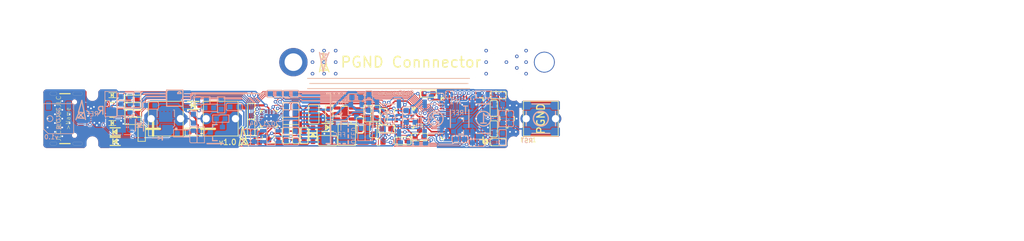
<source format=kicad_pcb>
(kicad_pcb (version 20171130) (host pcbnew "(5.1.9)-1")
  (layers (0 Top signal hide) (31 Bottom signal) (34 B.Paste user) (35 F.Paste user) (36 B.SilkS user) (37 F.SilkS user) (38 B.Mask user) (39 F.Mask user) (44 Edge.Cuts user))
  (net 0 "")
  (net 1 NRST)
  (net 2 GND)
  (net 3 OSC_IN)
  (net 4 OSC_OUT)
  (net 5 +3V3)
  (net 6 PC13)
  (net 7 PA9/T1C2)
  (net 8 PA15)
  (net 9 PA4)
  (net 10 PA2/ADC2)
  (net 11 PA0)
  (net 12 PA13/SWDIO)
  (net 13 PA14/SWCLK)
  (net 14 PA12/USB_DP)
  (net 15 PA11/USB_DM)
  (net 16 N$2)
  (net 17 PC15/OSC32_OUT)
  (net 18 PC14/OSC32_IN)
  (net 19 N$7)
  (net 20 CC2)
  (net 21 CC1)
  (net 22 N$11)
  (net 23 N$13)
  (net 24 N$14)
  (net 25 N$15)
  (net 26 N$16)
  (net 27 RES_3.3V)
  (net 28 BS)
  (net 29 SW)
  (net 30 N$18)
  (net 31 EN)
  (net 32 N$30)
  (net 33 N$32)
  (net 34 T12+)
  (net 35 PA5)
  (net 36 AMP-)
  (net 37 OUT)
  (net 38 PB6/SCL1)
  (net 39 PB7/SDA1)
  (net 40 PB4/SDA3)
  (net 41 PA8/SCL3)
  (net 42 PB5)
  (net 43 N$6)
  (net 44 N$4)
  (net 45 N$8)
  (net 46 PA1)
  (net 47 PB14/MISO2)
  (net 48 PB1/IT_FUSB302)
  (net 49 PB15/S2)
  (net 50 N$3)
  (net 51 N$5)
  (net 52 N$19)
  (net 53 N$17)
  (net 54 N$20)
  (net 55 VBUS-C)
  (net 56 D-)
  (net 57 D+)
  (net 58 VUSB_IN)
  (net 59 DCDC_IN)
  (net 60 LDO_IN)
  (net 61 PB9/S1)
  (net 62 N$35)
  (net 63 ADC1)
  (net 64 ADC2)
  (net 65 ADC3)
  (net 66 SAO/SDO/ADDR)
  (net 67 CS)
  (net 68 PB13/IT_INA226)
  (net 69 N$12)
  (net 70 N$1)
  (net 71 N$22)
  (net 72 N$23)
  (net 73 PGND)
  (net 74 VBREF)
  (net 75 N$21)
  (net 76 PB8&BOOT0_S3)
  (net 77 PB12)
  (net 78 AMP+)
  (net 79 3.9V)
  (net 80 VCAP1)
  (net 81 PB10)
  (net 82 PA10/IT_ACCEL_2)
  (net 83 PB3)
  (net 84 IT_ACCEL_1)
  (net 85 N$24)
  (net 86 PA3/T2C4)
  (net 87 PB0/ADC8)
  (net 88 PA6)
  (net 89 PA7/T1CH1N/T3C2)
  (module USB-C-16P (layer Top) (at 110.476842 108.703599 270)
    (fp_text reference J3 hide)
    (fp_text value "" hide)
    (fp_arc (start 4.32 0.365) (end 4.02 0.365) (angle 180) (layer Edge.Cuts) (width 0.01))
    (fp_arc (start 4.32 1.465) (end 4.62 1.465) (angle 180) (layer Edge.Cuts) (width 0.01))
    (fp_line (start 4.62 1.465) (end 4.62 0.365) (layer Edge.Cuts) (width 0.01))
    (fp_line (start 4.02 1.465) (end 4.02 0.365) (layer Edge.Cuts) (width 0.01))
    (fp_arc (start 4.32 5.4) (end 4.62 5.4) (angle 180) (layer Edge.Cuts) (width 0.01))
    (fp_arc (start 4.32 4.78) (end 4.02 4.78) (angle 180) (layer Edge.Cuts) (width 0.01))
    (fp_line (start 4.62 5.4) (end 4.62 4.78) (layer Edge.Cuts) (width 0.01))
    (fp_line (start 4.02 5.4) (end 4.02 4.78) (layer Edge.Cuts) (width 0.01))
    (fp_arc (start -4.32 0.365) (end -4.62 0.365) (angle 180) (layer Edge.Cuts) (width 0.01))
    (fp_arc (start -4.32 1.465) (end -4.02 1.465) (angle 180) (layer Edge.Cuts) (width 0.01))
    (fp_line (start -4.02 1.465) (end -4.02 0.365) (layer Edge.Cuts) (width 0.01))
    (fp_line (start -4.62 1.465) (end -4.62 0.365) (layer Edge.Cuts) (width 0.01))
    (fp_arc (start -4.32 5.4) (end -4.02 5.4) (angle 180) (layer Edge.Cuts) (width 0.01))
    (fp_arc (start -4.32 4.78) (end -4.62 4.78) (angle 180) (layer Edge.Cuts) (width 0.01))
    (fp_line (start -4.02 5.4) (end -4.02 4.78) (layer Edge.Cuts) (width 0.01))
    (fp_line (start -4.62 5.4) (end -4.62 4.78) (layer Edge.Cuts) (width 0.01))
    (fp_text user >Name (at 0 2.54 270) (layer F.SilkS) (effects (font (size 0.7239 0.7239) (thickness 0.06096))))
    (fp_arc (start 4.32 0.365) (end 4.02 0.365) (angle 180) (layer Edge.Cuts) (width 0.01))
    (fp_arc (start 4.32 1.465) (end 4.62 1.465) (angle 180) (layer Edge.Cuts) (width 0.01))
    (fp_line (start 4.62 1.465) (end 4.62 0.365) (layer Edge.Cuts) (width 0.01))
    (fp_line (start 4.02 1.465) (end 4.02 0.365) (layer Edge.Cuts) (width 0.01))
    (fp_arc (start 4.32 5.4) (end 4.62 5.4) (angle 180) (layer Edge.Cuts) (width 0.01))
    (fp_arc (start 4.32 4.78) (end 4.02 4.78) (angle 180) (layer Edge.Cuts) (width 0.01))
    (fp_line (start 4.62 5.4) (end 4.62 4.78) (layer Edge.Cuts) (width 0.01))
    (fp_line (start 4.02 5.4) (end 4.02 4.78) (layer Edge.Cuts) (width 0.01))
    (fp_arc (start -4.32 0.365) (end -4.62 0.365) (angle 180) (layer Edge.Cuts) (width 0.01))
    (fp_arc (start -4.32 1.465) (end -4.02 1.465) (angle 180) (layer Edge.Cuts) (width 0.01))
    (fp_line (start -4.02 1.465) (end -4.02 0.365) (layer Edge.Cuts) (width 0.01))
    (fp_line (start -4.62 1.465) (end -4.62 0.365) (layer Edge.Cuts) (width 0.01))
    (fp_arc (start -4.32 5.4) (end -4.02 5.4) (angle 180) (layer Edge.Cuts) (width 0.01))
    (fp_arc (start -4.32 4.78) (end -4.62 4.78) (angle 180) (layer Edge.Cuts) (width 0.01))
    (fp_line (start -4.02 5.4) (end -4.02 4.78) (layer Edge.Cuts) (width 0.01))
    (fp_line (start -4.62 5.4) (end -4.62 4.78) (layer Edge.Cuts) (width 0.01))
    (pad SHLD8 smd roundrect (at 4.32 5.095 90) (size 1 1.6) (layers Top F.Mask) (roundrect_rratio 0.5) (net 2 GND))
    (pad SHLD7 smd roundrect (at 4.32 5.095 270) (size 1 1.6) (layers Bottom B.Mask) (roundrect_rratio 0.5) (net 2 GND))
    (pad SHLD6 smd roundrect (at -4.32 5.095 270) (size 1 1.6) (layers Bottom B.Mask) (roundrect_rratio 0.5) (net 2 GND))
    (pad SHLD5 smd roundrect (at -4.32 5.095 90) (size 1 1.6) (layers Top F.Mask) (roundrect_rratio 0.5) (net 2 GND))
    (pad SHLD4 smd roundrect (at 4.32 0.915 270) (size 1 2.1) (layers Bottom B.Mask) (roundrect_rratio 0.5) (net 2 GND))
    (pad SHLD3 smd roundrect (at -4.32 0.915 270) (size 1 2.1) (layers Bottom B.Mask) (roundrect_rratio 0.5) (net 2 GND))
    (pad SHLD2 smd roundrect (at 4.32 0.915 90) (size 1 2.1) (layers Top F.Mask) (roundrect_rratio 0.5) (net 2 GND))
    (pad SHLD1 smd roundrect (at -4.32 0.915 90) (size 1 2.1) (layers Top F.Mask) (roundrect_rratio 0.5) (net 2 GND))
    (pad "" np_thru_hole circle (at 2.89 1.445 270) (size 0.65 0.65) (drill 0.65) (layers *.Cu *.Mask))
    (pad "" np_thru_hole circle (at -2.89 1.445 270) (size 0.65 0.65) (drill 0.65) (layers *.Cu *.Mask))
    (pad A5 smd roundrect (at -1.25 0.34 90) (size 0.28 1) (layers Top F.Paste F.Mask) (roundrect_rratio 0.33) (net 21 CC1))
    (pad B8 smd roundrect (at -1.75 0.34 90) (size 0.28 1) (layers Top F.Paste F.Mask) (roundrect_rratio 0.33))
    (pad VBUS1 smd roundrect (at -2.45 0.34 90) (size 0.56 1) (layers Top F.Paste F.Mask) (roundrect_rratio 0.33) (net 58 VUSB_IN))
    (pad GND smd roundrect (at -3.225 0.34 90) (size 0.56 1) (layers Top F.Paste F.Mask) (roundrect_rratio 0.33) (net 2 GND))
    (pad A6 smd roundrect (at -0.25 0.34 90) (size 0.28 1) (layers Top F.Paste F.Mask) (roundrect_rratio 0.33) (net 57 D+))
    (pad B7 smd roundrect (at -0.75 0.34 90) (size 0.28 1) (layers Top F.Paste F.Mask) (roundrect_rratio 0.33) (net 56 D-))
    (pad A8 smd roundrect (at 1.25 0.34 270) (size 0.28 1) (layers Top F.Paste F.Mask) (roundrect_rratio 0.33))
    (pad B5 smd roundrect (at 1.75 0.34 270) (size 0.28 1) (layers Top F.Paste F.Mask) (roundrect_rratio 0.33) (net 20 CC2))
    (pad VBUS2 smd roundrect (at 2.45 0.34 270) (size 0.56 1) (layers Top F.Paste F.Mask) (roundrect_rratio 0.33) (net 58 VUSB_IN))
    (pad GND2 smd roundrect (at 3.225 0.34 270) (size 0.56 1) (layers Top F.Paste F.Mask) (roundrect_rratio 0.33) (net 2 GND))
    (pad A7 smd roundrect (at 0.25 0.34 270) (size 0.28 1) (layers Top F.Paste F.Mask) (roundrect_rratio 0.33) (net 56 D-))
    (pad B6 smd roundrect (at 0.75 0.34 270) (size 0.28 1) (layers Top F.Paste F.Mask) (roundrect_rratio 0.33) (net 57 D+))
  )
  (module R0603 (layer Top) (at 120.636842 111.243599 270)
    (fp_text reference R4 hide)
    (fp_text value 1.5K hide)
    (pad 2 smd roundrect (at 0.762 0 270) (size 0.889 0.889) (layers Top F.Paste F.Mask) (roundrect_rratio 0.125) (net 5 +3V3))
    (pad 1 smd roundrect (at -0.762 0 270) (size 0.889 0.889) (layers Top F.Paste F.Mask) (roundrect_rratio 0.125) (net 70 N$1))
  )
  (module R0603 (layer Bottom) (at 182.993842 112.005599 90)
    (fp_text reference R9 hide)
    (fp_text value 10K hide)
    (pad 2 smd roundrect (at 0.762 0 90) (size 0.889 0.889) (layers Bottom B.Paste B.Mask) (roundrect_rratio 0.125) (net 45 N$8))
    (pad 1 smd roundrect (at -0.762 0 90) (size 0.889 0.889) (layers Bottom B.Paste B.Mask) (roundrect_rratio 0.125) (net 61 PB9/S1))
  )
  (module C0603 (layer Top) (at 181.469842 106.925599 270)
    (fp_text reference C9 hide)
    (fp_text value 10pF/50V hide)
    (pad 2 smd roundrect (at 0.762 0 270) (size 0.889 0.889) (layers Top F.Paste F.Mask) (roundrect_rratio 0.125) (net 4 OSC_OUT))
    (pad 1 smd roundrect (at -0.762 0 270) (size 0.889 0.889) (layers Top F.Paste F.Mask) (roundrect_rratio 0.125) (net 2 GND))
  )
  (module 3.2X2.5_KX-7 (layer Top) (at 183.755842 108.703599 270)
    (fp_text reference ZO1 hide)
    (fp_text value 8MHz hide)
    (pad 1 smd roundrect (at -1.15 0.9 270) (size 1.3 1.1) (layers Top F.Paste F.Mask) (net 4 OSC_OUT))
    (pad 3 smd roundrect (at 1.15 -0.9 270) (size 1.3 1.1) (layers Top F.Paste F.Mask) (net 3 OSC_IN))
    (pad 2 smd roundrect (at 1.15 0.9 270) (size 1.3 1.1) (layers Top F.Paste F.Mask) (net 2 GND))
    (pad 4 smd roundrect (at -1.15 -0.9 270) (size 1.3 1.1) (layers Top F.Paste F.Mask) (net 2 GND))
  )
  (module C0603 (layer Top) (at 181.469842 110.481599 90)
    (fp_text reference C8 hide)
    (fp_text value 10pF/50V hide)
    (pad 2 smd roundrect (at 0.762 0 90) (size 0.889 0.889) (layers Top F.Paste F.Mask) (roundrect_rratio 0.125) (net 3 OSC_IN))
    (pad 1 smd roundrect (at -0.762 0 90) (size 0.889 0.889) (layers Top F.Paste F.Mask) (roundrect_rratio 0.125) (net 2 GND))
  )
  (module R0603 (layer Bottom) (at 166.102842 112.894599 180)
    (fp_text reference R7 hide)
    (fp_text value 1K hide)
    (pad 2 smd roundrect (at 0.762 0 180) (size 0.889 0.889) (layers Bottom B.Paste B.Mask) (roundrect_rratio 0.125) (net 16 N$2))
    (pad 1 smd roundrect (at -0.762 0 180) (size 0.889 0.889) (layers Bottom B.Paste B.Mask) (roundrect_rratio 0.125) (net 76 PB8&BOOT0_S3))
  )
  (module R0603 (layer Bottom) (at 168.896842 112.894599)
    (fp_text reference R8 hide)
    (fp_text value 100K hide)
    (pad 2 smd roundrect (at 0.762 0) (size 0.889 0.889) (layers Bottom B.Paste B.Mask) (roundrect_rratio 0.125) (net 2 GND))
    (pad 1 smd roundrect (at -0.762 0) (size 0.889 0.889) (layers Bottom B.Paste B.Mask) (roundrect_rratio 0.125) (net 76 PB8&BOOT0_S3))
  )
  (module R0603 (layer Top) (at 119.112842 107.814599)
    (fp_text reference R5 hide)
    (fp_text value 22R hide)
    (pad 2 smd roundrect (at 0.762 0) (size 0.889 0.889) (layers Top F.Paste F.Mask) (roundrect_rratio 0.125) (net 14 PA12/USB_DP))
    (pad 1 smd roundrect (at -0.762 0) (size 0.889 0.889) (layers Top F.Paste F.Mask) (roundrect_rratio 0.125) (net 70 N$1))
  )
  (module R0603 (layer Top) (at 119.112842 106.544599)
    (fp_text reference R6 hide)
    (fp_text value 22R hide)
    (pad 2 smd roundrect (at 0.762 0) (size 0.889 0.889) (layers Top F.Paste F.Mask) (roundrect_rratio 0.125) (net 15 PA11/USB_DM))
    (pad 1 smd roundrect (at -0.762 0) (size 0.889 0.889) (layers Top F.Paste F.Mask) (roundrect_rratio 0.125) (net 71 N$22))
  )
  (module C0603 (layer Top) (at 182.231842 104.639599 180)
    (fp_text reference C11 hide)
    (fp_text value 0.1uF/50V hide)
    (pad 2 smd roundrect (at 0.762 0 180) (size 0.889 0.889) (layers Top F.Paste F.Mask) (roundrect_rratio 0.125) (net 19 N$7))
    (pad 1 smd roundrect (at -0.762 0 180) (size 0.889 0.889) (layers Top F.Paste F.Mask) (roundrect_rratio 0.125) (net 2 GND))
  )
  (module C0603 (layer Bottom) (at 171.436842 104.918999 180)
    (fp_text reference C12 hide)
    (fp_text value 0.1uF/50V hide)
    (pad 2 smd roundrect (at 0.762 0 180) (size 0.889 0.889) (layers Bottom B.Paste B.Mask) (roundrect_rratio 0.125) (net 5 +3V3))
    (pad 1 smd roundrect (at -0.762 0 180) (size 0.889 0.889) (layers Bottom B.Paste B.Mask) (roundrect_rratio 0.125) (net 2 GND))
  )
  (module C0603 (layer Top) (at 168.642842 111.903999)
    (fp_text reference C13 hide)
    (fp_text value 0.1uF/50V hide)
    (pad 2 smd roundrect (at 0.762 0) (size 0.889 0.889) (layers Top F.Paste F.Mask) (roundrect_rratio 0.125) (net 5 +3V3))
    (pad 1 smd roundrect (at -0.762 0) (size 0.889 0.889) (layers Top F.Paste F.Mask) (roundrect_rratio 0.125) (net 2 GND))
  )
  (module C0603 (layer Top) (at 182.231842 112.767599)
    (fp_text reference C14 hide)
    (fp_text value 0.1uF/50V hide)
    (pad 2 smd roundrect (at 0.762 0) (size 0.889 0.889) (layers Top F.Paste F.Mask) (roundrect_rratio 0.125) (net 5 +3V3))
    (pad 1 smd roundrect (at -0.762 0) (size 0.889 0.889) (layers Top F.Paste F.Mask) (roundrect_rratio 0.125) (net 2 GND))
  )
  (module CREATIVE_COMMONS (layer Top) (at 124.827842 124.070599)
    (fp_text reference U$3 hide)
    (fp_text value "" hide)
  )
  (module F0603 (layer Bottom) (at 182.993842 105.401599 270)
    (fp_text reference FB2 hide)
    (fp_text value 1K hide)
    (pad 2 smd roundrect (at 0.8 0 180) (size 0.889 0.889) (layers Bottom B.Paste B.Mask) (roundrect_rratio 0.125) (net 5 +3V3))
    (pad 1 smd roundrect (at -0.8 0 180) (size 0.889 0.889) (layers Bottom B.Paste B.Mask) (roundrect_rratio 0.125) (net 19 N$7))
  )
  (module QFN48_7X7MM_0.5MM (layer Top) (at 176.008842 108.703599 180)
    (fp_text reference U3 hide)
    (fp_text value STM32F4x1CxU6 hide)
    (pad 36 smd roundrect (at 3.5 -2.75) (size 0.8 0.3) (layers Top F.Paste F.Mask) (roundrect_rratio 0.375) (net 5 +3V3))
    (pad 35 smd roundrect (at 3.5 -2.25) (size 0.8 0.3) (layers Top F.Paste F.Mask) (roundrect_rratio 0.375) (net 2 GND))
    (pad 34 smd roundrect (at 3.5 -1.75) (size 0.8 0.3) (layers Top F.Paste F.Mask) (roundrect_rratio 0.375) (net 12 PA13/SWDIO))
    (pad 33 smd roundrect (at 3.5 -1.25) (size 0.8 0.3) (layers Top F.Paste F.Mask) (roundrect_rratio 0.375) (net 14 PA12/USB_DP))
    (pad 32 smd roundrect (at 3.5 -0.75) (size 0.8 0.3) (layers Top F.Paste F.Mask) (roundrect_rratio 0.375) (net 15 PA11/USB_DM))
    (pad 31 smd roundrect (at 3.5 -0.25) (size 0.8 0.3) (layers Top F.Paste F.Mask) (roundrect_rratio 0.375) (net 82 PA10/IT_ACCEL_2))
    (pad 30 smd roundrect (at 3.5 0.25) (size 0.8 0.3) (layers Top F.Paste F.Mask) (roundrect_rratio 0.375) (net 7 PA9/T1C2))
    (pad 29 smd roundrect (at 3.5 0.75) (size 0.8 0.3) (layers Top F.Paste F.Mask) (roundrect_rratio 0.375) (net 41 PA8/SCL3))
    (pad 28 smd roundrect (at 3.5 1.25) (size 0.8 0.3) (layers Top F.Paste F.Mask) (roundrect_rratio 0.375) (net 49 PB15/S2))
    (pad 27 smd roundrect (at 3.5 1.75) (size 0.8 0.3) (layers Top F.Paste F.Mask) (roundrect_rratio 0.375) (net 47 PB14/MISO2))
    (pad 26 smd roundrect (at 3.5 2.25) (size 0.8 0.3) (layers Top F.Paste F.Mask) (roundrect_rratio 0.375) (net 68 PB13/IT_INA226))
    (pad 25 smd roundrect (at 3.5 2.75) (size 0.8 0.3) (layers Top F.Paste F.Mask) (roundrect_rratio 0.375) (net 77 PB12))
    (pad 24 smd roundrect (at 2.75 3.5 270) (size 0.8 0.3) (layers Top F.Paste F.Mask) (roundrect_rratio 0.375) (net 5 +3V3))
    (pad 23 smd roundrect (at 2.25 3.5 270) (size 0.8 0.3) (layers Top F.Paste F.Mask) (roundrect_rratio 0.375) (net 2 GND))
    (pad 22 smd roundrect (at 1.75 3.5 270) (size 0.8 0.3) (layers Top F.Paste F.Mask) (roundrect_rratio 0.375) (net 80 VCAP1))
    (pad 21 smd roundrect (at 1.25 3.5 270) (size 0.8 0.3) (layers Top F.Paste F.Mask) (roundrect_rratio 0.375) (net 81 PB10))
    (pad 20 smd roundrect (at 0.75 3.5 270) (size 0.8 0.3) (layers Top F.Paste F.Mask) (roundrect_rratio 0.375) (net 85 N$24))
    (pad 19 smd roundrect (at 0.25 3.5 270) (size 0.8 0.3) (layers Top F.Paste F.Mask) (roundrect_rratio 0.375) (net 48 PB1/IT_FUSB302))
    (pad 18 smd roundrect (at -0.25 3.5 270) (size 0.8 0.3) (layers Top F.Paste F.Mask) (roundrect_rratio 0.375) (net 87 PB0/ADC8))
    (pad 17 smd roundrect (at -0.75 3.5 270) (size 0.8 0.3) (layers Top F.Paste F.Mask) (roundrect_rratio 0.375) (net 89 PA7/T1CH1N/T3C2))
    (pad 16 smd roundrect (at -1.25 3.5 270) (size 0.8 0.3) (layers Top F.Paste F.Mask) (roundrect_rratio 0.375) (net 88 PA6))
    (pad 15 smd roundrect (at -1.75 3.5 270) (size 0.8 0.3) (layers Top F.Paste F.Mask) (roundrect_rratio 0.375) (net 35 PA5))
    (pad 14 smd roundrect (at -2.25 3.5 270) (size 0.8 0.3) (layers Top F.Paste F.Mask) (roundrect_rratio 0.375) (net 9 PA4))
    (pad 13 smd roundrect (at -2.75 3.5 270) (size 0.8 0.3) (layers Top F.Paste F.Mask) (roundrect_rratio 0.375) (net 86 PA3/T2C4))
    (pad 12 smd roundrect (at -3.5 2.75 180) (size 0.8 0.3) (layers Top F.Paste F.Mask) (roundrect_rratio 0.375) (net 10 PA2/ADC2))
    (pad 11 smd roundrect (at -3.5 2.25 180) (size 0.8 0.3) (layers Top F.Paste F.Mask) (roundrect_rratio 0.375) (net 46 PA1))
    (pad 10 smd roundrect (at -3.5 1.75 180) (size 0.8 0.3) (layers Top F.Paste F.Mask) (roundrect_rratio 0.375) (net 11 PA0))
    (pad 9 smd roundrect (at -3.5 1.25 180) (size 0.8 0.3) (layers Top F.Paste F.Mask) (roundrect_rratio 0.375) (net 19 N$7))
    (pad 8 smd roundrect (at -3.5 0.75 180) (size 0.8 0.3) (layers Top F.Paste F.Mask) (roundrect_rratio 0.375) (net 2 GND))
    (pad 7 smd roundrect (at -3.5 0.25 180) (size 0.8 0.3) (layers Top F.Paste F.Mask) (roundrect_rratio 0.375) (net 1 NRST))
    (pad 6 smd roundrect (at -3.5 -0.25 180) (size 0.8 0.3) (layers Top F.Paste F.Mask) (roundrect_rratio 0.375) (net 4 OSC_OUT))
    (pad 5 smd roundrect (at -3.5 -0.75 180) (size 0.8 0.3) (layers Top F.Paste F.Mask) (roundrect_rratio 0.375) (net 3 OSC_IN))
    (pad 4 smd roundrect (at -3.5 -1.25 180) (size 0.8 0.3) (layers Top F.Paste F.Mask) (roundrect_rratio 0.375) (net 17 PC15/OSC32_OUT))
    (pad 3 smd roundrect (at -3.5 -1.75 180) (size 0.8 0.3) (layers Top F.Paste F.Mask) (roundrect_rratio 0.375) (net 18 PC14/OSC32_IN))
    (pad 2 smd roundrect (at -3.5 -2.25 180) (size 0.8 0.3) (layers Top F.Paste F.Mask) (roundrect_rratio 0.375) (net 6 PC13))
    (pad 1 smd roundrect (at -3.5 -2.75 180) (size 0.8 0.3) (layers Top F.Paste F.Mask) (roundrect_rratio 0.375) (net 5 +3V3))
    (pad P$1 smd roundrect (at 0 0 180) (size 5.6 5.6) (layers Top F.Mask) (roundrect_rratio 0.025) (net 2 GND))
    (pad 48 smd roundrect (at -2.75 -3.5 90) (size 0.8 0.3) (layers Top F.Paste F.Mask) (roundrect_rratio 0.375) (net 5 +3V3))
    (pad 47 smd roundrect (at -2.25 -3.5 90) (size 0.8 0.3) (layers Top F.Paste F.Mask) (roundrect_rratio 0.375) (net 2 GND))
    (pad 46 smd roundrect (at -1.75 -3.5 90) (size 0.8 0.3) (layers Top F.Paste F.Mask) (roundrect_rratio 0.375) (net 61 PB9/S1))
    (pad 45 smd roundrect (at -1.25 -3.5 90) (size 0.8 0.3) (layers Top F.Paste F.Mask) (roundrect_rratio 0.375) (net 76 PB8&BOOT0_S3))
    (pad 44 smd roundrect (at -0.75 -3.5 90) (size 0.8 0.3) (layers Top F.Paste F.Mask) (roundrect_rratio 0.375) (net 76 PB8&BOOT0_S3))
    (pad 43 smd roundrect (at -0.25 -3.5 90) (size 0.8 0.3) (layers Top F.Paste F.Mask) (roundrect_rratio 0.375) (net 39 PB7/SDA1))
    (pad 42 smd roundrect (at 0.25 -3.5 90) (size 0.8 0.3) (layers Top F.Paste F.Mask) (roundrect_rratio 0.375) (net 38 PB6/SCL1))
    (pad 41 smd roundrect (at 0.75 -3.5 90) (size 0.8 0.3) (layers Top F.Paste F.Mask) (roundrect_rratio 0.375) (net 42 PB5))
    (pad 40 smd roundrect (at 1.25 -3.5 90) (size 0.8 0.3) (layers Top F.Paste F.Mask) (roundrect_rratio 0.375) (net 40 PB4/SDA3))
    (pad 39 smd roundrect (at 1.75 -3.5 90) (size 0.8 0.3) (layers Top F.Paste F.Mask) (roundrect_rratio 0.375) (net 83 PB3))
    (pad 38 smd roundrect (at 2.25 -3.5 90) (size 0.8 0.3) (layers Top F.Paste F.Mask) (roundrect_rratio 0.375) (net 8 PA15))
    (pad 37 smd roundrect (at 2.75 -3.5 90) (size 0.8 0.3) (layers Top F.Paste F.Mask) (roundrect_rratio 0.375) (net 13 PA14/SWCLK))
  )
  (module QFN14-2.5X2.5MM (layer Top) (at 142.607842 108.703599 90)
    (fp_text reference U1 hide)
    (fp_text value FUSB302BMPX hide)
    (pad THERMAL smd roundrect (at 0 0 90) (size 1.45 1.45) (layers Top F.Mask) (roundrect_rratio 0.1) (net 2 GND))
    (pad 14 smd roundrect (at -0.75 -1.215) (size 0.58 0.3) (layers Top F.Paste F.Mask) (roundrect_rratio 0.375) (net 21 CC1))
    (pad 13 smd roundrect (at -0.25 -1.215) (size 0.58 0.3) (layers Top F.Paste F.Mask) (roundrect_rratio 0.375))
    (pad 12 smd roundrect (at 0.25 -1.215) (size 0.58 0.3) (layers Top F.Paste F.Mask) (roundrect_rratio 0.375))
    (pad 11 smd roundrect (at 0.75 -1.215) (size 0.58 0.3) (layers Top F.Paste F.Mask) (roundrect_rratio 0.375) (net 20 CC2))
    (pad 10 smd roundrect (at 1.215 -0.5 270) (size 0.58 0.3) (layers Top F.Paste F.Mask) (roundrect_rratio 0.375) (net 20 CC2))
    (pad 9 smd roundrect (at 1.215 0 270) (size 0.58 0.3) (layers Top F.Paste F.Mask) (roundrect_rratio 0.375) (net 2 GND))
    (pad 8 smd roundrect (at 1.215 0.5 270) (size 0.58 0.3) (layers Top F.Paste F.Mask) (roundrect_rratio 0.375) (net 2 GND))
    (pad 7 smd roundrect (at 0.75 1.215 180) (size 0.58 0.3) (layers Top F.Paste F.Mask) (roundrect_rratio 0.375) (net 40 PB4/SDA3))
    (pad 6 smd roundrect (at 0.25 1.215 180) (size 0.58 0.3) (layers Top F.Paste F.Mask) (roundrect_rratio 0.375) (net 41 PA8/SCL3))
    (pad 5 smd roundrect (at -0.25 1.215 180) (size 0.58 0.3) (layers Top F.Paste F.Mask) (roundrect_rratio 0.375) (net 48 PB1/IT_FUSB302))
    (pad 4 smd roundrect (at -0.75 1.215 180) (size 0.58 0.3) (layers Top F.Paste F.Mask) (roundrect_rratio 0.375) (net 5 +3V3))
    (pad 3 smd roundrect (at -1.215 0.5 90) (size 0.58 0.3) (layers Top F.Paste F.Mask) (roundrect_rratio 0.375) (net 5 +3V3))
    (pad 2 smd roundrect (at -1.215 0 90) (size 0.58 0.3) (layers Top F.Paste F.Mask) (roundrect_rratio 0.375) (net 72 N$23))
    (pad 1 smd roundrect (at -1.215 -0.5 90) (size 0.58 0.3) (layers Top F.Paste F.Mask) (roundrect_rratio 0.375) (net 21 CC1))
  )
  (module R0603 (layer Top) (at 146.417842 106.544599 180)
    (fp_text reference R25 hide)
    (fp_text value 4.7K hide)
    (pad 2 smd roundrect (at 0.762 0 180) (size 0.889 0.889) (layers Top F.Paste F.Mask) (roundrect_rratio 0.125) (net 40 PB4/SDA3))
    (pad 1 smd roundrect (at -0.762 0 180) (size 0.889 0.889) (layers Top F.Paste F.Mask) (roundrect_rratio 0.125) (net 5 +3V3))
  )
  (module R0603 (layer Top) (at 146.417842 107.814599 180)
    (fp_text reference R3 hide)
    (fp_text value 4.7K hide)
    (pad 2 smd roundrect (at 0.762 0 180) (size 0.889 0.889) (layers Top F.Paste F.Mask) (roundrect_rratio 0.125) (net 41 PA8/SCL3))
    (pad 1 smd roundrect (at -0.762 0 180) (size 0.889 0.889) (layers Top F.Paste F.Mask) (roundrect_rratio 0.125) (net 5 +3V3))
  )
  (module R0603 (layer Top) (at 146.417842 109.084599 180)
    (fp_text reference R16 hide)
    (fp_text value 4.7K hide)
    (pad 2 smd roundrect (at 0.762 0 180) (size 0.889 0.889) (layers Top F.Paste F.Mask) (roundrect_rratio 0.125) (net 48 PB1/IT_FUSB302))
    (pad 1 smd roundrect (at -0.762 0 180) (size 0.889 0.889) (layers Top F.Paste F.Mask) (roundrect_rratio 0.125) (net 5 +3V3))
  )
  (module C0603 (layer Top) (at 145.528842 111.624599 270)
    (fp_text reference C2 hide)
    (fp_text value 0.1uF/50V hide)
    (pad 2 smd roundrect (at 0.762 0 270) (size 0.889 0.889) (layers Top F.Paste F.Mask) (roundrect_rratio 0.125) (net 2 GND))
    (pad 1 smd roundrect (at -0.762 0 270) (size 0.889 0.889) (layers Top F.Paste F.Mask) (roundrect_rratio 0.125) (net 5 +3V3))
  )
  (module C0603 (layer Top) (at 147.306842 111.624599 270)
    (fp_text reference C15 hide)
    (fp_text value 1uF/16V hide)
    (pad 2 smd roundrect (at 0.762 0 270) (size 0.889 0.889) (layers Top F.Paste F.Mask) (roundrect_rratio 0.125) (net 2 GND))
    (pad 1 smd roundrect (at -0.762 0 270) (size 0.889 0.889) (layers Top F.Paste F.Mask) (roundrect_rratio 0.125) (net 5 +3V3))
  )
  (module C0603 (layer Top) (at 139.559842 110.227599 270)
    (fp_text reference C18 hide)
    (fp_text value 470pF/50V hide)
    (pad 2 smd roundrect (at 0.762 0 270) (size 0.889 0.889) (layers Top F.Paste F.Mask) (roundrect_rratio 0.125) (net 2 GND))
    (pad 1 smd roundrect (at -0.762 0 270) (size 0.889 0.889) (layers Top F.Paste F.Mask) (roundrect_rratio 0.125) (net 21 CC1))
  )
  (module C0603 (layer Top) (at 139.559842 107.433599 90)
    (fp_text reference C19 hide)
    (fp_text value 470pF/50V hide)
    (pad 2 smd roundrect (at 0.762 0 90) (size 0.889 0.889) (layers Top F.Paste F.Mask) (roundrect_rratio 0.125) (net 2 GND))
    (pad 1 smd roundrect (at -0.762 0 90) (size 0.889 0.889) (layers Top F.Paste F.Mask) (roundrect_rratio 0.125) (net 20 CC2))
  )
  (module C0603 (layer Bottom) (at 146.417842 104.410999 180)
    (fp_text reference C21 hide)
    (fp_text value 1uF/16V hide)
    (pad 2 smd roundrect (at 0.762 0 180) (size 0.889 0.889) (layers Bottom B.Paste B.Mask) (roundrect_rratio 0.125) (net 22 N$11))
    (pad 1 smd roundrect (at -0.762 0 180) (size 0.889 0.889) (layers Bottom B.Paste B.Mask) (roundrect_rratio 0.125) (net 44 N$4))
  )
  (module C0603 (layer Bottom) (at 143.623842 104.410999 180)
    (fp_text reference C22 hide)
    (fp_text value 1uF/16V hide)
    (pad 2 smd roundrect (at 0.762 0 180) (size 0.889 0.889) (layers Bottom B.Paste B.Mask) (roundrect_rratio 0.125) (net 23 N$13))
    (pad 1 smd roundrect (at -0.762 0 180) (size 0.889 0.889) (layers Bottom B.Paste B.Mask) (roundrect_rratio 0.125) (net 43 N$6))
  )
  (module C0603 (layer Bottom) (at 146.417842 106.544599)
    (fp_text reference C23 hide)
    (fp_text value 4.7uF/16V hide)
    (pad 2 smd roundrect (at 0.762 0) (size 0.889 0.889) (layers Bottom B.Paste B.Mask) (roundrect_rratio 0.125) (net 5 +3V3))
    (pad 1 smd roundrect (at -0.762 0) (size 0.889 0.889) (layers Bottom B.Paste B.Mask) (roundrect_rratio 0.125) (net 2 GND))
  )
  (module C0603 (layer Bottom) (at 146.417842 107.814599)
    (fp_text reference C24 hide)
    (fp_text value 1uF/16V hide)
    (pad 2 smd roundrect (at 0.762 0) (size 0.889 0.889) (layers Bottom B.Paste B.Mask) (roundrect_rratio 0.125) (net 5 +3V3))
    (pad 1 smd roundrect (at -0.762 0) (size 0.889 0.889) (layers Bottom B.Paste B.Mask) (roundrect_rratio 0.125) (net 2 GND))
  )
  (module R0603 (layer Bottom) (at 146.417842 109.592599)
    (fp_text reference R17 hide)
    (fp_text value 560K hide)
    (pad 2 smd roundrect (at 0.762 0) (size 0.889 0.889) (layers Bottom B.Paste B.Mask) (roundrect_rratio 0.125) (net 25 N$15))
    (pad 1 smd roundrect (at -0.762 0) (size 0.889 0.889) (layers Bottom B.Paste B.Mask) (roundrect_rratio 0.125) (net 2 GND))
  )
  (module R0603 (layer Bottom) (at 158.609842 111.116599 270)
    (fp_text reference R18 hide)
    (fp_text value 4.7K hide)
    (pad 2 smd roundrect (at 0.762 0 270) (size 0.889 0.889) (layers Bottom B.Paste B.Mask) (roundrect_rratio 0.125) (net 5 +3V3))
    (pad 1 smd roundrect (at -0.762 0 270) (size 0.889 0.889) (layers Bottom B.Paste B.Mask) (roundrect_rratio 0.125) (net 39 PB7/SDA1))
  )
  (module R0603 (layer Bottom) (at 159.879842 111.116599 270)
    (fp_text reference R19 hide)
    (fp_text value 4.7K hide)
    (pad 2 smd roundrect (at 0.762 0 270) (size 0.889 0.889) (layers Bottom B.Paste B.Mask) (roundrect_rratio 0.125) (net 5 +3V3))
    (pad 1 smd roundrect (at -0.762 0 270) (size 0.889 0.889) (layers Bottom B.Paste B.Mask) (roundrect_rratio 0.125) (net 38 PB6/SCL1))
  )
  (module R0603 (layer Top) (at 162.927842 110.481599 180)
    (fp_text reference R22 hide)
    (fp_text value 4.7K hide)
    (pad 2 smd roundrect (at 0.762 0 180) (size 0.889 0.889) (layers Top F.Paste F.Mask) (roundrect_rratio 0.125) (net 5 +3V3))
    (pad 1 smd roundrect (at -0.762 0 180) (size 0.889 0.889) (layers Top F.Paste F.Mask) (roundrect_rratio 0.125) (net 27 RES_3.3V))
  )
  (module R0603 (layer Top) (at 153.021842 107.814599 270)
    (fp_text reference R20 hide)
    (fp_text value 100K hide)
    (pad 2 smd roundrect (at 0.762 0 270) (size 0.889 0.889) (layers Top F.Paste F.Mask) (roundrect_rratio 0.125) (net 59 DCDC_IN))
    (pad 1 smd roundrect (at -0.762 0 270) (size 0.889 0.889) (layers Top F.Paste F.Mask) (roundrect_rratio 0.125) (net 31 EN))
  )
  (module R0603 (layer Top) (at 159.625842 107.814599 90)
    (fp_text reference R1 hide)
    (fp_text value 32.4K hide)
    (pad 2 smd roundrect (at 0.762 0 90) (size 0.889 0.889) (layers Top F.Paste F.Mask) (roundrect_rratio 0.125) (net 30 N$18))
    (pad 1 smd roundrect (at -0.762 0 90) (size 0.889 0.889) (layers Top F.Paste F.Mask) (roundrect_rratio 0.125) (net 2 GND))
  )
  (module R0603 (layer Top) (at 161.149842 107.814599 90)
    (fp_text reference R2 hide)
    (fp_text value 124K hide)
    (pad 2 smd roundrect (at 0.762 0 90) (size 0.889 0.889) (layers Top F.Paste F.Mask) (roundrect_rratio 0.125) (net 30 N$18))
    (pad 1 smd roundrect (at -0.762 0 90) (size 0.889 0.889) (layers Top F.Paste F.Mask) (roundrect_rratio 0.125) (net 79 3.9V))
  )
  (module SOT23-6 (layer Top) (at 155.688842 107.814599 270)
    (fp_text reference U4 hide)
    (fp_text value MP2456GJ hide)
    (pad 2 smd roundrect (at 0 -1.3001 90) (size 0.55 1.2) (layers Top F.Paste F.Mask) (roundrect_rratio 0.33) (net 2 GND))
    (pad 3 smd roundrect (at -0.95 -1.3001 270) (size 0.55 1.2) (layers Top F.Paste F.Mask) (roundrect_rratio 0.33) (net 30 N$18))
    (pad 1 smd roundrect (at 0.95 -1.3001 270) (size 0.55 1.2) (layers Top F.Paste F.Mask) (roundrect_rratio 0.33) (net 28 BS))
    (pad 6 smd roundrect (at 0.95 1.3001 270) (size 0.55 1.2) (layers Top F.Paste F.Mask) (roundrect_rratio 0.33) (net 29 SW))
    (pad 5 smd roundrect (at 0 1.3001 270) (size 0.55 1.2) (layers Top F.Paste F.Mask) (roundrect_rratio 0.33) (net 59 DCDC_IN))
    (pad 4 smd roundrect (at -0.95 1.3001 270) (size 0.55 1.2) (layers Top F.Paste F.Mask) (roundrect_rratio 0.33) (net 31 EN))
  )
  (module C0805 (layer Top) (at 150.354842 107.941599 270)
    (fp_text reference C33 hide)
    (fp_text value 4.7uF/50V hide)
    (pad 2 smd roundrect (at 0.889 0 270) (size 1.016 1.397) (layers Top F.Paste F.Mask) (roundrect_rratio 0.125) (net 2 GND))
    (pad 1 smd roundrect (at -0.889 0 270) (size 1.016 1.397) (layers Top F.Paste F.Mask) (roundrect_rratio 0.125) (net 59 DCDC_IN))
  )
  (module R0603 (layer Top) (at 119.112842 109.084599)
    (fp_text reference R27 hide)
    (fp_text value 22R hide)
    (pad 2 smd roundrect (at 0.762 0) (size 0.889 0.889) (layers Top F.Paste F.Mask) (roundrect_rratio 0.125) (net 12 PA13/SWDIO))
    (pad 1 smd roundrect (at -0.762 0) (size 0.889 0.889) (layers Top F.Paste F.Mask) (roundrect_rratio 0.125) (net 70 N$1))
  )
  (module R0603 (layer Top) (at 119.112842 105.274599)
    (fp_text reference R28 hide)
    (fp_text value 22R hide)
    (pad 2 smd roundrect (at 0.762 0) (size 0.889 0.889) (layers Top F.Paste F.Mask) (roundrect_rratio 0.125) (net 13 PA14/SWCLK))
    (pad 1 smd roundrect (at -0.762 0) (size 0.889 0.889) (layers Top F.Paste F.Mask) (roundrect_rratio 0.125) (net 71 N$22))
  )
  (module MSOP10 (layer Bottom) (at 126.351842 105.147599 270)
    (fp_text reference DA1 hide)
    (fp_text value INA226 hide)
    (pad 10 smd roundrect (at -1 2.1131 90) (size 0.25 1) (layers Bottom B.Paste B.Mask) (roundrect_rratio 0.33) (net 32 N$30))
    (pad 9 smd roundrect (at -0.5 2.1131 90) (size 0.25 1) (layers Bottom B.Paste B.Mask) (roundrect_rratio 0.33) (net 33 N$32))
    (pad 8 smd roundrect (at 0 2.1131 90) (size 0.25 1) (layers Bottom B.Paste B.Mask) (roundrect_rratio 0.33) (net 58 VUSB_IN))
    (pad 7 smd roundrect (at 0.5 2.1131 90) (size 0.25 1) (layers Bottom B.Paste B.Mask) (roundrect_rratio 0.33) (net 2 GND))
    (pad 6 smd roundrect (at 1 2.1131 90) (size 0.25 1) (layers Bottom B.Paste B.Mask) (roundrect_rratio 0.33) (net 5 +3V3))
    (pad 5 smd roundrect (at 1 -2.1131 270) (size 0.25 1) (layers Bottom B.Paste B.Mask) (roundrect_rratio 0.33) (net 41 PA8/SCL3))
    (pad 4 smd roundrect (at 0.5 -2.1131 270) (size 0.25 1) (layers Bottom B.Paste B.Mask) (roundrect_rratio 0.33) (net 40 PB4/SDA3))
    (pad 3 smd roundrect (at 0 -2.1131 270) (size 0.25 1) (layers Bottom B.Paste B.Mask) (roundrect_rratio 0.33) (net 68 PB13/IT_INA226))
    (pad 2 smd roundrect (at -0.5 -2.1131 270) (size 0.25 1) (layers Bottom B.Paste B.Mask) (roundrect_rratio 0.33) (net 2 GND))
    (pad 1 smd roundrect (at -1 -2.1131 270) (size 0.25 1) (layers Bottom B.Paste B.Mask) (roundrect_rratio 0.33) (net 2 GND))
  )
  (module R0603 (layer Bottom) (at 127.545642 111.243599)
    (fp_text reference R35 hide)
    (fp_text value 4.7K hide)
    (pad 2 smd roundrect (at 0.762 0) (size 0.889 0.889) (layers Bottom B.Paste B.Mask) (roundrect_rratio 0.125) (net 52 N$19))
    (pad 1 smd roundrect (at -0.762 0) (size 0.889 0.889) (layers Bottom B.Paste B.Mask) (roundrect_rratio 0.125) (net 51 N$5))
  )
  (module R0603 (layer Bottom) (at 117.842842 104.893599 180)
    (fp_text reference R36 hide)
    (fp_text value 10R hide)
    (pad 2 smd roundrect (at 0.762 0 180) (size 0.889 0.889) (layers Bottom B.Paste B.Mask) (roundrect_rratio 0.125) (net 58 VUSB_IN))
    (pad 1 smd roundrect (at -0.762 0 180) (size 0.889 0.889) (layers Bottom B.Paste B.Mask) (roundrect_rratio 0.125) (net 32 N$30))
  )
  (module C0603 (layer Bottom) (at 119.874842 105.401599 270)
    (fp_text reference C1 hide)
    (fp_text value 0.1uF/50V hide)
    (pad 2 smd roundrect (at 0.762 0 270) (size 0.889 0.889) (layers Bottom B.Paste B.Mask) (roundrect_rratio 0.125) (net 33 N$32))
    (pad 1 smd roundrect (at -0.762 0 270) (size 0.889 0.889) (layers Bottom B.Paste B.Mask) (roundrect_rratio 0.125) (net 32 N$30))
  )
  (module R0603 (layer Bottom) (at 117.842842 106.163599 180)
    (fp_text reference R37 hide)
    (fp_text value 10R hide)
    (pad 2 smd roundrect (at 0.762 0 180) (size 0.889 0.889) (layers Bottom B.Paste B.Mask) (roundrect_rratio 0.125) (net 55 VBUS-C))
    (pad 1 smd roundrect (at -0.762 0 180) (size 0.889 0.889) (layers Bottom B.Paste B.Mask) (roundrect_rratio 0.125) (net 33 N$32))
  )
  (module C0603 (layer Bottom) (at 122.160842 106.417599 180)
    (fp_text reference C4 hide)
    (fp_text value 0.1uF/50V hide)
    (pad 2 smd roundrect (at 0.762 0 180) (size 0.889 0.889) (layers Bottom B.Paste B.Mask) (roundrect_rratio 0.125) (net 2 GND))
    (pad 1 smd roundrect (at -0.762 0 180) (size 0.889 0.889) (layers Bottom B.Paste B.Mask) (roundrect_rratio 0.125) (net 5 +3V3))
  )
  (module DFN8P-0.65-3X3X0.8MM (layer Bottom) (at 124.802442 108.703599 90)
    (fp_text reference Q3 hide)
    (fp_text value AON7403 hide)
    (fp_poly (pts (xy 0 -0.8982) (xy 0.1016 -0.8982) (xy 0.1016 -1.6856) (xy -0.1016 -1.6856) (xy -0.1016 -0.9744) (xy -0.1016 -0.8982)) (layer Bottom) (width 0))
    (fp_poly (pts (xy 0 1.7018) (xy 0.1016 1.7018) (xy 0.1016 0.9144) (xy -0.1016 0.9144) (xy -0.1016 1.6256) (xy -0.1016 1.7018)) (layer Bottom) (width 0))
    (fp_poly (pts (xy -0.575 1.175) (xy 1.175 1.175) (xy 1.175 -1.175) (xy -0.575 -1.175)) (layer Bottom) (width 0))
    (pad 9 smd roundrect (at 0 0 90) (size 0.508 0.508) (layers Bottom B.Paste B.Mask) (net 34 T12+))
    (pad 8 smd roundrect (at 1.5 0.975 90) (size 0.8 0.4) (layers Bottom B.Paste B.Mask) (net 34 T12+))
    (pad 7 smd roundrect (at 1.5 0.325 90) (size 0.8 0.4) (layers Bottom B.Paste B.Mask) (net 34 T12+))
    (pad 6 smd roundrect (at 1.5 -0.325 90) (size 0.8 0.4) (layers Bottom B.Paste B.Mask) (net 34 T12+))
    (pad 5 smd roundrect (at 1.5 -0.975 90) (size 0.8 0.4) (layers Bottom B.Paste B.Mask) (net 34 T12+))
    (pad 4 smd roundrect (at -1.5 -0.975 90) (size 0.8 0.4) (layers Bottom B.Paste B.Mask) (net 51 N$5))
    (pad 3 smd roundrect (at -1.5 -0.325 90) (size 0.8 0.4) (layers Bottom B.Paste B.Mask) (net 50 N$3))
    (pad 2 smd roundrect (at -1.5 0.325 90) (size 0.8 0.4) (layers Bottom B.Paste B.Mask) (net 50 N$3))
    (pad 1 smd roundrect (at -1.5 0.975 90) (size 0.8 0.4) (layers Bottom B.Paste B.Mask) (net 50 N$3))
  )
  (module SOT23-3@1 (layer Bottom) (at 175.526242 109.973599 90)
    (fp_text reference U5 hide)
    (fp_text value "MCP9700AT-E/TT,or LM50CIM3X" hide)
    (pad 3 smd roundrect (at 0 1.1 90) (size 0.8 0.9) (layers Bottom B.Paste B.Mask) (roundrect_rratio 0.125) (net 2 GND))
    (pad 2 smd roundrect (at 0.95 -1 90) (size 0.8 0.9) (layers Bottom B.Paste B.Mask) (roundrect_rratio 0.125) (net 62 N$35))
    (pad 1 smd roundrect (at -0.95 -1 90) (size 0.8 0.9) (layers Bottom B.Paste B.Mask) (roundrect_rratio 0.125) (net 5 +3V3))
  )
  (module R0603 (layer Bottom) (at 179.691842 104.512599)
    (fp_text reference R41 hide)
    (fp_text value 1K hide)
    (pad 2 smd roundrect (at 0.762 0) (size 0.889 0.889) (layers Bottom B.Paste B.Mask) (roundrect_rratio 0.125) (net 62 N$35))
    (pad 1 smd roundrect (at -0.762 0) (size 0.889 0.889) (layers Bottom B.Paste B.Mask) (roundrect_rratio 0.125) (net 10 PA2/ADC2))
  )
  (module C0603 (layer Bottom) (at 175.627842 112.259599)
    (fp_text reference C5 hide)
    (fp_text value 0.1uF/50V hide)
    (pad 2 smd roundrect (at 0.762 0) (size 0.889 0.889) (layers Bottom B.Paste B.Mask) (roundrect_rratio 0.125) (net 2 GND))
    (pad 1 smd roundrect (at -0.762 0) (size 0.889 0.889) (layers Bottom B.Paste B.Mask) (roundrect_rratio 0.125) (net 5 +3V3))
  )
  (module SOT23-5 (layer Bottom) (at 142.988842 111.751599 90)
    (fp_text reference AMP1 hide)
    (fp_text value SGM8551XN5G/TR hide)
    (pad 3 smd roundrect (at 0.95 -1.306 90) (size 0.6 1.2) (layers Bottom B.Paste B.Mask) (roundrect_rratio 0.125) (net 78 AMP+))
    (pad 2 smd roundrect (at 0 -1.306 90) (size 0.6 1.2) (layers Bottom B.Paste B.Mask) (roundrect_rratio 0.125) (net 2 GND))
    (pad 1 smd roundrect (at -0.95 -1.306 90) (size 0.6 1.2) (layers Bottom B.Paste B.Mask) (roundrect_rratio 0.125) (net 37 OUT))
    (pad 4 smd roundrect (at 0.95 1.306 90) (size 0.6 1.2) (layers Bottom B.Paste B.Mask) (roundrect_rratio 0.125) (net 36 AMP-))
    (pad 5 smd roundrect (at -0.95 1.306 90) (size 0.6 1.2) (layers Bottom B.Paste B.Mask) (roundrect_rratio 0.125) (net 75 N$21))
  )
  (module R0603 (layer Bottom) (at 132.320842 106.823999 180)
    (fp_text reference R42 hide)
    (fp_text value 100K hide)
    (pad 2 smd roundrect (at 0.762 0 180) (size 0.889 0.889) (layers Bottom B.Paste B.Mask) (roundrect_rratio 0.125) (net 34 T12+))
    (pad 1 smd roundrect (at -0.762 0 180) (size 0.889 0.889) (layers Bottom B.Paste B.Mask) (roundrect_rratio 0.125) (net 78 AMP+))
  )
  (module R0603 (layer Bottom) (at 134.352842 106.315999 270)
    (fp_text reference R43 hide)
    (fp_text value "2.37K ±0.1% ±25ppm/℃" hide)
    (pad 2 smd roundrect (at 0.762 0 270) (size 0.889 0.889) (layers Bottom B.Paste B.Mask) (roundrect_rratio 0.125) (net 2 GND))
    (pad 1 smd roundrect (at -0.762 0 270) (size 0.889 0.889) (layers Bottom B.Paste B.Mask) (roundrect_rratio 0.125) (net 36 AMP-))
  )
  (module C0603 (layer Bottom) (at 129.577642 108.703599 90)
    (fp_text reference C27 hide)
    (fp_text value 10nF/50V hide)
    (pad 2 smd roundrect (at 0.762 0 90) (size 0.889 0.889) (layers Bottom B.Paste B.Mask) (roundrect_rratio 0.125) (net 2 GND))
    (pad 1 smd roundrect (at -0.762 0 90) (size 0.889 0.889) (layers Bottom B.Paste B.Mask) (roundrect_rratio 0.125) (net 34 T12+))
  )
  (module C0603 (layer Bottom) (at 138.797842 111.878599 90)
    (fp_text reference C34 hide)
    (fp_text value 100pF/50V hide)
    (pad 2 smd roundrect (at 0.762 0 90) (size 0.889 0.889) (layers Bottom B.Paste B.Mask) (roundrect_rratio 0.125) (net 36 AMP-))
    (pad 1 smd roundrect (at -0.762 0 90) (size 0.889 0.889) (layers Bottom B.Paste B.Mask) (roundrect_rratio 0.125) (net 37 OUT))
  )
  (module R0603 (layer Bottom) (at 140.067842 111.878599 90)
    (fp_text reference R44 hide)
    (fp_text value "750K ±0.1% ±25ppm/℃" hide)
    (pad 2 smd roundrect (at 0.762 0 90) (size 0.889 0.889) (layers Bottom B.Paste B.Mask) (roundrect_rratio 0.125) (net 36 AMP-))
    (pad 1 smd roundrect (at -0.762 0 90) (size 0.889 0.889) (layers Bottom B.Paste B.Mask) (roundrect_rratio 0.125) (net 37 OUT))
  )
  (module R0603 (layer Top) (at 148.703842 111.624599 270)
    (fp_text reference R45 hide)
    (fp_text value 1K hide)
    (pad 2 smd roundrect (at 0.762 0 270) (size 0.889 0.889) (layers Top F.Paste F.Mask) (roundrect_rratio 0.125) (net 37 OUT))
    (pad 1 smd roundrect (at -0.762 0 270) (size 0.889 0.889) (layers Top F.Paste F.Mask) (roundrect_rratio 0.125) (net 87 PB0/ADC8))
  )
  (module SOD-323 (layer Top) (at 152.767842 110.227599 180)
    (fp_text reference D7 hide)
    (fp_text value B5819WS hide)
    (pad A smd roundrect (at 1.15 0 180) (size 0.9 0.8) (layers Top F.Paste F.Mask) (roundrect_rratio 0.125) (net 2 GND))
    (pad C smd roundrect (at -1.15 0 180) (size 0.9 0.8) (layers Top F.Paste F.Mask) (roundrect_rratio 0.125) (net 29 SW))
  )
  (module SOD-323 (layer Bottom) (at 120.255842 109.846599 90)
    (fp_text reference D3 hide)
    (fp_text value MMSZ5242BS-7-F hide)
    (pad A smd roundrect (at 1.15 0 90) (size 0.9 0.8) (layers Bottom B.Paste B.Mask) (roundrect_rratio 0.125) (net 51 N$5))
    (pad C smd roundrect (at -1.15 0 90) (size 0.9 0.8) (layers Bottom B.Paste B.Mask) (roundrect_rratio 0.125) (net 50 N$3))
  )
  (module C0805 (layer Top) (at 152.767842 112.513599 180)
    (fp_text reference C30 hide)
    (fp_text value 10uF/25V hide)
    (pad 2 smd roundrect (at 0.889 0 180) (size 1.016 1.397) (layers Top F.Paste F.Mask) (roundrect_rratio 0.125) (net 2 GND))
    (pad 1 smd roundrect (at -0.889 0 180) (size 1.016 1.397) (layers Top F.Paste F.Mask) (roundrect_rratio 0.125) (net 79 3.9V))
  )
  (module R1206 (layer Bottom) (at 115.302842 106.163599 90)
    (fp_text reference R24 hide)
    (fp_text value "10mR ±1% ±50ppm/℃" hide)
    (pad 2 smd roundrect (at 1.27 0 90) (size 1.27 1.524) (layers Bottom B.Paste B.Mask) (roundrect_rratio 0.125) (net 58 VUSB_IN))
    (pad 1 smd roundrect (at -1.27 0 90) (size 1.27 1.524) (layers Bottom B.Paste B.Mask) (roundrect_rratio 0.125) (net 55 VBUS-C))
  )
  (module C0603 (layer Bottom) (at 178.548842 112.894599 180)
    (fp_text reference C3 hide)
    (fp_text value 0.1uF/50V hide)
    (pad 2 smd roundrect (at 0.762 0 180) (size 0.889 0.889) (layers Bottom B.Paste B.Mask) (roundrect_rratio 0.125) (net 2 GND))
    (pad 1 smd roundrect (at -0.762 0 180) (size 0.889 0.889) (layers Bottom B.Paste B.Mask) (roundrect_rratio 0.125) (net 45 N$8))
  )
  (module TACTILE_SWITCH_SMD (layer Bottom) (at 163.181842 108.703599 90)
    (fp_text reference S3 hide)
    (fp_text value "" hide)
    (pad 4 smd roundrect (at 2.54 -1.905) (size 0.762 1.524) (layers Bottom B.Paste B.Mask) (roundrect_rratio 0.125) (net 5 +3V3))
    (pad 3 smd roundrect (at -2.54 -1.905) (size 0.762 1.524) (layers Bottom B.Paste B.Mask) (roundrect_rratio 0.125) (net 5 +3V3))
    (pad 2 smd roundrect (at 2.54 1.905) (size 0.762 1.524) (layers Bottom B.Paste B.Mask) (roundrect_rratio 0.125) (net 16 N$2))
    (pad 1 smd roundrect (at -2.54 1.905) (size 0.762 1.524) (layers Bottom B.Paste B.Mask) (roundrect_rratio 0.125) (net 16 N$2))
  )
  (module TACTILE_SWITCH_SMD (layer Bottom) (at 179.691842 108.703599 270)
    (fp_text reference S1 hide)
    (fp_text value "" hide)
    (pad 4 smd roundrect (at 2.54 -1.905 180) (size 0.762 1.524) (layers Bottom B.Paste B.Mask) (roundrect_rratio 0.125) (net 45 N$8))
    (pad 3 smd roundrect (at -2.54 -1.905 180) (size 0.762 1.524) (layers Bottom B.Paste B.Mask) (roundrect_rratio 0.125) (net 45 N$8))
    (pad 2 smd roundrect (at 2.54 1.905 180) (size 0.762 1.524) (layers Bottom B.Paste B.Mask) (roundrect_rratio 0.125) (net 2 GND))
    (pad 1 smd roundrect (at -2.54 1.905 180) (size 0.762 1.524) (layers Bottom B.Paste B.Mask) (roundrect_rratio 0.125) (net 2 GND))
  )
  (module DFN8P-0.65-3X3X0.8MM (layer Bottom) (at 117.334842 109.973599 180)
    (fp_text reference Q2 hide)
    (fp_text value AON7403 hide)
    (fp_poly (pts (xy 0 -0.8982) (xy 0.1016 -0.8982) (xy 0.1016 -1.6856) (xy -0.1016 -1.6856) (xy -0.1016 -0.9744) (xy -0.1016 -0.8982)) (layer Bottom) (width 0))
    (fp_poly (pts (xy 0 1.7018) (xy 0.1016 1.7018) (xy 0.1016 0.9144) (xy -0.1016 0.9144) (xy -0.1016 1.6256) (xy -0.1016 1.7018)) (layer Bottom) (width 0))
    (fp_poly (pts (xy -0.575 1.175) (xy 1.175 1.175) (xy 1.175 -1.175) (xy -0.575 -1.175)) (layer Bottom) (width 0))
    (pad 9 smd roundrect (at 0 0 180) (size 0.508 0.508) (layers Bottom B.Paste B.Mask) (net 55 VBUS-C))
    (pad 8 smd roundrect (at 1.5 0.975 180) (size 0.8 0.4) (layers Bottom B.Paste B.Mask) (net 55 VBUS-C))
    (pad 7 smd roundrect (at 1.5 0.325 180) (size 0.8 0.4) (layers Bottom B.Paste B.Mask) (net 55 VBUS-C))
    (pad 6 smd roundrect (at 1.5 -0.325 180) (size 0.8 0.4) (layers Bottom B.Paste B.Mask) (net 55 VBUS-C))
    (pad 5 smd roundrect (at 1.5 -0.975 180) (size 0.8 0.4) (layers Bottom B.Paste B.Mask) (net 55 VBUS-C))
    (pad 4 smd roundrect (at -1.5 -0.975 180) (size 0.8 0.4) (layers Bottom B.Paste B.Mask) (net 51 N$5))
    (pad 3 smd roundrect (at -1.5 -0.325 180) (size 0.8 0.4) (layers Bottom B.Paste B.Mask) (net 50 N$3))
    (pad 2 smd roundrect (at -1.5 0.325 180) (size 0.8 0.4) (layers Bottom B.Paste B.Mask) (net 50 N$3))
    (pad 1 smd roundrect (at -1.5 0.975 180) (size 0.8 0.4) (layers Bottom B.Paste B.Mask) (net 50 N$3))
  )
  (module R0603 (layer Bottom) (at 117.842842 107.560599)
    (fp_text reference R10 hide)
    (fp_text value 4.7K hide)
    (pad 2 smd roundrect (at 0.762 0) (size 0.889 0.889) (layers Bottom B.Paste B.Mask) (roundrect_rratio 0.125) (net 51 N$5))
    (pad 1 smd roundrect (at -0.762 0) (size 0.889 0.889) (layers Bottom B.Paste B.Mask) (roundrect_rratio 0.125) (net 55 VBUS-C))
  )
  (module SOT23-3 (layer Bottom) (at 133.590842 111.116599 270)
    (fp_text reference Q4 hide)
    (fp_text value S8050 hide)
    (pad 3 smd roundrect (at 0 1.1 270) (size 0.8 0.9) (layers Bottom B.Paste B.Mask) (roundrect_rratio 0.125) (net 52 N$19))
    (pad 2 smd roundrect (at 0.95 -1 270) (size 0.8 0.9) (layers Bottom B.Paste B.Mask) (roundrect_rratio 0.125) (net 2 GND))
    (pad 1 smd roundrect (at -0.95 -1 270) (size 0.8 0.9) (layers Bottom B.Paste B.Mask) (roundrect_rratio 0.125) (net 53 N$17))
  )
  (module R0603 (layer Bottom) (at 134.302042 108.703599 180)
    (fp_text reference R11 hide)
    (fp_text value 10K hide)
    (pad 2 smd roundrect (at 0.762 0 180) (size 0.889 0.889) (layers Bottom B.Paste B.Mask) (roundrect_rratio 0.125) (net 54 N$20))
    (pad 1 smd roundrect (at -0.762 0 180) (size 0.889 0.889) (layers Bottom B.Paste B.Mask) (roundrect_rratio 0.125) (net 53 N$17))
  )
  (module R0603 (layer Bottom) (at 130.847642 111.497599 90)
    (fp_text reference R12 hide)
    (fp_text value 1K hide)
    (pad 2 smd roundrect (at 0.762 0 90) (size 0.889 0.889) (layers Bottom B.Paste B.Mask) (roundrect_rratio 0.125) (net 54 N$20))
    (pad 1 smd roundrect (at -0.762 0 90) (size 0.889 0.889) (layers Bottom B.Paste B.Mask) (roundrect_rratio 0.125) (net 2 GND))
  )
  (module C0603 (layer Bottom) (at 129.577642 111.497599 90)
    (fp_text reference C16 hide)
    (fp_text value 0.1uF/50V hide)
    (pad 2 smd roundrect (at 0.762 0 90) (size 0.889 0.889) (layers Bottom B.Paste B.Mask) (roundrect_rratio 0.125) (net 52 N$19))
    (pad 1 smd roundrect (at -0.762 0 90) (size 0.889 0.889) (layers Bottom B.Paste B.Mask) (roundrect_rratio 0.125) (net 2 GND))
  )
  (module C0603 (layer Bottom) (at 136.638842 106.671599)
    (fp_text reference C17 hide)
    (fp_text value 10nF/50V hide)
    (pad 2 smd roundrect (at 0.762 0) (size 0.889 0.889) (layers Bottom B.Paste B.Mask) (roundrect_rratio 0.125) (net 86 PA3/T2C4))
    (pad 1 smd roundrect (at -0.762 0) (size 0.889 0.889) (layers Bottom B.Paste B.Mask) (roundrect_rratio 0.125) (net 54 N$20))
  )
  (module R0603 (layer Bottom) (at 131.050842 105.553999 180)
    (fp_text reference R38 hide)
    (fp_text value 10K hide)
    (pad 2 smd roundrect (at 0.762 0 180) (size 0.889 0.889) (layers Bottom B.Paste B.Mask) (roundrect_rratio 0.125) (net 68 PB13/IT_INA226))
    (pad 1 smd roundrect (at -0.762 0 180) (size 0.889 0.889) (layers Bottom B.Paste B.Mask) (roundrect_rratio 0.125) (net 5 +3V3))
  )
  (module C0603 (layer Top) (at 158.355842 109.846599 270)
    (fp_text reference C29 hide)
    (fp_text value 0.1uF/50V hide)
    (pad 2 smd roundrect (at 0.762 0 270) (size 0.889 0.889) (layers Top F.Paste F.Mask) (roundrect_rratio 0.125) (net 29 SW))
    (pad 1 smd roundrect (at -0.762 0 270) (size 0.889 0.889) (layers Top F.Paste F.Mask) (roundrect_rratio 0.125) (net 28 BS))
  )
  (module BUZZER_5020 (layer Bottom) (at 106.285842 108.703599 270)
    (fp_text reference BUZ1 hide)
    (fp_text value "" hide)
    (pad - smd roundrect (at 2.25 -1.75 270) (size 1.5 0.9) (layers Bottom B.Paste B.Mask) (roundrect_rratio 0.125) (net 2 GND))
    (pad + smd roundrect (at -2.25 -1.75 270) (size 1.5 0.9) (layers Bottom B.Paste B.Mask) (roundrect_rratio 0.125) (net 89 PA7/T1CH1N/T3C2))
    (pad NC smd roundrect (at -2.25 1.75 270) (size 1.5 0.9) (layers Bottom B.Paste B.Mask) (roundrect_rratio 0.125))
  )
  (module SMD,3.2X2.5X2.5MM (layer Top) (at 156.069842 111.497599 90)
    (fp_text reference L1 hide)
    (fp_text value "33uH CBC3225T330KR" hide)
    (pad 1 smd roundrect (at 1.225 0 90) (size 0.95 2.7) (layers Top F.Paste F.Mask) (roundrect_rratio 0.15) (net 29 SW))
    (pad 2 smd roundrect (at -1.225 0 270) (size 0.95 2.7) (layers Top F.Paste F.Mask) (roundrect_rratio 0.15) (net 79 3.9V))
  )
  (module C0603 (layer Bottom) (at 146.417842 110.862599 180)
    (fp_text reference C25)
    (fp_text value 10uF/10V hide)
    (pad 2 smd roundrect (at 0.762 0 180) (size 0.889 0.889) (layers Bottom B.Paste B.Mask) (roundrect_rratio 0.125) (net 2 GND))
    (pad 1 smd roundrect (at -0.762 0 180) (size 0.889 0.889) (layers Bottom B.Paste B.Mask) (roundrect_rratio 0.125) (net 24 N$14))
  )
  (module C0603 (layer Bottom) (at 146.417842 112.640599 180)
    (fp_text reference C26)
    (fp_text value 10uF/10V hide)
    (pad 2 smd roundrect (at 0.762 0 180) (size 0.889 0.889) (layers Bottom B.Paste B.Mask) (roundrect_rratio 0.125) (net 2 GND))
    (pad 1 smd roundrect (at -0.762 0 180) (size 0.889 0.889) (layers Bottom B.Paste B.Mask) (roundrect_rratio 0.125) (net 26 N$16))
  )
  (module SOD-123 (layer Top) (at 116.064842 112.640599)
    (fp_text reference D2 hide)
    (fp_text value SMF24A hide)
    (pad A smd roundrect (at 1.85 0 90) (size 1.4 1.4) (layers Top F.Paste F.Mask) (roundrect_rratio 0.125) (net 2 GND))
    (pad C smd roundrect (at -1.85 0 90) (size 1.4 1.4) (layers Top F.Paste F.Mask) (roundrect_rratio 0.125) (net 58 VUSB_IN))
  )
  (module SOD-123 (layer Top) (at 116.064842 110.989599)
    (fp_text reference D5 hide)
    (fp_text value SMF24A hide)
    (pad A smd roundrect (at 1.85 0 90) (size 1.4 1.4) (layers Top F.Paste F.Mask) (roundrect_rratio 0.125) (net 2 GND))
    (pad C smd roundrect (at -1.85 0 90) (size 1.4 1.4) (layers Top F.Paste F.Mask) (roundrect_rratio 0.125) (net 58 VUSB_IN))
  )
  (module SOD-523 (layer Top) (at 115.556842 109.465599 90)
    (fp_text reference D6 hide)
    (fp_text value ESD5B5.0ST1 hide)
    (pad A smd roundrect (at 0 0.75 90) (size 0.8 0.6) (layers Top F.Paste F.Mask) (roundrect_rratio 0.125) (net 2 GND))
    (pad K smd roundrect (at 0 -0.75 90) (size 0.8 0.6) (layers Top F.Paste F.Mask) (roundrect_rratio 0.125) (net 20 CC2))
  )
  (module SOD-523 (layer Top) (at 115.556842 104.639599 270)
    (fp_text reference D8 hide)
    (fp_text value ESD5B5.0ST1 hide)
    (pad A smd roundrect (at 0 0.75 270) (size 0.8 0.6) (layers Top F.Paste F.Mask) (roundrect_rratio 0.125) (net 2 GND))
    (pad K smd roundrect (at 0 -0.75 270) (size 0.8 0.6) (layers Top F.Paste F.Mask) (roundrect_rratio 0.125) (net 21 CC1))
  )
  (module SOD-323 (layer Top) (at 150.227842 111.497599 270)
    (fp_text reference D1 hide)
    (fp_text value B5819WS hide)
    (pad A smd roundrect (at 1.15 0 270) (size 0.9 0.8) (layers Top F.Paste F.Mask) (roundrect_rratio 0.125) (net 55 VBUS-C))
    (pad C smd roundrect (at -1.15 0 270) (size 0.9 0.8) (layers Top F.Paste F.Mask) (roundrect_rratio 0.125) (net 59 DCDC_IN))
  )
  (module F0603 (layer Top) (at 161.530842 112.767599)
    (fp_text reference FB1 hide)
    (fp_text value 1K hide)
    (pad 2 smd roundrect (at 0.8 0 90) (size 0.889 0.889) (layers Top F.Paste F.Mask) (roundrect_rratio 0.125) (net 60 LDO_IN))
    (pad 1 smd roundrect (at -0.8 0 90) (size 0.889 0.889) (layers Top F.Paste F.Mask) (roundrect_rratio 0.125) (net 79 3.9V))
  )
  (module C0603 (layer Bottom) (at 159.879842 108.068599 270)
    (fp_text reference C31)
    (fp_text value 1uF/16V hide)
    (pad 2 smd roundrect (at 0.762 0 270) (size 0.889 0.889) (layers Bottom B.Paste B.Mask) (roundrect_rratio 0.125) (net 60 LDO_IN))
    (pad 1 smd roundrect (at -0.762 0 270) (size 0.889 0.889) (layers Bottom B.Paste B.Mask) (roundrect_rratio 0.125) (net 2 GND))
  )
  (module C0603 (layer Bottom) (at 159.879842 105.274599 90)
    (fp_text reference C37)
    (fp_text value 10uF/10V hide)
    (pad 2 smd roundrect (at 0.762 0 90) (size 0.889 0.889) (layers Bottom B.Paste B.Mask) (roundrect_rratio 0.125) (net 5 +3V3))
    (pad 1 smd roundrect (at -0.762 0 90) (size 0.889 0.889) (layers Bottom B.Paste B.Mask) (roundrect_rratio 0.125) (net 2 GND))
  )
  (module SOT23-3 (layer Bottom) (at 157.720842 107.306599)
    (fp_text reference U6 hide)
    (fp_text value MCP1700T-3302E/TT hide)
    (pad 3 smd roundrect (at 0 1.1) (size 0.8 0.9) (layers Bottom B.Paste B.Mask) (roundrect_rratio 0.125) (net 60 LDO_IN))
    (pad 2 smd roundrect (at 0.95 -1) (size 0.8 0.9) (layers Bottom B.Paste B.Mask) (roundrect_rratio 0.125) (net 5 +3V3))
    (pad 1 smd roundrect (at -0.95 -1) (size 0.8 0.9) (layers Bottom B.Paste B.Mask) (roundrect_rratio 0.125) (net 2 GND))
  )
  (module C0603 (layer Bottom) (at 157.720842 105.020599)
    (fp_text reference C39)
    (fp_text value 1uF/16V hide)
    (pad 2 smd roundrect (at 0.762 0) (size 0.889 0.889) (layers Bottom B.Paste B.Mask) (roundrect_rratio 0.125) (net 5 +3V3))
    (pad 1 smd roundrect (at -0.762 0) (size 0.889 0.889) (layers Bottom B.Paste B.Mask) (roundrect_rratio 0.125) (net 2 GND))
  )
  (module SOT23-6 (layer Top) (at 115.556842 107.179599 90)
    (fp_text reference VD1 hide)
    (fp_text value USBLC6-2SC6 hide)
    (pad 2 smd roundrect (at 0 -1.3001 270) (size 0.55 1.2) (layers Top F.Paste F.Mask) (roundrect_rratio 0.33) (net 2 GND))
    (pad 3 smd roundrect (at -0.95 -1.3001 90) (size 0.55 1.2) (layers Top F.Paste F.Mask) (roundrect_rratio 0.33) (net 57 D+))
    (pad 1 smd roundrect (at 0.95 -1.3001 90) (size 0.55 1.2) (layers Top F.Paste F.Mask) (roundrect_rratio 0.33) (net 56 D-))
    (pad 6 smd roundrect (at 0.95 1.3001 90) (size 0.55 1.2) (layers Top F.Paste F.Mask) (roundrect_rratio 0.33) (net 71 N$22))
    (pad 5 smd roundrect (at 0 1.3001 90) (size 0.55 1.2) (layers Top F.Paste F.Mask) (roundrect_rratio 0.33))
    (pad 4 smd roundrect (at -0.95 1.3001 90) (size 0.55 1.2) (layers Top F.Paste F.Mask) (roundrect_rratio 0.33) (net 70 N$1))
  )
  (module LGA-16-3X3 (layer Top) (at 165.975842 108.703599 270)
    (fp_text reference U8 hide)
    (fp_text value LIS3DH hide)
    (pad 8 smd roundrect (at 0.5 1.4) (size 0.7 0.28) (layers Top F.Paste F.Mask) (roundrect_rratio 0.33) (net 67 CS))
    (pad 7 smd roundrect (at 0 1.4) (size 0.7 0.28) (layers Top F.Paste F.Mask) (roundrect_rratio 0.33) (net 66 SAO/SDO/ADDR))
    (pad 6 smd roundrect (at -0.5 1.4) (size 0.7 0.28) (layers Top F.Paste F.Mask) (roundrect_rratio 0.33) (net 40 PB4/SDA3))
    (pad 16 smd roundrect (at -0.5 -1.4 180) (size 0.7 0.28) (layers Top F.Paste F.Mask) (roundrect_rratio 0.33) (net 63 ADC1))
    (pad 15 smd roundrect (at 0 -1.4 180) (size 0.7 0.28) (layers Top F.Paste F.Mask) (roundrect_rratio 0.33) (net 64 ADC2))
    (pad 14 smd roundrect (at 0.5 -1.4 180) (size 0.7 0.28) (layers Top F.Paste F.Mask) (roundrect_rratio 0.33) (net 5 +3V3))
    (pad 5 smd roundrect (at -1.4 1 90) (size 0.7 0.28) (layers Top F.Paste F.Mask) (roundrect_rratio 0.33) (net 2 GND))
    (pad 4 smd roundrect (at -1.4 0.5 270) (size 0.7 0.28) (layers Top F.Paste F.Mask) (roundrect_rratio 0.33) (net 41 PA8/SCL3))
    (pad 3 smd roundrect (at -1.4 0 270) (size 0.7 0.28) (layers Top F.Paste F.Mask) (roundrect_rratio 0.33))
    (pad 1 smd roundrect (at -1.4 -1 90) (size 0.7 0.28) (layers Top F.Paste F.Mask) (roundrect_rratio 0.33) (net 5 +3V3))
    (pad 2 smd roundrect (at -1.4 -0.5 270) (size 0.7 0.28) (layers Top F.Paste F.Mask) (roundrect_rratio 0.33))
    (pad 13 smd roundrect (at 1.4 -1 90) (size 0.7 0.28) (layers Top F.Paste F.Mask) (roundrect_rratio 0.33) (net 65 ADC3))
    (pad 12 smd roundrect (at 1.4 -0.5 90) (size 0.7 0.28) (layers Top F.Paste F.Mask) (roundrect_rratio 0.33) (net 2 GND))
    (pad 11 smd roundrect (at 1.4 0 90) (size 0.7 0.28) (layers Top F.Paste F.Mask) (roundrect_rratio 0.33) (net 84 IT_ACCEL_1))
    (pad 9 smd roundrect (at 1.4 1 90) (size 0.7 0.28) (layers Top F.Paste F.Mask) (roundrect_rratio 0.33) (net 82 PA10/IT_ACCEL_2))
    (pad 10 smd roundrect (at 1.4 0.5 90) (size 0.7 0.28) (layers Top F.Paste F.Mask) (roundrect_rratio 0.33) (net 2 GND))
  )
  (module C0603 (layer Top) (at 162.419842 108.322599 270)
    (fp_text reference C20)
    (fp_text value 10uF/10V hide)
    (pad 2 smd roundrect (at 0.762 0 270) (size 0.889 0.889) (layers Top F.Paste F.Mask) (roundrect_rratio 0.125) (net 5 +3V3))
    (pad 1 smd roundrect (at -0.762 0 270) (size 0.889 0.889) (layers Top F.Paste F.Mask) (roundrect_rratio 0.125) (net 2 GND))
  )
  (module SOD-323 (layer Top) (at 129.552242 106.417599)
    (fp_text reference D9 hide)
    (fp_text value B5819WS hide)
    (pad A smd roundrect (at 1.15 0) (size 0.9 0.8) (layers Top F.Paste F.Mask) (roundrect_rratio 0.125) (net 2 GND))
    (pad C smd roundrect (at -1.15 0) (size 0.9 0.8) (layers Top F.Paste F.Mask) (roundrect_rratio 0.125) (net 34 T12+))
  )
  (module TACTILE_SWITCH_SMD (layer Bottom) (at 171.436842 108.703599 90)
    (fp_text reference S2 hide)
    (fp_text value "" hide)
    (pad 4 smd roundrect (at 2.54 -1.905) (size 0.762 1.524) (layers Bottom B.Paste B.Mask) (roundrect_rratio 0.125) (net 69 N$12))
    (pad 3 smd roundrect (at -2.54 -1.905) (size 0.762 1.524) (layers Bottom B.Paste B.Mask) (roundrect_rratio 0.125) (net 69 N$12))
    (pad 2 smd roundrect (at 2.54 1.905) (size 0.762 1.524) (layers Bottom B.Paste B.Mask) (roundrect_rratio 0.125) (net 2 GND))
    (pad 1 smd roundrect (at -2.54 1.905) (size 0.762 1.524) (layers Bottom B.Paste B.Mask) (roundrect_rratio 0.125) (net 2 GND))
  )
  (module R0603 (layer Bottom) (at 167.118842 109.338599 180)
    (fp_text reference R14 hide)
    (fp_text value 10K hide)
    (pad 2 smd roundrect (at 0.762 0 180) (size 0.889 0.889) (layers Bottom B.Paste B.Mask) (roundrect_rratio 0.125) (net 69 N$12))
    (pad 1 smd roundrect (at -0.762 0 180) (size 0.889 0.889) (layers Bottom B.Paste B.Mask) (roundrect_rratio 0.125) (net 49 PB15/S2))
  )
  (module C0603 (layer Bottom) (at 167.118842 107.306599 180)
    (fp_text reference C6)
    (fp_text value 0.1uF/50V hide)
    (pad 2 smd roundrect (at 0.762 0 180) (size 0.889 0.889) (layers Bottom B.Paste B.Mask) (roundrect_rratio 0.125) (net 2 GND))
    (pad 1 smd roundrect (at -0.762 0 180) (size 0.889 0.889) (layers Bottom B.Paste B.Mask) (roundrect_rratio 0.125) (net 69 N$12))
  )
  (module TESTPOINT_ROUND_2MM (layer Bottom) (at 189.597842 108.703599 180)
    (fp_text reference TP1 hide)
    (fp_text value PGND hide)
    (pad P$1 smd roundrect (at 0 0 180) (size 2 2) (layers Bottom B.Mask) (roundrect_rratio 0.5) (net 73 PGND))
  )
  (module 0.87INCH_128X32_OLED_SSD1306 (layer Bottom) (at 152.767842 108.703599)
    (fp_text reference LCD1 hide)
    (fp_text value "0.87inch SSD1306" hide)
    (pad 14 smd roundrect (at -2.888 4.03) (size 3.2 0.35) (layers Bottom B.Mask) (roundrect_rratio 0.33) (net 26 N$16))
    (pad 13 smd roundrect (at -2.888 3.41) (size 3.2 0.35) (layers Bottom B.Mask) (roundrect_rratio 0.33) (net 24 N$14))
    (pad 12 smd roundrect (at -2.888 2.79) (size 3.2 0.35) (layers Bottom B.Mask) (roundrect_rratio 0.33) (net 25 N$15))
    (pad 11 smd roundrect (at -2.888 2.17) (size 3.2 0.35) (layers Bottom B.Mask) (roundrect_rratio 0.33) (net 39 PB7/SDA1))
    (pad 10 smd roundrect (at -2.888 1.55) (size 3.2 0.35) (layers Bottom B.Mask) (roundrect_rratio 0.33) (net 38 PB6/SCL1))
    (pad 9 smd roundrect (at -2.888 0.93) (size 3.2 0.35) (layers Bottom B.Mask) (roundrect_rratio 0.33) (net 27 RES_3.3V))
    (pad 8 smd roundrect (at -2.888 0.31) (size 3.2 0.35) (layers Bottom B.Mask) (roundrect_rratio 0.33) (net 5 +3V3))
    (pad 7 smd roundrect (at -2.888 -0.31) (size 3.2 0.35) (layers Bottom B.Mask) (roundrect_rratio 0.33) (net 2 GND))
    (pad 6 smd roundrect (at -2.888 -0.93) (size 3.2 0.35) (layers Bottom B.Mask) (roundrect_rratio 0.33) (net 74 VBREF))
    (pad 5 smd roundrect (at -2.888 -1.55) (size 3.2 0.35) (layers Bottom B.Mask) (roundrect_rratio 0.33) (net 5 +3V3))
    (pad 4 smd roundrect (at -2.888 -2.17) (size 3.2 0.35) (layers Bottom B.Mask) (roundrect_rratio 0.33) (net 23 N$13))
    (pad 3 smd roundrect (at -2.888 -2.79) (size 3.2 0.35) (layers Bottom B.Mask) (roundrect_rratio 0.33) (net 43 N$6))
    (pad 2 smd roundrect (at -2.888 -3.41) (size 3.2 0.35) (layers Bottom B.Mask) (roundrect_rratio 0.33) (net 22 N$11))
    (pad 1 smd roundrect (at -2.888 -4.03) (size 3.2 0.35) (layers Bottom B.Mask) (roundrect_rratio 0.33) (net 44 N$4))
  )
  (module TP16SQ (layer Top) (at 122.795842 106.671599)
    (fp_text reference PAD1 hide)
    (fp_text value PADTP16SQ hide)
    (pad TP smd roundrect (at 0 0) (size 1.5996 1.5996) (layers Top F.Mask) (roundrect_rratio 0.125) (net 34 T12+))
  )
  (module TP16SQ (layer Top) (at 126.834442 106.671599)
    (fp_text reference PAD2 hide)
    (fp_text value PADTP16SQ hide)
    (pad TP smd roundrect (at 0 0) (size 1.5996 1.5996) (layers Top F.Mask) (roundrect_rratio 0.125) (net 34 T12+))
  )
  (module TP16SQ (layer Top) (at 122.795842 110.735599)
    (fp_text reference PAD3 hide)
    (fp_text value PADTP16SQ hide)
    (pad TP smd roundrect (at 0 0) (size 1.5996 1.5996) (layers Top F.Mask) (roundrect_rratio 0.125) (net 34 T12+))
  )
  (module TP16SQ (layer Top) (at 126.834442 110.735599)
    (fp_text reference PAD4 hide)
    (fp_text value PADTP16SQ hide)
    (pad TP smd roundrect (at 0 0) (size 1.5996 1.5996) (layers Top F.Mask) (roundrect_rratio 0.125) (net 34 T12+))
  )
  (module TP16SQ (layer Top) (at 132.270042 106.671599)
    (fp_text reference PAD5 hide)
    (fp_text value PADTP16SQ hide)
    (pad TP smd roundrect (at 0 0) (size 1.5996 1.5996) (layers Top F.Mask) (roundrect_rratio 0.125) (net 2 GND))
  )
  (module TP16SQ (layer Top) (at 132.270042 110.735599)
    (fp_text reference PAD6 hide)
    (fp_text value PADTP16SQ hide)
    (pad TP smd roundrect (at 0 0) (size 1.5996 1.5996) (layers Top F.Mask) (roundrect_rratio 0.125) (net 2 GND))
  )
  (module TP16SQ (layer Top) (at 136.334042 106.671599)
    (fp_text reference PAD7 hide)
    (fp_text value PADTP16SQ hide)
    (pad TP smd roundrect (at 0 0) (size 1.5996 1.5996) (layers Top F.Mask) (roundrect_rratio 0.125) (net 2 GND))
  )
  (module TP16SQ (layer Top) (at 136.334042 110.735599)
    (fp_text reference PAD8 hide)
    (fp_text value PADTP16SQ hide)
    (pad TP smd roundrect (at 0 0) (size 1.5996 1.5996) (layers Top F.Mask) (roundrect_rratio 0.125) (net 2 GND))
  )
  (module TP16SQ (layer Top) (at 191.629842 110.735599)
    (fp_text reference PAD9 hide)
    (fp_text value PADTP16SQ hide)
    (pad TP smd roundrect (at 0 0) (size 1.5996 1.5996) (layers Top F.Mask) (roundrect_rratio 0.125) (net 73 PGND))
  )
  (module TP16SQ (layer Top) (at 187.565842 106.671599)
    (fp_text reference PAD10 hide)
    (fp_text value PADTP16SQ hide)
    (pad TP smd roundrect (at 0 0) (size 1.5996 1.5996) (layers Top F.Mask) (roundrect_rratio 0.125) (net 73 PGND))
  )
  (module TP16SQ (layer Top) (at 187.565842 110.735599)
    (fp_text reference PAD11 hide)
    (fp_text value PADTP16SQ hide)
    (pad TP smd roundrect (at 0 0) (size 1.5996 1.5996) (layers Top F.Mask) (roundrect_rratio 0.125) (net 73 PGND))
  )
  (module TP16SQ (layer Top) (at 191.629842 106.671599)
    (fp_text reference PAD12 hide)
    (fp_text value PADTP16SQ hide)
    (pad TP smd roundrect (at 0 0) (size 1.5996 1.5996) (layers Top F.Mask) (roundrect_rratio 0.125) (net 73 PGND))
  )
  (module F0603 (layer Top) (at 143.369842 112.386599 180)
    (fp_text reference FB3 hide)
    (fp_text value 1K hide)
    (pad 2 smd roundrect (at 0.8 0 270) (size 0.889 0.889) (layers Top F.Paste F.Mask) (roundrect_rratio 0.125) (net 5 +3V3))
    (pad 1 smd roundrect (at -0.8 0 270) (size 0.889 0.889) (layers Top F.Paste F.Mask) (roundrect_rratio 0.125) (net 75 N$21))
  )
  (module F0603 (layer Top) (at 168.642842 109.871999 90)
    (fp_text reference FB4 hide)
    (fp_text value 1K hide)
    (pad 2 smd roundrect (at 0.8 0 180) (size 0.889 0.889) (layers Top F.Paste F.Mask) (roundrect_rratio 0.125) (net 2 GND))
    (pad 1 smd roundrect (at -0.8 0 180) (size 0.889 0.889) (layers Top F.Paste F.Mask) (roundrect_rratio 0.125) (net 2 GND))
  )
  (module F0603 (layer Top) (at 140.956842 112.005599 270)
    (fp_text reference FB5 hide)
    (fp_text value 1K hide)
    (pad 2 smd roundrect (at 0.8 0) (size 0.889 0.889) (layers Top F.Paste F.Mask) (roundrect_rratio 0.125) (net 55 VBUS-C))
    (pad 1 smd roundrect (at -0.8 0) (size 0.889 0.889) (layers Top F.Paste F.Mask) (roundrect_rratio 0.125) (net 72 N$23))
  )
  (module C0603 (layer Top) (at 165.747242 112.538999)
    (fp_text reference C7)
    (fp_text value 4.7uF/16V hide)
    (pad 2 smd roundrect (at 0.762 0) (size 0.889 0.889) (layers Top F.Paste F.Mask) (roundrect_rratio 0.125) (net 2 GND))
    (pad 1 smd roundrect (at -0.762 0) (size 0.889 0.889) (layers Top F.Paste F.Mask) (roundrect_rratio 0.125) (net 27 RES_3.3V))
  )
  (module R0603 (layer Bottom) (at 182.993842 108.703599 90)
    (fp_text reference R23 hide)
    (fp_text value 1K hide)
    (pad 2 smd roundrect (at 0.762 0 90) (size 0.889 0.889) (layers Bottom B.Paste B.Mask) (roundrect_rratio 0.125) (net 5 +3V3))
    (pad 1 smd roundrect (at -0.762 0 90) (size 0.889 0.889) (layers Bottom B.Paste B.Mask) (roundrect_rratio 0.125) (net 1 NRST))
  )
  (module C0603 (layer Bottom) (at 184.263842 108.703599 90)
    (fp_text reference C10)
    (fp_text value 0.1uF/50V hide)
    (pad 2 smd roundrect (at 0.762 0 90) (size 0.889 0.889) (layers Bottom B.Paste B.Mask) (roundrect_rratio 0.125) (net 2 GND))
    (pad 1 smd roundrect (at -0.762 0 90) (size 0.889 0.889) (layers Bottom B.Paste B.Mask) (roundrect_rratio 0.125) (net 1 NRST))
  )
  (module TACTILE_SWITCH_SMD (layer Bottom) (at 189.597842 108.703599 180)
    (fp_text reference S5 hide)
    (fp_text value "" hide)
    (pad 4 smd roundrect (at 2.54 -2.286 90) (size 1.524 1.524) (layers Bottom B.Mask) (roundrect_rratio 0.125) (net 1 NRST))
    (pad 3 smd roundrect (at -2.54 -2.286 90) (size 1.524 1.524) (layers Bottom B.Mask) (roundrect_rratio 0.125) (net 1 NRST))
    (pad 2 smd roundrect (at 2.54 2.286 90) (size 1.524 1.524) (layers Bottom B.Mask) (roundrect_rratio 0.125) (net 2 GND))
    (pad 1 smd roundrect (at -2.54 2.286 90) (size 1.524 1.524) (layers Bottom B.Mask) (roundrect_rratio 0.125) (net 2 GND))
  )
  (module HAKKO_T12_K-TYPE_WITH_FUSE_CLIPS_X2 (layer Top) (at 115.302842 108.703599)
    (fp_text reference T1 hide)
    (fp_text value "")
    (pad 1B1 thru_hole circle (at 21.54 0 90) (size 2 2) (drill 1.27) (layers *.Cu *.Mask) (net 2 GND))
    (pad 1A1 thru_hole circle (at 16.46 0 90) (size 2 2) (drill 1.27) (layers *.Cu *.Mask) (net 2 GND))
    (pad 1B thru_hole circle (at 12.04 0 90) (size 2 2) (drill 1.27) (layers *.Cu *.Mask) (net 34 T12+))
    (pad 1A thru_hole circle (at 6.96 0 90) (size 2 2) (drill 1.27) (layers *.Cu *.Mask) (net 34 T12+))
  )
  (module FUSE_CLIPS_01 (layer Top) (at 189.597842 108.703599)
    (fp_text reference CP1 hide)
    (fp_text value "")
    (pad 1B thru_hole circle (at 2.54 0 90) (size 2 2) (drill 1.27) (layers *.Cu *.Mask) (net 73 PGND))
    (pad 1A thru_hole circle (at -2.54 0 90) (size 2 2) (drill 1.27) (layers *.Cu *.Mask) (net 73 PGND))
  )
  (module DUMMY (layer Top) (at 103.237842 114.926599)
    (fp_text reference LOGO1 hide)
    (fp_text value OSHW-LOGONO_SILK hide)
  )
  (module C0603 (layer Top) (at 170.166842 104.385599 180)
    (fp_text reference C32)
    (fp_text value 2.2uF/16V hide)
    (pad 2 smd roundrect (at 0.762 0 180) (size 0.889 0.889) (layers Top F.Paste F.Mask) (roundrect_rratio 0.125) (net 2 GND))
    (pad 1 smd roundrect (at -0.762 0 180) (size 0.889 0.889) (layers Top F.Paste F.Mask) (roundrect_rratio 0.125) (net 80 VCAP1))
  )
  (module SMT-JUMPER_2_NO_SILK (layer Bottom) (at 173.849842 104.512599)
    (fp_text reference JP1 hide)
    (fp_text value "")
    (pad 2 smd roundrect (at 0.3302 0) (size 0.4064 0.889) (layers Bottom B.Mask) (roundrect_rratio 0.165) (net 85 N$24))
    (pad 1 smd roundrect (at -0.3302 0) (size 0.4064 0.889) (layers Bottom B.Mask) (roundrect_rratio 0.165) (net 2 GND))
  )
  (module C0603 (layer Top) (at 160.641842 110.608599 90)
    (fp_text reference C35)
    (fp_text value 100pF/50V hide)
    (pad 2 smd roundrect (at 0.762 0 90) (size 0.889 0.889) (layers Top F.Paste F.Mask) (roundrect_rratio 0.125) (net 30 N$18))
    (pad 1 smd roundrect (at -0.762 0 90) (size 0.889 0.889) (layers Top F.Paste F.Mask) (roundrect_rratio 0.125) (net 79 3.9V))
  )
  (module R0603 (layer Top) (at 129.552242 110.989599)
    (fp_text reference R13 hide)
    (fp_text value 32.4K hide)
    (pad 2 smd roundrect (at 0.762 0) (size 0.889 0.889) (layers Top F.Paste F.Mask) (roundrect_rratio 0.125) (net 5 +3V3))
    (pad 1 smd roundrect (at -0.762 0) (size 0.889 0.889) (layers Top F.Paste F.Mask) (roundrect_rratio 0.125) (net 34 T12+))
  )
  (gr_text "" (at 148.195842 123.562599) (layer B.SilkS) (effects (font (size 0.77216 0.77216) (thickness 0.12192)) (justify left mirror)))
  (gr_line (start 137.451642 113.402599) (end 138.086642 110.100599) (layer F.SilkS) (width 0.2032))
  (gr_line (start 138.086642 110.100599) (end 138.670842 112.132599) (layer F.SilkS) (width 0.2032))
  (gr_line (start 138.670842 112.132599) (end 137.832642 112.208799) (layer F.SilkS) (width 0.2032))
  (gr_line (start 137.832642 112.208799) (end 138.747042 113.123199) (layer F.SilkS) (width 0.2032))
  (gr_line (start 138.747042 113.123199) (end 137.731042 113.199399) (layer F.SilkS) (width 0.2032))
  (gr_line (start 137.731042 113.199399) (end 138.620042 112.284999) (layer F.SilkS) (width 0.2032))
  (gr_line (start 138.620042 112.284999) (end 139.102642 113.402599) (layer F.SilkS) (width 0.2032))
  (gr_text T (at 176.580342 107.243099) (layer B.SilkS) (effects (font (size 1.32715 1.32715) (thickness 0.20955)) (justify mirror)))
  (gr_text REF (at 175.246842 107.687599) (layer B.SilkS) (effects (font (size 0.77216 0.77216) (thickness 0.12192)) (justify mirror)))
  (gr_line (start 152.513842 113.021599) (end 153.275842 113.021599) (layer B.SilkS) (width 0.254))
  (gr_line (start 153.275842 113.021599) (end 153.275842 104.385599) (layer B.SilkS) (width 0.254))
  (gr_line (start 153.275842 104.385599) (end 152.513842 104.385599) (layer B.SilkS) (width 0.254))
  (gr_line (start 141.718842 104.385599) (end 129.399842 104.385599) (layer B.SilkS) (width 0.254))
  (gr_line (start 134.733842 113.021599) (end 131.939842 113.021599) (layer B.SilkS) (width 0.254))
  (gr_line (start 124.192842 111.751599) (end 124.192842 112.386599) (layer B.SilkS) (width 0.254))
  (gr_line (start 110.934042 108.855999) (end 110.299042 105.553999) (layer B.SilkS) (width 0.2032))
  (gr_line (start 110.299042 105.553999) (end 109.714842 107.585999) (layer B.SilkS) (width 0.2032))
  (gr_line (start 109.714842 107.585999) (end 110.553042 107.662199) (layer B.SilkS) (width 0.2032))
  (gr_line (start 110.553042 107.662199) (end 109.638642 108.576599) (layer B.SilkS) (width 0.2032))
  (gr_line (start 109.638642 108.576599) (end 110.654642 108.652799) (layer B.SilkS) (width 0.2032))
  (gr_line (start 110.654642 108.652799) (end 109.765642 107.738399) (layer B.SilkS) (width 0.2032))
  (gr_line (start 109.765642 107.738399) (end 109.283042 108.855999) (layer B.SilkS) (width 0.2032))
  (gr_text + (at 124.802442 108.398799) (layer F.SilkS) (effects (font (size 3.1369 3.1369) (thickness 0.39624)) (justify right top)))
  (gr_text - (at 134.302042 108.398799) (layer F.SilkS) (effects (font (size 3.1369 3.1369) (thickness 0.39624)) (justify right top)))
  (gr_text PGND (at 189.597842 108.703599 90) (layer F.SilkS) (effects (font (size 1.32715 1.32715) (thickness 0.20955))))
  (gr_text v1.0 (at 135.495842 112.767599) (layer F.SilkS) (effects (font (size 0.9652 0.9652) (thickness 0.1524))))
  (gr_text R (at 113.588342 107.319299) (layer B.SilkS) (effects (font (size 1.32715 1.32715) (thickness 0.20955)) (justify mirror)))
  (gr_text REF (at 112.127842 107.890799) (layer B.SilkS) (effects (font (size 0.77216 0.77216) (thickness 0.12192)) (justify mirror)))
  (gr_text OLED (at 157.212842 113.148599 -90) (layer B.SilkS) (effects (font (size 0.77216 0.77216) (thickness 0.097536)) (justify left mirror)))
  (gr_line (start 153.783842 104.385599) (end 154.037842 104.385599) (layer B.SilkS) (width 0.254))
  (gr_line (start 154.545842 104.385599) (end 154.926842 104.385599) (layer B.SilkS) (width 0.254))
  (gr_line (start 155.434842 104.385599) (end 155.815842 104.385599) (layer B.SilkS) (width 0.254))
  (gr_line (start 153.783842 113.021599) (end 154.037842 113.021599) (layer B.SilkS) (width 0.254))
  (gr_line (start 154.545842 113.021599) (end 154.926842 113.021599) (layer B.SilkS) (width 0.254))
  (gr_line (start 155.434842 113.021599) (end 155.815842 113.021599) (layer B.SilkS) (width 0.254))
  (gr_line (start 153.656842 109.084599) (end 155.942842 109.084599) (layer B.SilkS) (width 0.127))
  (gr_arc (start 155.942842 108.703599) (end 155.942842 109.084599) (angle -90) (layer B.SilkS) (width 0.127))
  (gr_arc (start 155.942842 108.703599) (end 156.323842 108.703599) (angle -90) (layer B.SilkS) (width 0.127))
  (gr_line (start 155.942842 108.322599) (end 155.053842 108.322599) (layer B.SilkS) (width 0.127))
  (gr_line (start 155.053842 108.322599) (end 154.164842 108.322599) (layer B.SilkS) (width 0.127))
  (gr_line (start 154.164842 108.322599) (end 153.656842 108.322599) (layer B.SilkS) (width 0.127))
  (gr_line (start 153.656842 108.322599) (end 154.418842 108.068599) (layer B.SilkS) (width 0.127))
  (gr_line (start 154.418842 108.068599) (end 154.164842 108.322599) (layer B.SilkS) (width 0.127))
  (gr_line (start 154.037842 108.322599) (end 154.164842 108.195599) (layer B.SilkS) (width 0.127))
  (gr_line (start 155.053842 106.671599) (end 155.053842 108.322599) (layer B.SilkS) (width 0.127))
  (gr_line (start 155.053842 108.322599) (end 155.307842 107.687599) (layer B.SilkS) (width 0.127))
  (gr_line (start 155.053842 108.322599) (end 154.799842 107.687599) (layer B.SilkS) (width 0.127))
  (gr_line (start 155.053842 110.735599) (end 155.053842 109.084599) (layer B.SilkS) (width 0.127))
  (gr_line (start 155.053842 109.084599) (end 154.799842 109.719599) (layer B.SilkS) (width 0.127))
  (gr_line (start 155.053842 109.084599) (end 155.307842 109.719599) (layer B.SilkS) (width 0.127))
  (gr_text 1mm (at 154.799842 105.909599) (layer B.SilkS) (effects (font (size 0.77216 0.77216) (thickness 0.097536)) (justify mirror)))
  (gr_line (start 156.323842 113.021599) (end 156.323842 112.513599) (layer B.SilkS) (width 0.254))
  (gr_line (start 156.323842 112.005599) (end 156.323842 111.497599) (layer B.SilkS) (width 0.254))
  (gr_line (start 156.323842 110.989599) (end 156.323842 110.481599) (layer B.SilkS) (width 0.254))
  (gr_text FPC (at 154.799842 111.497599) (layer B.SilkS) (effects (font (size 0.77216 0.77216) (thickness 0.097536)) (justify mirror)))
  (gr_line (start 156.323842 109.973599) (end 156.323842 109.465599) (layer B.SilkS) (width 0.254))
  (gr_text 1 (at 179.691842 108.703599) (layer B.SilkS) (effects (font (size 1.6891 1.6891) (thickness 0.21336)) (justify mirror)))
  (gr_text 2 (at 171.436842 108.703599) (layer B.SilkS) (effects (font (size 1.6891 1.6891) (thickness 0.21336)) (justify mirror)))
  (gr_text 3 (at 163.105642 108.703599) (layer B.SilkS) (effects (font (size 1.6891 1.6891) (thickness 0.21336)) (justify mirror)))
  (gr_text JLCJLCJLCJLC (at 106.285842 108.703599 90) (layer F.SilkS) (effects (font (size 0.77216 0.77216) (thickness 0.065024))))
  (gr_line (start 122.414842 112.056399) (end 124.065842 112.056399) (layer B.SilkS) (width 0.127))
  (gr_line (start 124.065842 112.056399) (end 123.430842 111.802399) (layer B.SilkS) (width 0.127))
  (gr_line (start 124.065842 112.056399) (end 123.430842 112.310399) (layer B.SilkS) (width 0.127))
  (gr_text Buzzer (at 106.285842 108.703599 -90) (layer B.SilkS) (effects (font (size 0.77216 0.77216) (thickness 0.097536)) (justify mirror)))
  (gr_text OldGerman (at 164.578842 104.258599) (layer B.SilkS) (effects (font (size 0.77216 0.77216) (thickness 0.12192)) (justify mirror)))
  (gr_text 2021/04 (at 141.845842 109.592599) (layer B.SilkS) (effects (font (size 0.77216 0.77216) (thickness 0.12192)) (justify mirror)))
  (gr_text v1.0 (at 105.015842 111.878599) (layer B.SilkS) (effects (font (size 0.77216 0.77216) (thickness 0.12192)) (justify mirror)))
  (gr_line (start 113.143842 104.004599) (end 113.143842 104.639599) (layer Edge.Cuts) (width 0.001))
  (gr_arc (start 112.127842 104.639599) (end 111.111842 104.639599) (angle -180) (layer Edge.Cuts) (width 0.001))
  (gr_line (start 111.111842 104.639599) (end 111.111842 104.004599) (layer Edge.Cuts) (width 0.001))
  (gr_line (start 111.111842 104.004599) (end 110.730842 103.623599) (layer Edge.Cuts) (width 0.001))
  (gr_line (start 110.730842 103.623599) (end 104.253842 103.623599) (layer Edge.Cuts) (width 0.001))
  (gr_arc (start 104.253842 104.258599) (end 104.253842 103.623599) (angle -90) (layer Edge.Cuts) (width 0.001))
  (gr_arc (start 104.253842 113.148599) (end 103.618842 113.148599) (angle -90) (layer Edge.Cuts) (width 0.001))
  (gr_line (start 104.253842 113.783599) (end 110.730842 113.783599) (layer Edge.Cuts) (width 0.001))
  (gr_line (start 110.730842 113.783599) (end 111.111842 113.402599) (layer Edge.Cuts) (width 0.001))
  (gr_line (start 111.111842 113.402599) (end 111.111842 112.767599) (layer Edge.Cuts) (width 0.001))
  (gr_arc (start 112.127842 112.767599) (end 113.143842 112.767599) (angle -180) (layer Edge.Cuts) (width 0.001))
  (gr_line (start 113.143842 112.767599) (end 113.143842 113.402599) (layer Edge.Cuts) (width 0.001))
  (gr_line (start 113.143842 113.402599) (end 113.524842 113.783599) (layer Edge.Cuts) (width 0.001))
  (gr_line (start 113.524842 113.783599) (end 183.374842 113.783599) (layer Edge.Cuts) (width 0.001))
  (gr_arc (start 183.374842 113.275599) (end 183.374842 113.783599) (angle -90) (layer Edge.Cuts) (width 0.001))
  (gr_arc (start 184.898842 112.767599) (end 185.914842 112.767599) (angle -180) (layer Edge.Cuts) (width 0.001))
  (gr_line (start 185.914842 112.767599) (end 185.914842 113.275599) (layer Edge.Cuts) (width 0.001))
  (gr_arc (start 186.422842 113.275601) (end 185.914842 113.275599) (angle -105.35067) (layer Edge.Cuts) (width 0.001))
  (gr_line (start 186.557323 113.765478) (end 193.026842 112.005599) (layer Edge.Cuts) (width 0.001))
  (gr_arc (start 192.884217 111.501756) (end 193.026842 112.005599) (angle -74.649424) (layer Edge.Cuts) (width 0.001))
  (gr_line (start 193.407842 111.497599) (end 193.407842 105.909599) (layer Edge.Cuts) (width 0.001))
  (gr_arc (start 192.884216 105.905443) (end 193.407842 105.909599) (angle -74.64933) (layer Edge.Cuts) (width 0.001))
  (gr_line (start 193.026842 105.401599) (end 186.557323 103.641718) (layer Edge.Cuts) (width 0.001))
  (gr_arc (start 186.422843 104.131598) (end 186.557323 103.641718) (angle -105.350576) (layer Edge.Cuts) (width 0.001))
  (gr_line (start 185.914842 104.131599) (end 185.914842 104.639599) (layer Edge.Cuts) (width 0.001))
  (gr_arc (start 184.898842 104.639599) (end 183.882842 104.639599) (angle -180) (layer Edge.Cuts) (width 0.001))
  (gr_arc (start 183.374842 104.131599) (end 183.882842 104.131599) (angle -90) (layer Edge.Cuts) (width 0.001))
  (gr_line (start 113.524842 103.623599) (end 113.143842 104.004599) (layer Edge.Cuts) (width 0.001))
  (gr_line (start 103.618842 104.258599) (end 103.618842 113.148599) (layer Edge.Cuts) (width 0.05))
  (gr_line (start 183.882842 104.639599) (end 183.882842 104.131599) (layer Edge.Cuts) (width 0.05))
  (gr_line (start 183.882842 112.767599) (end 183.882842 113.275599) (layer Edge.Cuts) (width 0.05))
  (gr_text F4x1 (at 187.438842 112.386599) (layer F.SilkS) (effects (font (size 0.77216 0.77216) (thickness 0.12192))))
  (gr_text RST (at 187.184842 112.513599) (layer B.SilkS) (effects (font (size 0.77216 0.77216) (thickness 0.12192)) (justify mirror)))
  (gr_text JP1 (at 174.865842 105.782599) (layer B.SilkS) (effects (font (size 0.77216 0.77216) (thickness 0.12192)) (justify mirror)))
  (gr_line (start 148.348842 103.623599) (end 113.524842 103.623599) (layer Edge.Cuts) (width 0.001))
  (gr_line (start 183.374842 103.623599) (end 178.348842 103.623599) (layer Edge.Cuts) (width 0.001))
  (gr_text "" (at 128.195842 113.562599) (layer B.SilkS) (effects (font (size 0.77216 0.77216) (thickness 0.12192)) (justify left mirror)))
  (gr_text "PGND Connnector" (at 167.148842 98.923599) (layer F.SilkS) (effects (font (size 1.83388 1.83388) (thickness 0.250952))))
  (gr_line (start 146.848842 101.623599) (end 148.348842 101.623599) (layer Edge.Cuts) (width 0.001))
  (gr_arc (start 148.348842 102.623599) (end 148.348842 101.623599) (angle 90) (layer Edge.Cuts) (width 0.001))
  (gr_arc (start 148.348842 102.623599) (end 149.348842 102.623599) (angle 90) (layer Edge.Cuts) (width 0.001))
  (gr_arc (start 178.348842 102.623599) (end 178.348842 103.623599) (angle 90) (layer Edge.Cuts) (width 0.001))
  (gr_arc (start 178.348842 102.623599) (end 177.348842 102.623599) (angle 90) (layer Edge.Cuts) (width 0.001))
  (gr_line (start 149.275342 103.496599) (end 177.290342 103.496599) (layer B.SilkS) (width 0.127))
  (gr_line (start 149.275342 101.750599) (end 177.290342 101.750599) (layer B.SilkS) (width 0.127))
  (gr_line (start 149.656342 102.623599) (end 177.036342 102.623599) (layer B.SilkS) (width 0.127))
  (gr_line (start 149.275342 103.496599) (end 177.290342 103.496599) (layer F.SilkS) (width 0.127))
  (gr_line (start 149.275342 101.750599) (end 177.290342 101.750599) (layer F.SilkS) (width 0.127))
  (gr_line (start 149.656342 102.623599) (end 177.036342 102.623599) (layer F.SilkS) (width 0.127))
  (gr_arc (start 180.31584 96.773599) (end 180.865823 96.769368) (angle -89.559207) (layer Edge.Cuts) (width 0.001))
  (gr_line (start 180.315842 96.223599) (end 146.848842 96.223599) (layer Edge.Cuts) (width 0.001))
  (gr_arc (start 146.848842 98.923599) (end 146.848842 96.223599) (angle -180) (layer Edge.Cuts) (width 0.001))
  (gr_arc (start 180.31584 101.073601) (end 180.315842 101.623599) (angle -89.559209) (layer Edge.Cuts) (width 0.001))
  (gr_arc (start 181.615801 101.0836) (end 181.615801 100.333599) (angle -89.559296) (layer Edge.Cuts) (width 0.001))
  (gr_line (start 181.615801 100.333599) (end 184.290842 100.333599) (layer Edge.Cuts) (width 0.001))
  (gr_arc (start 184.29084 102.987598) (end 186.497182 101.512549) (angle -56.235275) (layer Edge.Cuts) (width 0.001))
  (gr_arc (start 186.705012 101.373598) (end 186.497182 101.512549) (angle -56.233457) (layer Edge.Cuts) (width 0.001))
  (gr_line (start 186.70501 101.623599) (end 192.499842 101.623599) (layer Edge.Cuts) (width 0.001))
  (gr_arc (start 192.499842 101.373599) (end 192.499842 101.623599) (angle -90) (layer Edge.Cuts) (width 0.001))
  (gr_line (start 192.749842 101.373599) (end 192.749842 96.473599) (layer Edge.Cuts) (width 0.001))
  (gr_arc (start 192.499842 96.473599) (end 192.749842 96.473599) (angle -90) (layer Edge.Cuts) (width 0.001))
  (gr_line (start 192.499842 96.223599) (end 186.70501 96.223599) (layer Edge.Cuts) (width 0.001))
  (gr_arc (start 186.70501 96.473599) (end 186.70501 96.223599) (angle -56.234053) (layer Edge.Cuts) (width 0.001))
  (gr_arc (start 184.29084 94.859601) (end 184.290842 97.513599) (angle -56.235275) (layer Edge.Cuts) (width 0.001))
  (gr_line (start 184.290842 97.513599) (end 181.615801 97.513599) (layer Edge.Cuts) (width 0.001))
  (gr_arc (start 181.6158 96.7636) (end 180.865823 96.769368) (angle -89.559296) (layer Edge.Cuts) (width 0.001))
  (gr_line (start 178.348842 101.623599) (end 180.315842 101.623599) (layer Edge.Cuts) (width 0.001))
  (gr_line (start 151.351642 100.602599) (end 151.986642 97.300599) (layer F.SilkS) (width 0.2032))
  (gr_line (start 151.986642 97.300599) (end 152.570842 99.332599) (layer F.SilkS) (width 0.2032))
  (gr_line (start 152.570842 99.332599) (end 151.732642 99.408799) (layer F.SilkS) (width 0.2032))
  (gr_line (start 151.732642 99.408799) (end 152.647042 100.323199) (layer F.SilkS) (width 0.2032))
  (gr_line (start 152.647042 100.323199) (end 151.631042 100.399399) (layer F.SilkS) (width 0.2032))
  (gr_line (start 151.631042 100.399399) (end 152.520042 99.484999) (layer F.SilkS) (width 0.2032))
  (gr_line (start 152.520042 99.484999) (end 153.002642 100.602599) (layer F.SilkS) (width 0.2032))
  (gr_line (start 151.351642 97.244599) (end 151.986642 100.546599) (layer B.SilkS) (width 0.2032))
  (gr_line (start 151.986642 100.546599) (end 152.570842 98.514599) (layer B.SilkS) (width 0.2032))
  (gr_line (start 152.570842 98.514599) (end 151.732642 98.438399) (layer B.SilkS) (width 0.2032))
  (gr_line (start 151.732642 98.438399) (end 152.647042 97.523999) (layer B.SilkS) (width 0.2032))
  (gr_line (start 152.647042 97.523999) (end 151.631042 97.447799) (layer B.SilkS) (width 0.2032))
  (gr_line (start 151.631042 97.447799) (end 152.520042 98.362199) (layer B.SilkS) (width 0.2032))
  (gr_line (start 152.520042 98.362199) (end 153.002642 97.244599) (layer B.SilkS) (width 0.2032))
  (segment (start 179.508842 108.453599) (end 180.449842 108.453599) (width 0.127) (layer Top) (net 1))
  (segment (start 180.449842 108.453599) (end 180.453842 108.449599) (width 0.127) (layer Top) (net 1))
  (via (at 180.453842 108.449599) (size 0.6048) (drill 0.3) (layers Top Bottom) (net 1))
  (segment (start 181.977842 108.449599) (end 180.453842 108.449599) (width 0.254) (layer Bottom) (net 1))
  (segment (start 181.977842 108.449599) (end 182.993842 109.465599) (width 0.254) (layer Bottom) (net 1))
  (segment (start 182.993842 109.465599) (end 184.263842 109.465599) (width 0.254) (layer Bottom) (net 1))
  (segment (start 186.422842 110.481599) (end 185.787842 110.481599) (width 0.254) (layer Bottom) (net 1))
  (segment (start 185.533842 110.227599) (end 185.025842 110.227599) (width 0.254) (layer Bottom) (net 1))
  (segment (start 184.263842 109.465599) (end 185.025842 110.227599) (width 0.254) (layer Bottom) (net 1))
  (segment (start 185.787842 110.481599) (end 185.533842 110.227599) (width 0.254) (layer Bottom) (net 1))
  (segment (start 186.549842 110.608599) (end 187.057842 110.989599) (width 0.254) (layer Bottom) (net 1))
  (segment (start 186.422842 110.481599) (end 186.549842 110.608599) (width 0.254) (layer Bottom) (net 1))
  (segment (start 187.057842 110.989599) (end 192.137842 110.989599) (width 0.8) (layer Bottom) (net 1))
  (segment (start 114.806842 104.639599) (end 114.21521 104.639599) (width 0.254) (layer Top) (net 2))
  (segment (start 114.21521 104.639599) (end 112.76741 106.087399) (width 0.254) (layer Top) (net 2))
  (segment (start 110.882042 105.478599) (end 110.136842 105.478599) (width 0.254) (layer Top) (net 2))
  (segment (start 111.490842 106.087399) (end 110.882042 105.478599) (width 0.254) (layer Top) (net 2))
  (segment (start 112.76741 106.087399) (end 111.490842 106.087399) (width 0.254) (layer Top) (net 2))
  (segment (start 142.607842 107.488599) (end 142.607842 106.925599) (width 0.254) (layer Top) (net 2))
  (segment (start 142.607842 106.925599) (end 142.099842 106.417599) (width 0.254) (layer Top) (net 2))
  (segment (start 128.464942 104.647599) (end 127.359842 104.647599) (width 0.254) (layer Bottom) (net 2))
  (segment (start 126.359842 105.647599) (end 124.238742 105.647599) (width 0.254) (layer Bottom) (net 2))
  (segment (start 127.359842 104.647599) (end 126.359842 105.647599) (width 0.254) (layer Bottom) (net 2))
  (segment (start 127.359842 104.171599) (end 127.359842 104.647599) (width 0.254) (layer Bottom) (net 2))
  (segment (start 121.398842 106.417599) (end 122.168842 105.647599) (width 0.254) (layer Bottom) (net 2))
  (segment (start 122.168842 105.647599) (end 124.238742 105.647599) (width 0.254) (layer Bottom) (net 2))
  (segment (start 173.758842 104.884193) (end 173.758842 105.203599) (width 0.127) (layer Top) (net 2))
  (segment (start 172.452842 104.766599) (end 172.833842 104.385599) (width 0.254) (layer Top) (net 2))
  (via (at 172.452842 104.766599) (size 0.6048) (drill 0.3) (layers Top Bottom) (net 2))
  (via (at 142.988842 109.084599) (size 0.6048) (drill 0.3) (layers Top Bottom) (net 2))
  (via (at 142.988842 108.322599) (size 0.6048) (drill 0.3) (layers Top Bottom) (net 2))
  (via (at 142.226842 108.322599) (size 0.6048) (drill 0.3) (layers Top Bottom) (net 2))
  (via (at 142.226842 109.084599) (size 0.6048) (drill 0.3) (layers Top Bottom) (net 2))
  (segment (start 142.607842 107.488599) (end 142.607842 108.703599) (width 0.254) (layer Top) (net 2))
  (via (at 178.421842 111.116599) (size 0.6048) (drill 0.3) (layers Top Bottom) (net 2))
  (via (at 178.421842 106.290599) (size 0.6048) (drill 0.3) (layers Top Bottom) (net 2))
  (via (at 173.595842 106.290599) (size 0.6048) (drill 0.3) (layers Top Bottom) (net 2))
  (via (at 173.595842 111.116599) (size 0.6048) (drill 0.3) (layers Top Bottom) (net 2))
  (via (at 173.595842 108.703599) (size 0.6048) (drill 0.3) (layers Top Bottom) (net 2))
  (via (at 178.421842 108.703599) (size 0.6048) (drill 0.3) (layers Top Bottom) (net 2))
  (via (at 176.008842 111.116599) (size 0.6048) (drill 0.3) (layers Top Bottom) (net 2))
  (via (at 176.008842 108.703599) (size 0.6048) (drill 0.3) (layers Top Bottom) (net 2))
  (segment (start 177.659842 112.767599) (end 177.786842 112.894599) (width 0.254) (layer Bottom) (net 2))
  (segment (start 178.258842 112.731599) (end 178.258842 112.203599) (width 0.254) (layer Top) (net 2))
  (via (at 180.453842 110.227599) (size 0.6048) (drill 0.3) (layers Top Bottom) (net 2))
  (via (at 185.279842 110.989599) (size 0.6048) (drill 0.3) (layers Top Bottom) (net 2))
  (via (at 185.406842 108.703599) (size 0.6048) (drill 0.3) (layers Top Bottom) (net 2))
  (via (at 185.406842 106.417599) (size 0.6048) (drill 0.3) (layers Top Bottom) (net 2))
  (segment (start 182.993842 104.639599) (end 182.803342 104.830099) (width 0.254) (layer Top) (net 2))
  (segment (start 184.655842 107.553599) (end 184.517842 107.415599) (width 0.254) (layer Top) (net 2))
  (segment (start 182.855842 109.853599) (end 182.993842 109.991599) (width 0.254) (layer Top) (net 2))
  (segment (start 181.469842 112.767599) (end 181.215842 112.513599) (width 0.254) (layer Top) (net 2))
  (segment (start 179.818842 112.513599) (end 179.310842 113.021599) (width 0.254) (layer Top) (net 2))
  (segment (start 179.310842 113.021599) (end 178.548842 113.021599) (width 0.254) (layer Top) (net 2))
  (segment (start 178.548842 113.021599) (end 178.258842 112.731599) (width 0.254) (layer Top) (net 2))
  (segment (start 181.215842 112.513599) (end 179.818842 112.513599) (width 0.254) (layer Top) (net 2))
  (via (at 165.467842 108.855999) (size 0.6048) (drill 0.3) (layers Top Bottom) (net 2))
  (segment (start 166.475842 110.103599) (end 166.475842 109.584599) (width 0.254) (layer Top) (net 2))
  (segment (start 164.975842 107.703599) (end 164.975842 107.303599) (width 0.254) (layer Top) (net 2))
  (segment (start 172.508842 110.953599) (end 173.432842 110.953599) (width 0.254) (layer Top) (net 2))
  (segment (start 173.432842 110.953599) (end 173.595842 111.116599) (width 0.254) (layer Top) (net 2))
  (segment (start 173.758842 105.203599) (end 173.758842 106.127599) (width 0.254) (layer Top) (net 2))
  (segment (start 173.758842 106.127599) (end 173.595842 106.290599) (width 0.254) (layer Top) (net 2))
  (segment (start 178.421842 107.953599) (end 178.421842 108.703599) (width 0.254) (layer Top) (net 2))
  (segment (start 178.258842 112.203599) (end 178.258842 111.279599) (width 0.254) (layer Top) (net 2))
  (segment (start 178.258842 111.279599) (end 178.421842 111.116599) (width 0.254) (layer Top) (net 2))
  (segment (start 165.475842 110.103599) (end 165.467842 110.103599) (width 0.254) (layer Top) (net 2))
  (segment (start 117.830842 110.989599) (end 117.914842 110.989599) (width 0.508) (layer Top) (net 2))
  (segment (start 117.914842 110.989599) (end 117.914842 112.640599) (width 0.508) (layer Top) (net 2))
  (segment (start 172.452842 104.766599) (end 172.351242 104.766599) (width 0.254) (layer Bottom) (net 2))
  (segment (start 172.351242 104.766599) (end 172.198842 104.918999) (width 0.254) (layer Bottom) (net 2))
  (segment (start 165.475842 110.103599) (end 165.475842 109.338599) (width 0.254) (layer Top) (net 2))
  (segment (start 165.475842 109.338599) (end 165.475842 108.863999) (width 0.254) (layer Top) (net 2))
  (segment (start 165.470242 108.853599) (end 165.467842 108.855999) (width 0.254) (layer Top) (net 2))
  (segment (start 165.475842 108.863999) (end 165.467842 108.855999) (width 0.254) (layer Top) (net 2))
  (segment (start 165.470242 108.853599) (end 165.470242 108.197999) (width 0.254) (layer Top) (net 2))
  (segment (start 165.470242 108.197999) (end 164.975842 107.703599) (width 0.254) (layer Top) (net 2))
  (via (at 142.099842 106.417599) (size 0.6048) (drill 0.3) (layers Top Bottom) (net 2))
  (segment (start 173.758842 104.743587) (end 173.758842 104.884193) (width 0.254) (layer Top) (net 2))
  (segment (start 172.833842 104.385599) (end 173.400854 104.385599) (width 0.254) (layer Top) (net 2))
  (segment (start 173.400854 104.385599) (end 173.758842 104.743587) (width 0.254) (layer Top) (net 2))
  (segment (start 158.736842 107.814599) (end 156.988942 107.814599) (width 0.762) (layer Top) (net 2))
  (segment (start 158.736842 107.814599) (end 159.244842 108.322599) (width 0.762) (layer Top) (net 2))
  (segment (start 159.244842 108.322599) (end 159.244842 111.243599) (width 0.508) (layer Top) (net 2))
  (segment (start 159.244842 111.243599) (end 158.990842 111.497599) (width 0.508) (layer Top) (net 2))
  (segment (start 158.990842 111.497599) (end 157.466842 111.497599) (width 0.508) (layer Top) (net 2))
  (segment (start 156.988942 107.814599) (end 156.704842 107.814599) (width 0.254) (layer Top) (net 2))
  (segment (start 131.558842 108.703599) (end 131.762842 108.703599) (width 0.254) (layer Bottom) (net 2))
  (segment (start 131.762842 108.703599) (end 132.855042 107.611399) (width 0.254) (layer Bottom) (net 2))
  (segment (start 133.819442 107.611399) (end 132.855042 107.611399) (width 0.254) (layer Bottom) (net 2))
  (segment (start 133.819442 107.611399) (end 134.352842 107.077999) (width 0.254) (layer Bottom) (net 2))
  (via (at 111.353142 108.233699) (size 0.6048) (drill 0.3) (layers Top Bottom) (net 2))
  (segment (start 111.353142 108.233699) (end 111.302342 108.233699) (width 0.381) (layer Bottom) (net 2))
  (segment (start 109.841842 106.773199) (end 111.302342 108.233699) (width 0.381) (layer Bottom) (net 2))
  (segment (start 109.561842 104.383599) (end 109.841842 104.663599) (width 0.381) (layer Bottom) (net 2))
  (segment (start 109.841842 104.663599) (end 109.841842 106.773199) (width 0.381) (layer Bottom) (net 2))
  (segment (start 117.914842 112.640599) (end 117.486842 113.068599) (width 0.381) (layer Top) (net 2))
  (segment (start 117.486842 113.068599) (end 116.572842 113.068599) (width 0.381) (layer Top) (net 2))
  (via (at 116.572842 113.068599) (size 0.6048) (drill 0.3) (layers Top Bottom) (net 2))
  (segment (start 110.136842 105.478599) (end 110.136842 104.843599) (width 0.381) (layer Top) (net 2))
  (segment (start 110.136842 104.843599) (end 109.676842 104.383599) (width 0.381) (layer Top) (net 2))
  (segment (start 109.561842 104.383599) (end 109.676842 104.383599) (width 0.381) (layer Top) (net 2))
  (segment (start 109.561842 104.383599) (end 107.303842 104.383599) (width 0.381) (layer Top) (net 2))
  (segment (start 109.561842 104.383599) (end 107.303842 104.383599) (width 0.381) (layer Bottom) (net 2))
  (segment (start 116.306842 109.465599) (end 117.830842 110.989599) (width 0.381) (layer Top) (net 2))
  (segment (start 173.595842 108.703599) (end 176.008842 108.703599) (width 0.254) (layer Top) (net 2))
  (segment (start 173.595842 106.290599) (end 173.595842 108.703599) (width 0.254) (layer Top) (net 2))
  (segment (start 176.008842 111.116599) (end 176.008842 110.692599) (width 0.254) (layer Bottom) (net 2))
  (segment (start 176.008842 108.703599) (end 176.008842 111.116599) (width 0.254) (layer Top) (net 2))
  (segment (start 131.762842 108.703599) (end 130.339642 108.703599) (width 0.254) (layer Bottom) (net 2))
  (segment (start 130.339642 108.703599) (end 129.577642 107.941599) (width 0.254) (layer Bottom) (net 2))
  (segment (start 110.275642 112.921999) (end 110.299042 112.945399) (width 1.143) (layer Top) (net 2))
  (segment (start 104.746842 112.921999) (end 110.275642 112.921999) (width 1.143) (layer Top) (net 2))
  (segment (start 110.603242 112.159999) (end 110.603242 113.020999) (width 0.508) (layer Top) (net 2))
  (segment (start 110.275642 104.485199) (end 110.299042 104.461799) (width 1.143) (layer Top) (net 2))
  (segment (start 104.746842 104.485199) (end 110.275642 104.485199) (width 1.143) (layer Top) (net 2))
  (segment (start 110.603242 104.386199) (end 110.603242 105.247199) (width 0.508) (layer Top) (net 2))
  (segment (start 110.275642 104.485199) (end 110.299042 104.461799) (width 1.143) (layer Bottom) (net 2))
  (segment (start 104.746842 104.485199) (end 110.275642 104.485199) (width 1.143) (layer Bottom) (net 2))
  (segment (start 110.603242 105.247199) (end 110.603242 104.386199) (width 0.508) (layer Bottom) (net 2))
  (segment (start 110.275642 112.921999) (end 110.299042 112.945399) (width 1.143) (layer Bottom) (net 2))
  (segment (start 104.746842 112.921999) (end 110.275642 112.921999) (width 1.143) (layer Bottom) (net 2))
  (segment (start 110.603242 112.159999) (end 110.603242 113.020999) (width 0.508) (layer Bottom) (net 2))
  (segment (start 178.421842 108.703599) (end 178.421842 111.116599) (width 0.254) (layer Top) (net 2))
  (segment (start 142.607842 108.703599) (end 142.226842 109.084599) (width 0.127) (layer Top) (net 2))
  (via (at 151.949842 108.266599) (size 0.6048) (drill 0.3) (layers Top Bottom) (net 2))
  (segment (start 143.107842 107.488599) (end 143.107842 108.203599) (width 0.254) (layer Top) (net 2))
  (segment (start 143.107842 108.203599) (end 142.988842 108.322599) (width 0.254) (layer Top) (net 2))
  (segment (start 143.115842 111.243599) (end 142.952842 111.243599) (width 0.2032) (layer Bottom) (net 2))
  (segment (start 142.952842 111.243599) (end 142.444842 111.751599) (width 0.2032) (layer Bottom) (net 2))
  (segment (start 141.682842 111.751599) (end 142.444842 111.751599) (width 0.2032) (layer Bottom) (net 2))
  (via (at 143.115842 111.243599) (size 0.6048) (drill 0.3) (layers Top Bottom) (net 2))
  (segment (start 109.561842 104.383599) (end 110.600642 104.383599) (width 0.254) (layer Top) (net 2))
  (segment (start 110.600642 104.383599) (end 110.603242 104.386199) (width 0.254) (layer Top) (net 2))
  (segment (start 140.702842 104.385599) (end 140.321842 104.004599) (width 0.254) (layer Bottom) (net 2))
  (segment (start 140.321842 104.004599) (end 129.115942 104.004599) (width 0.254) (layer Bottom) (net 2))
  (segment (start 129.115942 104.004599) (end 128.972942 104.147599) (width 0.254) (layer Bottom) (net 2))
  (segment (start 128.972942 104.147599) (end 128.464942 104.147599) (width 0.254) (layer Bottom) (net 2))
  (segment (start 140.702842 104.385599) (end 140.702842 105.020599) (width 0.254) (layer Bottom) (net 2))
  (segment (start 140.702842 105.020599) (end 142.099842 106.417599) (width 0.254) (layer Bottom) (net 2))
  (segment (start 128.464942 104.147599) (end 127.383842 104.147599) (width 0.254) (layer Bottom) (net 2))
  (segment (start 127.383842 104.147599) (end 127.359842 104.171599) (width 0.254) (layer Bottom) (net 2))
  (via (at 184.263842 106.417599) (size 0.6048) (drill 0.3) (layers Top Bottom) (net 2))
  (via (at 184.263842 110.989599) (size 0.6048) (drill 0.3) (layers Top Bottom) (net 2))
  (segment (start 143.496842 109.592599) (end 142.988842 109.084599) (width 0.254) (layer Bottom) (net 2))
  (segment (start 143.496842 109.592599) (end 144.459642 109.592599) (width 0.254) (layer Bottom) (net 2))
  (segment (start 144.459642 109.592599) (end 145.655842 109.592599) (width 0.254) (layer Bottom) (net 2))
  (segment (start 145.655842 109.592599) (end 145.655842 110.862599) (width 0.254) (layer Bottom) (net 2))
  (via (at 144.459642 110.046799) (size 0.6048) (drill 0.3) (layers Top Bottom) (net 2))
  (segment (start 144.459642 110.046799) (end 144.459642 109.592599) (width 0.254) (layer Bottom) (net 2))
  (segment (start 145.655842 107.814599) (end 145.655842 106.544599) (width 0.254) (layer Bottom) (net 2))
  (segment (start 145.655842 107.814599) (end 145.655842 108.703599) (width 0.254) (layer Bottom) (net 2))
  (segment (start 145.655842 109.592599) (end 145.655842 108.703599) (width 0.254) (layer Bottom) (net 2))
  (segment (start 147.433842 108.703599) (end 147.550848 108.703599) (width 0.254) (layer Bottom) (net 2))
  (segment (start 147.860848 108.393599) (end 147.550848 108.703599) (width 0.254) (layer Bottom) (net 2))
  (segment (start 147.860848 108.393599) (end 149.879842 108.393599) (width 0.254) (layer Bottom) (net 2))
  (segment (start 166.475842 109.584599) (end 166.229842 109.338599) (width 0.254) (layer Top) (net 2))
  (segment (start 166.229842 109.338599) (end 165.475842 109.338599) (width 0.254) (layer Top) (net 2))
  (via (at 170.674842 112.386599) (size 0.6048) (drill 0.3) (layers Top Bottom) (net 2))
  (segment (start 170.674842 112.386599) (end 170.674842 112.513599) (width 0.254) (layer Bottom) (net 2))
  (segment (start 170.674842 112.513599) (end 170.293842 112.894599) (width 0.254) (layer Bottom) (net 2))
  (segment (start 170.293842 112.894599) (end 169.658842 112.894599) (width 0.254) (layer Bottom) (net 2))
  (segment (start 150.354842 108.830599) (end 150.918842 108.266599) (width 0.508) (layer Top) (net 2))
  (segment (start 150.918842 108.266599) (end 151.949842 108.266599) (width 0.508) (layer Top) (net 2))
  (segment (start 151.878842 111.116599) (end 151.878842 112.513599) (width 0.508) (layer Top) (net 2))
  (segment (start 151.582242 110.819999) (end 151.878842 111.116599) (width 0.508) (layer Top) (net 2))
  (segment (start 168.617442 112.640599) (end 167.880842 111.903999) (width 0.254) (layer Top) (net 2))
  (segment (start 170.674842 112.386599) (end 170.166842 112.386599) (width 0.254) (layer Top) (net 2))
  (segment (start 170.166842 112.386599) (end 169.912842 112.640599) (width 0.254) (layer Top) (net 2))
  (segment (start 169.912842 112.640599) (end 168.617442 112.640599) (width 0.254) (layer Top) (net 2))
  (segment (start 166.356842 107.306599) (end 164.578842 107.306599) (width 0.254) (layer Bottom) (net 2))
  (segment (start 164.578842 107.306599) (end 164.197842 106.925599) (width 0.254) (layer Bottom) (net 2))
  (via (at 164.197842 106.925599) (size 0.6048) (drill 0.3) (layers Top Bottom) (net 2))
  (segment (start 164.975842 107.303599) (end 164.575842 107.303599) (width 0.254) (layer Top) (net 2))
  (segment (start 164.575842 107.303599) (end 164.197842 106.925599) (width 0.254) (layer Top) (net 2))
  (segment (start 151.617842 110.227599) (end 151.571457 108.644984) (width 0.508) (layer Top) (net 2))
  (segment (start 151.571457 108.644984) (end 151.949842 108.266599) (width 0.508) (layer Top) (net 2))
  (segment (start 151.617842 110.227599) (end 151.582242 110.819999) (width 0.508) (layer Top) (net 2))
  (segment (start 154.418842 111.243599) (end 154.672842 111.497599) (width 0.762) (layer Top) (net 2))
  (segment (start 157.466842 111.497599) (end 154.672842 111.497599) (width 0.762) (layer Top) (net 2))
  (segment (start 151.858104 110.227599) (end 152.874104 111.243599) (width 0.508) (layer Top) (net 2))
  (segment (start 152.874104 111.243599) (end 154.418842 111.243599) (width 0.762) (layer Top) (net 2))
  (segment (start 151.617842 110.227599) (end 151.858104 110.227599) (width 0.508) (layer Top) (net 2))
  (via (at 115.937842 113.068599) (size 0.6048) (drill 0.3) (layers Top Bottom) (net 2))
  (via (at 116.572842 112.433599) (size 0.6048) (drill 0.3) (layers Top Bottom) (net 2))
  (segment (start 147.306842 112.386599) (end 147.253642 112.333399) (width 0.254) (layer Top) (net 2))
  (segment (start 144.459642 110.046799) (end 144.459642 111.317399) (width 0.254) (layer Top) (net 2))
  (segment (start 144.459642 111.317399) (end 145.528842 112.386599) (width 0.254) (layer Top) (net 2))
  (segment (start 145.528842 112.386599) (end 145.709042 112.566799) (width 0.254) (layer Top) (net 2))
  (segment (start 145.709042 112.566799) (end 146.163842 112.566799) (width 0.254) (layer Top) (net 2))
  (via (at 146.163842 112.566799) (size 0.6048) (drill 0.3) (layers Top Bottom) (net 2))
  (segment (start 147.306842 112.386599) (end 145.528842 112.386599) (width 0.254) (layer Top) (net 2))
  (segment (start 146.163842 112.566799) (end 146.344042 112.386599) (width 0.254) (layer Top) (net 2))
  (segment (start 146.344042 112.386599) (end 147.306842 112.386599) (width 0.254) (layer Top) (net 2))
  (segment (start 145.655842 108.703599) (end 147.433842 108.703599) (width 0.381) (layer Bottom) (net 2))
  (segment (start 151.949842 108.266599) (end 151.822842 108.393599) (width 0.381) (layer Bottom) (net 2))
  (segment (start 151.822842 108.393599) (end 149.879842 108.393599) (width 0.381) (layer Bottom) (net 2))
  (segment (start 139.559842 106.671599) (end 136.334042 106.671599) (width 0.889) (layer Top) (net 2))
  (segment (start 139.559842 110.989599) (end 136.588042 110.989599) (width 0.889) (layer Top) (net 2))
  (segment (start 139.686842 111.116599) (end 139.559842 110.989599) (width 0.6096) (layer Top) (net 2))
  (segment (start 142.099842 106.417599) (end 142.099842 106.521006) (width 0.381) (layer Top) (net 2))
  (segment (start 142.099842 106.521006) (end 141.986135 106.407299) (width 0.381) (layer Top) (net 2))
  (segment (start 141.986135 106.407299) (end 140.181548 106.407299) (width 0.381) (layer Top) (net 2))
  (segment (start 139.824142 106.407299) (end 140.181548 106.407299) (width 0.381) (layer Top) (net 2))
  (segment (start 139.824142 106.407299) (end 139.559842 106.671599) (width 0.381) (layer Top) (net 2))
  (segment (start 140.181548 106.407299) (end 139.738545 106.850303) (width 0.381) (layer Top) (net 2))
  (segment (start 139.738545 106.850303) (end 139.559842 106.671599) (width 0.381) (layer Top) (net 2))
  (segment (start 167.880842 111.779999) (end 167.880842 111.903999) (width 0.254) (layer Top) (net 2))
  (segment (start 167.880842 111.548399) (end 167.880842 111.903999) (width 0.254) (layer Top) (net 2))
  (segment (start 163.46666 106.925599) (end 162.83166 107.560599) (width 0.254) (layer Top) (net 2))
  (segment (start 162.83166 107.560599) (end 162.419842 107.560599) (width 0.254) (layer Top) (net 2))
  (segment (start 164.197842 106.925599) (end 163.46666 106.925599) (width 0.254) (layer Top) (net 2))
  (via (at 151.949842 108.901599) (size 0.6048) (drill 0.3) (layers Top Bottom) (net 2))
  (segment (start 167.880842 111.903999) (end 167.982442 111.903999) (width 0.254) (layer Top) (net 2))
  (segment (start 168.642842 111.243599) (end 167.982442 111.903999) (width 0.254) (layer Top) (net 2))
  (segment (start 161.403842 107.306599) (end 159.879842 107.306599) (width 0.381) (layer Bottom) (net 2))
  (segment (start 165.467842 108.855999) (end 162.953242 108.855999) (width 0.381) (layer Bottom) (net 2))
  (segment (start 162.953242 108.855999) (end 161.403842 107.306599) (width 0.381) (layer Bottom) (net 2))
  (segment (start 159.752842 107.179599) (end 157.643842 107.179599) (width 0.381) (layer Bottom) (net 2))
  (segment (start 159.752842 107.179599) (end 159.879842 107.306599) (width 0.381) (layer Bottom) (net 2))
  (segment (start 156.770842 106.306599) (end 157.643842 107.179599) (width 0.381) (layer Bottom) (net 2))
  (segment (start 159.879842 106.036599) (end 159.879842 107.306599) (width 0.381) (layer Bottom) (net 2))
  (segment (start 156.958842 105.020599) (end 156.958842 106.118599) (width 0.381) (layer Bottom) (net 2))
  (segment (start 156.958842 106.118599) (end 156.770842 106.306599) (width 0.381) (layer Bottom) (net 2))
  (segment (start 156.770842 106.306599) (end 155.881842 106.306599) (width 0.381) (layer Bottom) (net 2))
  (segment (start 155.881842 106.306599) (end 153.604342 108.584099) (width 0.381) (layer Bottom) (net 2))
  (segment (start 152.267342 108.584099) (end 153.604342 108.584099) (width 0.381) (layer Bottom) (net 2))
  (segment (start 167.880842 111.903999) (end 167.880842 111.889599) (width 0.254) (layer Top) (net 2))
  (segment (start 167.880842 111.889599) (end 166.475842 110.484599) (width 0.254) (layer Top) (net 2))
  (segment (start 166.475842 110.484599) (end 166.475842 110.103599) (width 0.254) (layer Top) (net 2))
  (segment (start 179.508842 107.953599) (end 178.421842 107.953599) (width 0.254) (layer Top) (net 2))
  (segment (start 178.421842 107.953599) (end 178.421842 106.290599) (width 0.254) (layer Top) (net 2))
  (segment (start 146.163842 112.566799) (end 145.729642 112.566799) (width 0.6096) (layer Bottom) (net 2))
  (segment (start 145.729642 112.566799) (end 145.655842 112.640599) (width 0.6096) (layer Bottom) (net 2))
  (segment (start 168.642842 111.243599) (end 168.642842 110.671999) (width 0.254) (layer Top) (net 2))
  (segment (start 172.508842 110.953599) (end 170.679648 110.953599) (width 0.254) (layer Top) (net 2))
  (segment (start 170.679648 110.953599) (end 168.798048 109.071999) (width 0.254) (layer Top) (net 2))
  (segment (start 168.798048 109.071999) (end 168.642842 109.071999) (width 0.254) (layer Top) (net 2))
  (via (at 104.380842 108.703599) (size 0.6048) (drill 0.3) (layers Top Bottom) (net 2))
  (via (at 106.920842 108.703599) (size 0.6048) (drill 0.3) (layers Top Bottom) (net 2))
  (via (at 106.920842 107.179599) (size 0.6048) (drill 0.3) (layers Top Bottom) (net 2))
  (via (at 105.650842 107.941599) (size 0.6048) (drill 0.3) (layers Top Bottom) (net 2))
  (via (at 105.650842 109.465599) (size 0.6048) (drill 0.3) (layers Top Bottom) (net 2))
  (via (at 104.380842 110.227599) (size 0.6048) (drill 0.3) (layers Top Bottom) (net 2))
  (via (at 105.650842 110.989599) (size 0.6048) (drill 0.3) (layers Top Bottom) (net 2))
  (via (at 105.650842 106.417599) (size 0.6048) (drill 0.3) (layers Top Bottom) (net 2))
  (via (at 106.920842 110.227599) (size 0.6048) (drill 0.3) (layers Top Bottom) (net 2))
  (via (at 106.920842 111.751599) (size 0.6048) (drill 0.3) (layers Top Bottom) (net 2))
  (via (at 108.190842 109.465599) (size 0.6048) (drill 0.3) (layers Top Bottom) (net 2))
  (via (at 108.190842 107.941599) (size 0.6048) (drill 0.3) (layers Top Bottom) (net 2))
  (via (at 106.920842 105.655599) (size 0.6048) (drill 0.3) (layers Top Bottom) (net 2))
  (segment (start 143.115842 111.243599) (end 144.385842 111.243599) (width 0.254) (layer Top) (net 2))
  (segment (start 144.385842 111.243599) (end 144.459642 111.317399) (width 0.254) (layer Top) (net 2))
  (via (at 152.965842 110.806599) (size 0.6048) (drill 0.3) (layers Top Bottom) (net 2))
  (via (at 152.203842 111.314599) (size 0.6048) (drill 0.3) (layers Top Bottom) (net 2))
  (segment (start 130.702242 106.417599) (end 132.016042 106.417599) (width 0.8) (layer Top) (net 2))
  (segment (start 132.016042 106.417599) (end 132.270042 106.671599) (width 0.8) (layer Top) (net 2))
  (via (at 166.102842 112.132599) (size 0.6048) (drill 0.3) (layers Top Bottom) (net 2))
  (segment (start 166.102842 112.132599) (end 166.687042 111.548399) (width 0.254) (layer Bottom) (net 2))
  (segment (start 166.687042 111.548399) (end 167.880842 111.548399) (width 0.254) (layer Bottom) (net 2))
  (via (at 167.880842 111.548399) (size 0.6048) (drill 0.3) (layers Top Bottom) (net 2))
  (segment (start 179.508842 107.953599) (end 180.101648 107.953599) (width 0.254) (layer Top) (net 2))
  (segment (start 180.101648 107.953599) (end 180.523845 107.531403) (width 0.254) (layer Top) (net 2))
  (segment (start 187.057842 106.417599) (end 184.263842 106.417599) (width 0.8) (layer Bottom) (net 2))
  (segment (start 189.343842 106.417599) (end 187.057842 106.417599) (width 0.8) (layer Bottom) (net 2))
  (segment (start 192.137842 106.417599) (end 187.057842 106.417599) (width 0.8) (layer Bottom) (net 2))
  (segment (start 189.343842 106.403599) (end 189.343842 106.417599) (width 0.8) (layer Bottom) (net 2))
  (via (at 169.531842 104.258599) (size 0.6048) (drill 0.3) (layers Top Bottom) (net 2))
  (segment (start 171.411442 104.131599) (end 172.198842 104.918999) (width 0.2032) (layer Bottom) (net 2))
  (segment (start 171.411442 104.131599) (end 169.658842 104.131599) (width 0.2032) (layer Bottom) (net 2))
  (segment (start 169.531842 104.258599) (end 169.658842 104.131599) (width 0.2032) (layer Bottom) (net 2))
  (segment (start 166.509242 112.538999) (end 166.102842 112.132599) (width 0.6096) (layer Top) (net 2))
  (segment (start 169.404842 104.385599) (end 169.531842 104.258599) (width 0.254) (layer Top) (net 2))
  (segment (start 173.519642 104.512599) (end 172.706842 104.512599) (width 0.254) (layer Bottom) (net 2))
  (segment (start 172.706842 104.512599) (end 172.452842 104.766599) (width 0.254) (layer Bottom) (net 2))
  (via (at 176.008842 106.290599) (size 0.6048) (drill 0.3) (layers Top Bottom) (net 2))
  (segment (start 152.267342 108.584099) (end 151.949842 108.266599) (width 0.6096) (layer Bottom) (net 2))
  (segment (start 152.267342 108.584099) (end 151.949842 108.901599) (width 0.6096) (layer Bottom) (net 2))
  (segment (start 151.949842 108.901599) (end 151.949842 108.266599) (width 0.6096) (layer Bottom) (net 2))
  (segment (start 151.949842 108.266599) (end 152.023642 108.266599) (width 0.508) (layer Top) (net 2))
  (segment (start 179.508842 109.453599) (end 180.568842 109.453599) (width 0.127) (layer Top) (net 3))
  (segment (start 180.834842 109.719599) (end 181.469842 109.719599) (width 0.127) (layer Top) (net 3))
  (segment (start 180.568842 109.453599) (end 180.834842 109.719599) (width 0.127) (layer Top) (net 3))
  (segment (start 181.469842 109.719599) (end 182.485842 108.703599) (width 0.127) (layer Top) (net 3))
  (segment (start 184.655842 109.726599) (end 184.655842 109.853599) (width 0.127) (layer Top) (net 3))
  (segment (start 184.655842 109.726599) (end 183.632842 108.703599) (width 0.127) (layer Top) (net 3))
  (segment (start 182.485842 108.703599) (end 183.632842 108.703599) (width 0.127) (layer Top) (net 3))
  (segment (start 182.721842 107.687599) (end 182.855842 107.553599) (width 0.127) (layer Top) (net 4))
  (segment (start 180.270842 109.080599) (end 180.143842 108.953599) (width 0.127) (layer Top) (net 4))
  (segment (start 179.508842 108.953599) (end 180.143842 108.953599) (width 0.127) (layer Top) (net 4))
  (segment (start 180.711842 109.080599) (end 180.270842 109.080599) (width 0.127) (layer Top) (net 4))
  (segment (start 181.469842 108.322599) (end 181.469842 107.687599) (width 0.127) (layer Top) (net 4))
  (segment (start 180.711842 109.080599) (end 181.469842 108.322599) (width 0.127) (layer Top) (net 4))
  (segment (start 181.469842 107.687599) (end 182.721842 107.687599) (width 0.127) (layer Top) (net 4))
  (segment (start 126.970842 106.147599) (end 124.238742 106.147599) (width 0.254) (layer Bottom) (net 5))
  (segment (start 127.748842 106.925599) (end 126.970842 106.147599) (width 0.254) (layer Bottom) (net 5))
  (segment (start 121.144842 112.577099) (end 120.636842 112.069099) (width 0.381) (layer Top) (net 5))
  (segment (start 120.636842 112.069099) (end 120.636842 112.005599) (width 0.254) (layer Top) (net 5))
  (segment (start 128.612442 107.306599) (end 130.034842 108.728999) (width 0.381) (layer Top) (net 5))
  (via (at 128.612442 107.306599) (size 0.6048) (drill 0.3) (layers Top Bottom) (net 5))
  (segment (start 128.612442 106.925599) (end 127.748842 106.925599) (width 0.254) (layer Bottom) (net 5))
  (segment (start 122.922842 106.417599) (end 123.557842 106.417599) (width 0.254) (layer Bottom) (net 5))
  (segment (start 123.827842 106.147599) (end 123.557842 106.417599) (width 0.254) (layer Bottom) (net 5))
  (segment (start 123.827842 106.147599) (end 124.238742 106.147599) (width 0.254) (layer Bottom) (net 5))
  (segment (start 172.508842 111.453599) (end 172.192042 111.453599) (width 0.254) (layer Top) (net 5))
  (segment (start 172.192042 111.453599) (end 172.071842 111.573799) (width 0.254) (layer Top) (net 5))
  (segment (start 172.071842 111.573799) (end 171.563842 111.573799) (width 0.254) (layer Top) (net 5))
  (segment (start 173.258842 105.203599) (end 173.258842 105.330599) (width 0.254) (layer Top) (net 5))
  (segment (start 173.258842 105.330599) (end 173.106442 105.482999) (width 0.254) (layer Top) (net 5))
  (segment (start 172.224242 105.482999) (end 172.117442 105.376199) (width 0.254) (layer Top) (net 5))
  (segment (start 170.420842 105.376199) (end 172.117442 105.376199) (width 0.254) (layer Top) (net 5))
  (segment (start 173.106442 105.482999) (end 172.224242 105.482999) (width 0.254) (layer Top) (net 5))
  (via (at 170.420842 105.376199) (size 0.6048) (drill 0.3) (layers Top Bottom) (net 5))
  (via (at 171.563842 111.573799) (size 0.6048) (drill 0.3) (layers Top Bottom) (net 5))
  (segment (start 174.230842 112.894599) (end 172.046442 112.894599) (width 0.254) (layer Bottom) (net 5))
  (segment (start 172.046442 112.894599) (end 171.563842 112.411999) (width 0.254) (layer Bottom) (net 5))
  (segment (start 171.563842 112.411999) (end 171.563842 111.573799) (width 0.254) (layer Bottom) (net 5))
  (segment (start 174.865842 112.259599) (end 174.230842 112.894599) (width 0.254) (layer Bottom) (net 5))
  (segment (start 174.526242 110.923599) (end 174.865842 111.263199) (width 0.254) (layer Bottom) (net 5))
  (segment (start 174.865842 111.263199) (end 174.865842 112.259599) (width 0.254) (layer Bottom) (net 5))
  (via (at 180.453842 111.878599) (size 0.6048) (drill 0.3) (layers Top Bottom) (net 5))
  (segment (start 180.453842 111.878599) (end 179.564842 111.878599) (width 0.254) (layer Top) (net 5))
  (segment (start 179.564842 111.878599) (end 179.239842 112.203599) (width 0.254) (layer Top) (net 5))
  (segment (start 178.758842 112.203599) (end 179.239842 112.203599) (width 0.254) (layer Top) (net 5))
  (segment (start 182.231842 112.005599) (end 180.580842 112.005599) (width 0.2032) (layer Top) (net 5))
  (segment (start 180.580842 112.005599) (end 180.453842 111.878599) (width 0.254) (layer Top) (net 5))
  (segment (start 182.231842 112.005599) (end 182.993842 112.767599) (width 0.254) (layer Top) (net 5))
  (segment (start 179.508842 111.453599) (end 179.508842 111.878599) (width 0.254) (layer Top) (net 5))
  (segment (start 180.453842 111.878599) (end 179.508842 111.878599) (width 0.254) (layer Top) (net 5))
  (segment (start 182.993842 105.985799) (end 182.993842 106.201599) (width 0.254) (layer Bottom) (net 5))
  (segment (start 182.028642 105.020599) (end 182.993842 105.985799) (width 0.254) (layer Bottom) (net 5))
  (segment (start 177.405842 108.830599) (end 180.453842 111.878599) (width 0.254) (layer Bottom) (net 5))
  (segment (start 166.975842 107.303599) (end 166.991842 107.303599) (width 0.254) (layer Top) (net 5))
  (via (at 148.068842 107.179599) (size 0.6048) (drill 0.3) (layers Top Bottom) (net 5))
  (segment (start 166.975842 107.303599) (end 166.975842 107.703599) (width 0.254) (layer Top) (net 5))
  (segment (start 166.975842 107.703599) (end 166.483842 108.195599) (width 0.254) (layer Top) (net 5))
  (segment (start 166.483842 108.195599) (end 166.483842 108.322599) (width 0.254) (layer Top) (net 5))
  (segment (start 170.674842 104.918999) (end 170.674842 104.995199) (width 0.254) (layer Bottom) (net 5))
  (segment (start 170.674842 104.995199) (end 169.150842 104.995199) (width 0.254) (layer Bottom) (net 5))
  (segment (start 169.150842 104.995199) (end 167.728442 106.417599) (width 0.254) (layer Bottom) (net 5))
  (via (at 166.483842 108.322599) (size 0.6048) (drill 0.3) (layers Top Bottom) (net 5))
  (segment (start 167.375842 109.203599) (end 166.856842 109.203599) (width 0.254) (layer Top) (net 5))
  (segment (start 166.856842 109.203599) (end 166.610842 108.957599) (width 0.254) (layer Top) (net 5))
  (segment (start 166.610842 108.449599) (end 166.483842 108.322599) (width 0.254) (layer Top) (net 5))
  (segment (start 166.610842 108.449599) (end 166.610842 108.957599) (width 0.254) (layer Top) (net 5))
  (segment (start 147.179842 109.402099) (end 147.179842 109.084599) (width 0.254) (layer Top) (net 5))
  (segment (start 149.879842 107.153599) (end 149.853842 107.179599) (width 0.254) (layer Bottom) (net 5))
  (segment (start 149.853842 107.179599) (end 148.068842 107.179599) (width 0.254) (layer Bottom) (net 5))
  (segment (start 131.304842 106.061999) (end 131.812842 105.553999) (width 0.254) (layer Bottom) (net 5))
  (segment (start 131.304842 106.061999) (end 131.050842 106.061999) (width 0.254) (layer Bottom) (net 5))
  (segment (start 131.050842 106.061999) (end 130.822242 106.290599) (width 0.254) (layer Bottom) (net 5))
  (segment (start 128.612442 106.925599) (end 128.612442 107.306599) (width 0.254) (layer Bottom) (net 5))
  (segment (start 140.321842 112.005599) (end 139.750342 112.577099) (width 0.381) (layer Top) (net 5))
  (segment (start 143.822842 109.453599) (end 144.754842 109.453599) (width 0.254) (layer Top) (net 5))
  (segment (start 143.822842 109.453599) (end 143.822842 109.774599) (width 0.254) (layer Top) (net 5))
  (segment (start 143.822842 109.774599) (end 143.678842 109.918599) (width 0.254) (layer Top) (net 5))
  (segment (start 143.107842 109.918599) (end 143.115842 109.918599) (width 0.254) (layer Top) (net 5))
  (segment (start 143.115842 109.918599) (end 143.678842 109.918599) (width 0.254) (layer Top) (net 5))
  (segment (start 147.433842 107.814599) (end 148.068842 107.179599) (width 0.254) (layer Bottom) (net 5))
  (segment (start 147.938785 109.138456) (end 148.065785 109.011456) (width 0.254) (layer Top) (net 5))
  (segment (start 148.065785 109.011456) (end 148.065785 109.087656) (width 0.254) (layer Top) (net 5))
  (via (at 163.308842 108.195599) (size 0.6048) (drill 0.3) (layers Top Bottom) (net 5))
  (segment (start 171.563842 111.573799) (end 169.735042 111.573799) (width 0.254) (layer Top) (net 5))
  (segment (start 169.735042 111.573799) (end 169.404842 111.903999) (width 0.254) (layer Top) (net 5))
  (segment (start 167.452042 109.203599) (end 168.112442 109.863999) (width 0.254) (layer Top) (net 5))
  (segment (start 167.452042 109.203599) (end 167.375842 109.203599) (width 0.254) (layer Top) (net 5))
  (segment (start 169.051229 109.863999) (end 169.404842 110.217612) (width 0.2032) (layer Top) (net 5))
  (segment (start 168.112442 109.863999) (end 169.051229 109.863999) (width 0.2032) (layer Top) (net 5))
  (segment (start 169.404842 110.481599) (end 169.404842 111.903999) (width 0.254) (layer Top) (net 5))
  (segment (start 180.936442 105.285868) (end 180.936442 105.299999) (width 0.254) (layer Bottom) (net 5))
  (segment (start 180.936442 105.299999) (end 177.405842 108.830599) (width 0.254) (layer Bottom) (net 5))
  (segment (start 180.936442 105.285868) (end 181.20171 105.020599) (width 0.254) (layer Bottom) (net 5))
  (segment (start 181.20171 105.020599) (end 182.028642 105.020599) (width 0.254) (layer Bottom) (net 5))
  (segment (start 176.942242 109.294199) (end 176.06051 109.294199) (width 0.254) (layer Bottom) (net 5))
  (segment (start 174.526242 110.923599) (end 174.526242 110.828468) (width 0.254) (layer Bottom) (net 5))
  (segment (start 176.06051 109.294199) (end 174.526242 110.828468) (width 0.254) (layer Bottom) (net 5))
  (segment (start 177.405842 108.830599) (end 176.942242 109.294199) (width 0.254) (layer Bottom) (net 5))
  (segment (start 147.179842 107.814599) (end 147.433842 107.814599) (width 0.254) (layer Bottom) (net 5))
  (segment (start 149.879842 109.013599) (end 149.877698 109.011456) (width 0.254) (layer Bottom) (net 5))
  (segment (start 147.179842 109.084599) (end 147.179842 110.735599) (width 0.254) (layer Top) (net 5))
  (segment (start 147.179842 110.735599) (end 147.306842 110.862599) (width 0.254) (layer Top) (net 5))
  (segment (start 147.306842 110.862599) (end 145.528842 110.862599) (width 0.254) (layer Top) (net 5))
  (segment (start 145.528842 110.227599) (end 145.528842 110.862599) (width 0.254) (layer Top) (net 5))
  (segment (start 144.754842 109.453599) (end 145.528842 110.227599) (width 0.254) (layer Top) (net 5))
  (segment (start 143.115842 109.918599) (end 143.115842 110.316599) (width 0.254) (layer Top) (net 5))
  (segment (start 159.879842 111.878599) (end 158.609842 111.878599) (width 0.254) (layer Bottom) (net 5))
  (segment (start 160.641842 111.243599) (end 161.276842 111.243599) (width 0.254) (layer Bottom) (net 5))
  (segment (start 160.641842 111.243599) (end 160.006842 111.878599) (width 0.254) (layer Bottom) (net 5))
  (segment (start 160.006842 111.878599) (end 159.879842 111.878599) (width 0.254) (layer Bottom) (net 5))
  (segment (start 149.879842 109.013599) (end 148.067929 109.013599) (width 0.254) (layer Bottom) (net 5))
  (segment (start 148.067929 109.013599) (end 148.065785 109.011456) (width 0.254) (layer Bottom) (net 5))
  (via (at 148.065785 109.011456) (size 0.6048) (drill 0.3) (layers Top Bottom) (net 5))
  (segment (start 148.065785 109.011456) (end 147.252985 109.011456) (width 0.254) (layer Top) (net 5))
  (segment (start 147.252985 109.011456) (end 147.179842 109.084599) (width 0.254) (layer Top) (net 5))
  (segment (start 161.276842 105.781762) (end 161.276842 106.163599) (width 0.381) (layer Bottom) (net 5))
  (segment (start 161.276842 106.163599) (end 161.276842 106.544599) (width 0.381) (layer Bottom) (net 5))
  (segment (start 163.308842 108.195599) (end 161.276842 106.163599) (width 0.381) (layer Bottom) (net 5))
  (segment (start 163.308842 108.195599) (end 163.308842 108.078899) (width 0.381) (layer Bottom) (net 5))
  (segment (start 165.721842 108.068599) (end 164.705842 108.068599) (width 0.381) (layer Bottom) (net 5))
  (segment (start 165.975842 108.322599) (end 166.483842 108.322599) (width 0.381) (layer Bottom) (net 5))
  (segment (start 165.975842 108.322599) (end 165.721842 108.068599) (width 0.381) (layer Bottom) (net 5))
  (segment (start 164.528042 108.246399) (end 163.359642 108.246399) (width 0.381) (layer Bottom) (net 5))
  (segment (start 163.359642 108.246399) (end 163.308842 108.195599) (width 0.381) (layer Bottom) (net 5))
  (segment (start 164.528042 108.246399) (end 164.705842 108.068599) (width 0.381) (layer Bottom) (net 5))
  (segment (start 163.308842 108.195599) (end 162.419842 109.084599) (width 0.254) (layer Top) (net 5))
  (segment (start 153.301842 107.153599) (end 149.879842 107.153599) (width 0.381) (layer Bottom) (net 5))
  (segment (start 161.276842 106.163599) (end 161.276842 105.909599) (width 0.381) (layer Bottom) (net 5))
  (segment (start 161.276842 105.909599) (end 159.879842 104.512599) (width 0.381) (layer Bottom) (net 5))
  (segment (start 159.879842 104.512599) (end 159.371842 105.020599) (width 0.381) (layer Bottom) (net 5))
  (segment (start 159.371842 105.020599) (end 158.482842 105.020599) (width 0.381) (layer Bottom) (net 5))
  (segment (start 158.670842 106.224599) (end 158.482842 106.036599) (width 0.381) (layer Bottom) (net 5))
  (segment (start 158.482842 105.020599) (end 158.482842 106.036599) (width 0.381) (layer Bottom) (net 5))
  (segment (start 158.670842 106.224599) (end 158.670842 106.306599) (width 0.381) (layer Bottom) (net 5))
  (segment (start 156.323842 104.131599) (end 153.301842 107.153599) (width 0.381) (layer Bottom) (net 5))
  (segment (start 157.593842 104.131599) (end 158.482842 105.020599) (width 0.381) (layer Bottom) (net 5))
  (segment (start 156.323842 104.131599) (end 157.593842 104.131599) (width 0.381) (layer Bottom) (net 5))
  (segment (start 130.822242 106.290599) (end 130.009442 106.290599) (width 0.254) (layer Bottom) (net 5))
  (segment (start 130.009442 106.290599) (end 129.374442 106.925599) (width 0.254) (layer Bottom) (net 5))
  (segment (start 129.374442 106.925599) (end 128.612442 106.925599) (width 0.254) (layer Bottom) (net 5))
  (segment (start 148.068842 107.179599) (end 147.306842 107.179599) (width 0.6096) (layer Bottom) (net 5))
  (segment (start 147.306842 107.179599) (end 147.179842 107.052599) (width 0.6096) (layer Bottom) (net 5))
  (segment (start 147.179842 107.052599) (end 147.179842 106.544599) (width 0.6096) (layer Bottom) (net 5))
  (segment (start 169.404842 110.217612) (end 169.404842 110.481599) (width 0.2032) (layer Top) (net 5))
  (segment (start 142.353842 111.078599) (end 142.353842 111.497599) (width 0.254) (layer Top) (net 5))
  (segment (start 142.353842 111.497599) (end 142.607842 111.751599) (width 0.254) (layer Top) (net 5))
  (segment (start 142.607842 111.751599) (end 142.607842 112.348599) (width 0.254) (layer Top) (net 5))
  (segment (start 142.607842 112.348599) (end 142.569842 112.386599) (width 0.254) (layer Top) (net 5))
  (segment (start 143.115842 110.316599) (end 142.353842 111.078599) (width 0.254) (layer Top) (net 5))
  (segment (start 140.321842 112.005599) (end 141.464842 112.005599) (width 0.254) (layer Top) (net 5))
  (segment (start 142.353842 111.497599) (end 141.972842 111.497599) (width 0.254) (layer Top) (net 5))
  (segment (start 141.464842 112.005599) (end 141.972842 111.497599) (width 0.254) (layer Top) (net 5))
  (segment (start 141.972842 111.497599) (end 141.972842 111.459599) (width 0.254) (layer Top) (net 5))
  (segment (start 141.972842 111.459599) (end 142.353842 111.078599) (width 0.254) (layer Top) (net 5))
  (segment (start 182.993842 107.941599) (end 182.993842 106.201599) (width 0.254) (layer Bottom) (net 5))
  (segment (start 167.118842 107.854712) (end 166.757898 108.215656) (width 0.2032) (layer Bottom) (net 5))
  (segment (start 166.757898 108.215656) (end 166.650954 108.322599) (width 0.254) (layer Bottom) (net 5))
  (segment (start 166.483842 108.322599) (end 166.650954 108.322599) (width 0.254) (layer Bottom) (net 5))
  (segment (start 167.728442 106.417599) (end 167.31386 106.417599) (width 0.254) (layer Bottom) (net 5))
  (segment (start 167.118842 106.612618) (end 167.118842 107.854712) (width 0.254) (layer Bottom) (net 5))
  (segment (start 167.31386 106.417599) (end 167.118842 106.612618) (width 0.254) (layer Bottom) (net 5))
  (segment (start 162.419842 109.084599) (end 162.419842 110.227599) (width 0.254) (layer Top) (net 5))
  (segment (start 162.419842 110.227599) (end 162.165842 110.481599) (width 0.254) (layer Top) (net 5))
  (segment (start 170.420842 105.376199) (end 170.674842 105.122199) (width 0.6096) (layer Bottom) (net 5))
  (segment (start 170.674842 105.122199) (end 170.674842 104.918999) (width 0.6096) (layer Bottom) (net 5))
  (segment (start 139.750342 112.577099) (end 130.288842 112.577099) (width 0.381) (layer Top) (net 5))
  (segment (start 130.288842 112.577099) (end 121.144842 112.577099) (width 0.381) (layer Top) (net 5))
  (segment (start 130.034842 108.728999) (end 130.034842 109.567199) (width 0.381) (layer Top) (net 5))
  (segment (start 130.314242 109.846599) (end 130.034842 109.567199) (width 0.381) (layer Top) (net 5))
  (segment (start 130.314242 109.846599) (end 130.314242 110.989599) (width 0.381) (layer Top) (net 5))
  (segment (start 130.314242 110.989599) (end 130.314242 112.551699) (width 0.381) (layer Top) (net 5))
  (segment (start 130.314242 112.551699) (end 130.288842 112.577099) (width 0.381) (layer Top) (net 5))
  (segment (start 179.183842 104.512599) (end 178.929842 104.512599) (width 0.254) (layer Bottom) (net 10))
  (via (at 179.437842 104.258599) (size 0.6048) (drill 0.3) (layers Top Bottom) (net 10))
  (segment (start 179.437842 104.258599) (end 179.437842 105.882599) (width 0.254) (layer Top) (net 10))
  (segment (start 179.437842 105.882599) (end 179.508842 105.953599) (width 0.254) (layer Top) (net 10))
  (segment (start 179.437842 104.258599) (end 179.183842 104.512599) (width 0.6096) (layer Bottom) (net 10))
  (segment (start 121.525842 105.274599) (end 137.908842 105.274599) (width 0.127) (layer Top) (net 12))
  (segment (start 121.271842 105.528599) (end 121.525842 105.274599) (width 0.127) (layer Top) (net 12))
  (segment (start 121.271842 106.925599) (end 121.271842 105.528599) (width 0.127) (layer Top) (net 12))
  (segment (start 121.271842 106.925599) (end 120.636842 107.560599) (width 0.127) (layer Top) (net 12))
  (segment (start 120.636842 107.560599) (end 120.636842 108.322599) (width 0.127) (layer Top) (net 12))
  (segment (start 120.636842 108.322599) (end 119.874842 109.084599) (width 0.127) (layer Top) (net 12))
  (segment (start 137.908842 105.274599) (end 138.543842 105.909599) (width 0.127) (layer Top) (net 12))
  (segment (start 141.972842 104.766599) (end 140.829842 105.909599) (width 0.127) (layer Top) (net 12))
  (segment (start 138.543842 105.909599) (end 140.829842 105.909599) (width 0.127) (layer Top) (net 12))
  (segment (start 172.508842 110.453599) (end 170.773842 110.453599) (width 0.127) (layer Top) (net 12))
  (segment (start 170.773842 110.453599) (end 170.100942 109.780699) (width 0.127) (layer Top) (net 12))
  (segment (start 170.100942 109.780699) (end 170.100942 107.581737) (width 0.127) (layer Top) (net 12))
  (segment (start 166.890242 104.766599) (end 141.972842 104.766599) (width 0.127) (layer Top) (net 12))
  (segment (start 169.790104 107.270899) (end 169.394542 107.270899) (width 0.127) (layer Top) (net 12))
  (segment (start 170.100942 107.581737) (end 169.790104 107.270899) (width 0.127) (layer Top) (net 12))
  (segment (start 169.394542 107.270899) (end 166.890242 104.766599) (width 0.127) (layer Top) (net 12))
  (via (at 172.402042 112.310399) (size 0.6048) (drill 0.3) (layers Top Bottom) (net 13))
  (segment (start 173.258842 112.203599) (end 173.152042 112.310399) (width 0.127) (layer Top) (net 13))
  (segment (start 173.152042 112.310399) (end 172.402042 112.310399) (width 0.127) (layer Top) (net 13))
  (segment (start 120.636842 104.512599) (end 119.874842 105.274599) (width 0.127) (layer Top) (net 13))
  (segment (start 138.289842 104.512599) (end 138.924842 105.147599) (width 0.127) (layer Top) (net 13))
  (segment (start 138.924842 105.147599) (end 140.448842 105.147599) (width 0.127) (layer Top) (net 13))
  (segment (start 141.591842 104.004599) (end 140.448842 105.147599) (width 0.127) (layer Top) (net 13))
  (segment (start 120.636842 104.512599) (end 138.289842 104.512599) (width 0.127) (layer Top) (net 13))
  (via (at 171.538442 108.703599) (size 0.6048) (drill 0.3) (layers Top Bottom) (net 13))
  (segment (start 171.853542 109.018699) (end 171.853542 111.025299) (width 0.127) (layer Bottom) (net 13))
  (segment (start 171.538442 108.703599) (end 171.853542 109.018699) (width 0.127) (layer Bottom) (net 13))
  (segment (start 171.853542 111.025299) (end 172.097242 111.268999) (width 0.127) (layer Bottom) (net 13))
  (segment (start 172.097242 111.268999) (end 172.097242 112.005599) (width 0.127) (layer Bottom) (net 13))
  (segment (start 172.097242 112.005599) (end 172.402042 112.310399) (width 0.127) (layer Bottom) (net 13))
  (segment (start 171.538442 108.703599) (end 170.862942 108.028099) (width 0.127) (layer Top) (net 13))
  (segment (start 170.862942 108.028099) (end 170.862942 107.258874) (width 0.127) (layer Top) (net 13))
  (segment (start 167.205879 104.004599) (end 141.591842 104.004599) (width 0.127) (layer Top) (net 13))
  (segment (start 170.862942 107.258874) (end 170.112967 106.508899) (width 0.127) (layer Top) (net 13))
  (segment (start 170.112967 106.508899) (end 169.710179 106.508899) (width 0.127) (layer Top) (net 13))
  (segment (start 169.710179 106.508899) (end 167.205879 104.004599) (width 0.127) (layer Top) (net 13))
  (segment (start 121.017842 105.401599) (end 121.398842 105.020599) (width 0.127) (layer Top) (net 14))
  (segment (start 121.017842 106.798599) (end 121.017842 105.401599) (width 0.127) (layer Top) (net 14))
  (segment (start 121.017842 106.798599) (end 120.382842 107.433599) (width 0.127) (layer Top) (net 14))
  (segment (start 120.382842 107.433599) (end 120.255842 107.433599) (width 0.127) (layer Top) (net 14))
  (segment (start 120.255842 107.433599) (end 119.874842 107.814599) (width 0.127) (layer Top) (net 14))
  (segment (start 138.035842 105.020599) (end 138.670842 105.655599) (width 0.127) (layer Top) (net 14))
  (segment (start 121.398842 105.020599) (end 138.035842 105.020599) (width 0.127) (layer Top) (net 14))
  (segment (start 141.845842 104.512599) (end 140.702842 105.655599) (width 0.127) (layer Top) (net 14))
  (segment (start 138.670842 105.655599) (end 140.702842 105.655599) (width 0.127) (layer Top) (net 14))
  (segment (start 171.783429 109.953599) (end 171.549929 110.187099) (width 0.127) (layer Top) (net 14))
  (segment (start 172.508842 109.953599) (end 171.783429 109.953599) (width 0.127) (layer Top) (net 14))
  (segment (start 171.549929 110.187099) (end 170.866554 110.187099) (width 0.127) (layer Top) (net 14))
  (segment (start 170.866554 110.187099) (end 170.354942 109.675487) (width 0.127) (layer Top) (net 14))
  (segment (start 170.354942 109.675487) (end 170.354942 107.469299) (width 0.127) (layer Top) (net 14))
  (segment (start 170.354942 107.469299) (end 169.902542 107.016899) (width 0.127) (layer Top) (net 14))
  (segment (start 166.995454 104.512599) (end 141.845842 104.512599) (width 0.127) (layer Top) (net 14))
  (segment (start 169.902542 107.016899) (end 169.499754 107.016899) (width 0.127) (layer Top) (net 14))
  (segment (start 169.499754 107.016899) (end 166.995454 104.512599) (width 0.127) (layer Top) (net 14))
  (segment (start 172.508842 109.453599) (end 171.906042 109.453599) (width 0.127) (layer Top) (net 15))
  (segment (start 171.906042 109.453599) (end 171.436842 109.922799) (width 0.127) (layer Top) (net 15))
  (segment (start 171.436842 109.922799) (end 171.005042 109.922799) (width 0.127) (layer Top) (net 15))
  (segment (start 120.763842 106.671599) (end 120.509842 106.925599) (width 0.127) (layer Top) (net 15))
  (segment (start 120.509842 106.925599) (end 120.255842 106.925599) (width 0.127) (layer Top) (net 15))
  (segment (start 120.255842 106.925599) (end 119.874842 106.544599) (width 0.127) (layer Top) (net 15))
  (segment (start 120.763842 106.671599) (end 120.763842 105.296387) (width 0.127) (layer Top) (net 15))
  (segment (start 120.763842 105.296387) (end 121.293629 104.766599) (width 0.127) (layer Top) (net 15))
  (segment (start 138.162842 104.766599) (end 138.797842 105.401599) (width 0.127) (layer Top) (net 15))
  (segment (start 138.797842 105.401599) (end 140.597629 105.401599) (width 0.127) (layer Top) (net 15))
  (segment (start 141.740629 104.258599) (end 140.597629 105.401599) (width 0.127) (layer Top) (net 15))
  (segment (start 121.293629 104.766599) (end 138.162842 104.766599) (width 0.127) (layer Top) (net 15))
  (segment (start 171.005042 109.922799) (end 170.608942 109.526699) (width 0.127) (layer Top) (net 15))
  (segment (start 170.608942 109.526699) (end 170.608942 107.364087) (width 0.127) (layer Top) (net 15))
  (segment (start 170.608942 107.364087) (end 170.007754 106.762899) (width 0.127) (layer Top) (net 15))
  (segment (start 167.100667 104.258599) (end 141.740629 104.258599) (width 0.127) (layer Top) (net 15))
  (segment (start 170.007754 106.762899) (end 169.604967 106.762899) (width 0.127) (layer Top) (net 15))
  (segment (start 169.604967 106.762899) (end 167.100667 104.258599) (width 0.127) (layer Top) (net 15))
  (segment (start 165.340842 111.497599) (end 165.086842 111.243599) (width 0.127) (layer Bottom) (net 16))
  (segment (start 165.340842 111.497599) (end 165.340842 112.894599) (width 0.127) (layer Bottom) (net 16))
  (segment (start 179.508842 107.453599) (end 180.052842 107.453599) (width 0.254) (layer Top) (net 19))
  (segment (start 180.052842 107.453599) (end 180.326842 107.179599) (width 0.254) (layer Top) (net 19))
  (segment (start 180.326842 107.179599) (end 180.326842 105.020599) (width 0.254) (layer Top) (net 19))
  (segment (start 181.469842 104.639599) (end 180.707842 104.639599) (width 0.254) (layer Top) (net 19))
  (segment (start 180.707842 104.639599) (end 180.326842 105.020599) (width 0.254) (layer Top) (net 19))
  (via (at 181.850842 104.258599) (size 0.6048) (drill 0.3) (layers Top Bottom) (net 19))
  (segment (start 181.850842 104.258599) (end 182.193842 104.601599) (width 0.254) (layer Bottom) (net 19))
  (segment (start 182.993842 104.601599) (end 182.193842 104.601599) (width 0.254) (layer Bottom) (net 19))
  (segment (start 181.469842 104.639599) (end 181.850842 104.258599) (width 0.6096) (layer Top) (net 19))
  (segment (start 117.715842 104.258599) (end 115.556842 106.417599) (width 0.127) (layer Top) (net 20))
  (segment (start 110.136842 110.453599) (end 110.847042 110.453599) (width 0.127) (layer Top) (net 20))
  (segment (start 139.178842 104.614199) (end 138.823242 104.258599) (width 0.127) (layer Top) (net 20))
  (via (at 139.178842 104.614199) (size 0.6048) (drill 0.3) (layers Top Bottom) (net 20))
  (segment (start 138.823242 104.258599) (end 117.715842 104.258599) (width 0.127) (layer Top) (net 20))
  (segment (start 140.575842 106.011199) (end 140.575842 107.052599) (width 0.127) (layer Bottom) (net 20))
  (segment (start 140.575842 106.011199) (end 139.178842 104.614199) (width 0.127) (layer Bottom) (net 20))
  (via (at 140.575842 107.052599) (size 0.6048) (drill 0.3) (layers Top Bottom) (net 20))
  (segment (start 140.575842 107.052599) (end 141.392842 107.052599) (width 0.127) (layer Top) (net 20))
  (segment (start 141.392842 107.953599) (end 141.392842 107.052599) (width 0.127) (layer Top) (net 20))
  (segment (start 140.575842 107.052599) (end 139.559842 108.068599) (width 0.127) (layer Top) (net 20))
  (segment (start 139.559842 108.195599) (end 139.559842 108.068599) (width 0.127) (layer Top) (net 20))
  (segment (start 110.847042 110.453599) (end 111.162642 110.137999) (width 0.127) (layer Top) (net 20))
  (segment (start 111.162642 110.137999) (end 111.162642 109.541799) (width 0.127) (layer Top) (net 20))
  (segment (start 111.162642 109.541799) (end 112.083942 108.620499) (width 0.127) (layer Top) (net 20))
  (segment (start 115.556842 108.103774) (end 115.040117 108.620499) (width 0.127) (layer Top) (net 20))
  (segment (start 115.556842 106.417599) (end 115.556842 108.103774) (width 0.127) (layer Top) (net 20))
  (segment (start 141.392842 107.052599) (end 141.798842 107.052599) (width 0.127) (layer Top) (net 20))
  (segment (start 142.107842 107.361599) (end 141.798842 107.052599) (width 0.127) (layer Top) (net 20))
  (segment (start 142.107842 107.361599) (end 142.107842 107.488599) (width 0.127) (layer Top) (net 20))
  (segment (start 112.083942 108.620499) (end 114.786117 108.620499) (width 0.127) (layer Top) (net 20))
  (segment (start 114.786117 108.620499) (end 114.786117 109.444874) (width 0.127) (layer Top) (net 20))
  (segment (start 114.806842 109.465599) (end 114.786117 109.444874) (width 0.127) (layer Top) (net 20))
  (segment (start 115.040117 108.620499) (end 114.786117 108.620499) (width 0.127) (layer Top) (net 20))
  (segment (start 115.436342 105.510099) (end 116.306842 104.639599) (width 0.127) (layer Top) (net 21))
  (segment (start 116.306842 104.639599) (end 116.941842 104.004599) (width 0.127) (layer Top) (net 21))
  (segment (start 139.458242 104.004599) (end 140.067842 104.614199) (width 0.127) (layer Top) (net 21))
  (via (at 140.067842 104.614199) (size 0.6048) (drill 0.3) (layers Top Bottom) (net 21))
  (segment (start 116.941842 104.004599) (end 139.458242 104.004599) (width 0.127) (layer Top) (net 21))
  (via (at 140.575842 107.814599) (size 0.6048) (drill 0.3) (layers Top Bottom) (net 21))
  (segment (start 140.067842 105.122199) (end 140.829842 105.884199) (width 0.127) (layer Bottom) (net 21))
  (segment (start 140.067842 105.122199) (end 140.067842 104.614199) (width 0.127) (layer Bottom) (net 21))
  (segment (start 139.559842 109.453599) (end 139.559842 109.465599) (width 0.127) (layer Top) (net 21))
  (segment (start 141.392842 109.453599) (end 140.944842 109.453599) (width 0.127) (layer Top) (net 21))
  (segment (start 113.016842 107.179599) (end 113.016842 106.341399) (width 0.127) (layer Top) (net 21))
  (segment (start 113.016842 106.341399) (end 113.848142 105.510099) (width 0.127) (layer Top) (net 21))
  (segment (start 113.848142 105.510099) (end 115.436342 105.510099) (width 0.127) (layer Top) (net 21))
  (segment (start 112.742842 107.453599) (end 113.016842 107.179599) (width 0.127) (layer Top) (net 21))
  (segment (start 110.136842 107.453599) (end 112.742842 107.453599) (width 0.127) (layer Top) (net 21))
  (segment (start 142.107842 109.918599) (end 141.476842 109.918599) (width 0.127) (layer Top) (net 21))
  (segment (start 141.476842 109.918599) (end 141.392842 109.834599) (width 0.127) (layer Top) (net 21))
  (segment (start 141.392842 109.453599) (end 141.392842 109.834599) (width 0.127) (layer Top) (net 21))
  (segment (start 140.944842 109.453599) (end 140.575842 109.084599) (width 0.127) (layer Top) (net 21))
  (segment (start 140.575842 107.814599) (end 140.575842 109.084599) (width 0.127) (layer Top) (net 21))
  (segment (start 140.575842 109.084599) (end 140.206842 109.453599) (width 0.127) (layer Top) (net 21))
  (segment (start 140.206842 109.453599) (end 139.559842 109.453599) (width 0.127) (layer Top) (net 21))
  (segment (start 140.829842 105.884199) (end 140.829842 106.544599) (width 0.127) (layer Bottom) (net 21))
  (segment (start 141.094142 106.808899) (end 141.094142 107.296299) (width 0.127) (layer Bottom) (net 21))
  (segment (start 141.094142 107.296299) (end 140.575842 107.814599) (width 0.127) (layer Bottom) (net 21))
  (segment (start 140.829842 106.544599) (end 141.094142 106.808899) (width 0.127) (layer Bottom) (net 21))
  (segment (start 149.879842 105.293599) (end 148.333654 105.293599) (width 0.1778) (layer Bottom) (net 22))
  (segment (start 145.909145 104.664303) (end 145.655842 104.410999) (width 0.1778) (layer Bottom) (net 22))
  (segment (start 148.136854 105.096799) (end 146.35541 105.096799) (width 0.1778) (layer Bottom) (net 22))
  (segment (start 146.35541 105.096799) (end 145.922913 104.664303) (width 0.1778) (layer Bottom) (net 22))
  (segment (start 148.333654 105.293599) (end 148.136854 105.096799) (width 0.1778) (layer Bottom) (net 22))
  (segment (start 145.922913 104.664303) (end 145.909145 104.664303) (width 0.1778) (layer Bottom) (net 22))
  (segment (start 149.879842 106.533599) (end 149.854942 106.558499) (width 0.1778) (layer Bottom) (net 23))
  (segment (start 149.854942 106.558499) (end 148.19041 106.558499) (width 0.1778) (layer Bottom) (net 23))
  (segment (start 148.19041 106.558499) (end 147.936942 106.305031) (width 0.1778) (layer Bottom) (net 23))
  (segment (start 147.936942 106.305031) (end 147.936942 105.985799) (width 0.1778) (layer Bottom) (net 23))
  (segment (start 145.224042 105.706399) (end 144.690642 105.172999) (width 0.1778) (layer Bottom) (net 23))
  (segment (start 144.690642 105.172999) (end 143.623842 105.172999) (width 0.1778) (layer Bottom) (net 23))
  (segment (start 143.623842 105.172999) (end 142.861842 104.410999) (width 0.1778) (layer Bottom) (net 23))
  (segment (start 147.936942 105.985799) (end 147.657542 105.706399) (width 0.1778) (layer Bottom) (net 23))
  (segment (start 147.657542 105.706399) (end 145.224042 105.706399) (width 0.1778) (layer Bottom) (net 23))
  (segment (start 149.879842 112.113599) (end 148.176842 112.113599) (width 0.254) (layer Bottom) (net 24))
  (segment (start 147.179842 111.116599) (end 147.179842 110.862599) (width 0.254) (layer Bottom) (net 24))
  (segment (start 148.176842 112.113599) (end 147.179842 111.116599) (width 0.254) (layer Bottom) (net 24))
  (segment (start 147.941842 111.243599) (end 148.195842 111.497599) (width 0.254) (layer Bottom) (net 25))
  (segment (start 148.195842 111.497599) (end 149.875842 111.497599) (width 0.254) (layer Bottom) (net 25))
  (segment (start 149.875842 111.497599) (end 149.879842 111.493599) (width 0.254) (layer Bottom) (net 25))
  (segment (start 147.179842 109.592599) (end 147.941842 110.354599) (width 0.254) (layer Bottom) (net 25))
  (segment (start 147.941842 110.354599) (end 147.941842 111.243599) (width 0.254) (layer Bottom) (net 25))
  (segment (start 149.879842 112.733599) (end 147.272842 112.733599) (width 0.254) (layer Bottom) (net 26))
  (segment (start 147.272842 112.733599) (end 147.179842 112.640599) (width 0.254) (layer Bottom) (net 26))
  (via (at 163.359642 109.744999) (size 0.6048) (drill 0.3) (layers Top Bottom) (net 27))
  (segment (start 163.359642 109.744999) (end 163.689842 110.075199) (width 0.6096) (layer Top) (net 27))
  (segment (start 163.689842 110.075199) (end 163.689842 110.481599) (width 0.6096) (layer Top) (net 27))
  (segment (start 163.689842 110.481599) (end 164.985242 111.776999) (width 0.254) (layer Top) (net 27))
  (segment (start 164.985242 111.776999) (end 164.985242 112.538999) (width 0.254) (layer Top) (net 27))
  (segment (start 163.359642 109.744999) (end 163.080242 109.465599) (width 0.254) (layer Bottom) (net 27))
  (segment (start 163.080242 109.465599) (end 162.800842 109.465599) (width 0.254) (layer Bottom) (net 27))
  (segment (start 153.910842 108.957599) (end 153.823542 108.957599) (width 0.2032) (layer Bottom) (net 27))
  (segment (start 153.823542 108.957599) (end 153.734642 109.046499) (width 0.2032) (layer Bottom) (net 27))
  (segment (start 153.734642 109.046499) (end 152.646848 109.046499) (width 0.2032) (layer Bottom) (net 27))
  (segment (start 155.815842 108.957599) (end 157.149342 107.624099) (width 0.254) (layer Bottom) (net 27))
  (segment (start 155.815842 108.957599) (end 153.910842 108.957599) (width 0.254) (layer Bottom) (net 27))
  (segment (start 162.800842 109.465599) (end 162.038842 108.703599) (width 0.254) (layer Bottom) (net 27))
  (segment (start 162.038842 108.703599) (end 161.149842 108.703599) (width 0.254) (layer Bottom) (net 27))
  (segment (start 161.149842 108.703599) (end 160.514842 108.068599) (width 0.254) (layer Bottom) (net 27))
  (segment (start 160.514842 108.068599) (end 159.244842 108.068599) (width 0.2032) (layer Bottom) (net 27))
  (segment (start 158.800342 107.624099) (end 159.244842 108.068599) (width 0.254) (layer Bottom) (net 27))
  (segment (start 157.149342 107.624099) (end 158.800342 107.624099) (width 0.254) (layer Bottom) (net 27))
  (segment (start 152.059748 109.633599) (end 149.879842 109.633599) (width 0.2032) (layer Bottom) (net 27))
  (segment (start 152.646848 109.046499) (end 152.059748 109.633599) (width 0.2032) (layer Bottom) (net 27))
  (segment (start 158.355842 109.084599) (end 158.035842 108.764599) (width 0.508) (layer Top) (net 28))
  (segment (start 158.035842 108.764599) (end 156.988942 108.764599) (width 0.508) (layer Top) (net 28))
  (segment (start 156.069842 110.272599) (end 158.019842 110.272599) (width 0.508) (layer Top) (net 29))
  (segment (start 158.019842 110.272599) (end 158.355842 110.608599) (width 0.508) (layer Top) (net 29))
  (segment (start 154.388742 108.764599) (end 154.007742 108.764599) (width 0.508) (layer Top) (net 29))
  (segment (start 154.007742 108.764599) (end 153.917842 108.854499) (width 0.508) (layer Top) (net 29))
  (segment (start 153.917842 108.854499) (end 153.917842 110.227599) (width 0.508) (layer Top) (net 29))
  (segment (start 153.917842 110.227599) (end 153.992842 110.227599) (width 0.508) (layer Top) (net 29))
  (segment (start 154.037842 110.272599) (end 156.069842 110.272599) (width 0.508) (layer Top) (net 29))
  (segment (start 154.037842 110.272599) (end 153.992842 110.227599) (width 0.508) (layer Top) (net 29))
  (segment (start 161.149842 107.052599) (end 160.387842 107.814599) (width 0.254) (layer Top) (net 30))
  (segment (start 160.387842 109.465599) (end 160.387842 107.814599) (width 0.254) (layer Top) (net 30))
  (segment (start 160.641842 109.719599) (end 160.641842 109.846599) (width 0.254) (layer Top) (net 30))
  (segment (start 160.641842 109.719599) (end 160.387842 109.465599) (width 0.254) (layer Top) (net 30))
  (segment (start 159.625842 107.052599) (end 158.446942 107.052599) (width 0.254) (layer Top) (net 30))
  (segment (start 158.446942 107.052599) (end 158.258942 106.864599) (width 0.254) (layer Top) (net 30))
  (segment (start 156.988942 106.864599) (end 158.258942 106.864599) (width 0.254) (layer Top) (net 30))
  (segment (start 160.387842 107.814599) (end 159.625842 107.052599) (width 0.254) (layer Top) (net 30))
  (segment (start 154.388742 106.864599) (end 153.245742 106.864599) (width 0.254) (layer Top) (net 31))
  (segment (start 153.245742 106.864599) (end 153.057742 107.052599) (width 0.254) (layer Top) (net 31))
  (segment (start 153.057742 107.052599) (end 153.021842 107.052599) (width 0.254) (layer Top) (net 31))
  (segment (start 119.874842 104.639599) (end 119.747842 104.766599) (width 0.254) (layer Bottom) (net 32))
  (segment (start 119.747842 104.766599) (end 118.731842 104.766599) (width 0.254) (layer Bottom) (net 32))
  (segment (start 118.731842 104.766599) (end 118.604842 104.893599) (width 0.254) (layer Bottom) (net 32))
  (segment (start 124.238742 104.147599) (end 121.001842 104.147599) (width 0.2032) (layer Bottom) (net 32))
  (segment (start 121.001842 104.147599) (end 120.509842 104.639599) (width 0.2032) (layer Bottom) (net 32))
  (segment (start 120.509842 104.639599) (end 119.874842 104.639599) (width 0.2032) (layer Bottom) (net 32))
  (segment (start 119.874842 106.163599) (end 118.604842 106.163599) (width 0.254) (layer Bottom) (net 33))
  (segment (start 124.238742 104.647599) (end 121.390842 104.647599) (width 0.2032) (layer Bottom) (net 33))
  (segment (start 121.390842 104.647599) (end 119.874842 106.163599) (width 0.2032) (layer Bottom) (net 33))
  (segment (start 129.577642 109.465599) (end 128.815642 108.703599) (width 0.254) (layer Bottom) (net 34))
  (segment (start 128.815642 108.703599) (end 127.342842 108.703599) (width 0.254) (layer Bottom) (net 34))
  (segment (start 131.558842 106.823999) (end 131.025442 106.823999) (width 0.254) (layer Bottom) (net 34))
  (segment (start 131.025442 106.823999) (end 130.542842 107.306599) (width 0.254) (layer Bottom) (net 34))
  (via (at 130.542842 107.306599) (size 0.6048) (drill 0.3) (layers Top Bottom) (net 34))
  (segment (start 130.542842 107.306599) (end 129.526842 107.306599) (width 0.254) (layer Top) (net 34))
  (segment (start 128.637842 106.417599) (end 128.402242 106.417599) (width 0.254) (layer Top) (net 34))
  (segment (start 129.526842 107.306599) (end 128.637842 106.417599) (width 0.254) (layer Top) (net 34))
  (segment (start 128.402242 106.417599) (end 127.088442 106.417599) (width 0.8) (layer Top) (net 34))
  (segment (start 127.088442 106.417599) (end 126.834442 106.671599) (width 0.8) (layer Top) (net 34))
  (segment (start 127.088442 110.989599) (end 126.834442 110.735599) (width 0.8) (layer Top) (net 34))
  (segment (start 128.790242 110.989599) (end 127.088442 110.989599) (width 0.8) (layer Top) (net 34))
  (segment (start 138.797842 111.116599) (end 140.067842 111.116599) (width 0.254) (layer Bottom) (net 36))
  (segment (start 138.086642 105.528599) (end 134.378242 105.528599) (width 0.254) (layer Bottom) (net 36))
  (segment (start 134.352842 105.553999) (end 134.378242 105.528599) (width 0.254) (layer Bottom) (net 36))
  (segment (start 138.086642 105.528599) (end 139.051842 106.493799) (width 0.254) (layer Bottom) (net 36))
  (segment (start 144.040842 110.801599) (end 143.405842 110.166599) (width 0.254) (layer Bottom) (net 36))
  (segment (start 144.040842 110.801599) (end 144.294842 110.801599) (width 0.254) (layer Bottom) (net 36))
  (segment (start 139.051842 110.227599) (end 138.797842 110.481599) (width 0.254) (layer Bottom) (net 36))
  (segment (start 138.797842 110.481599) (end 138.797842 111.116599) (width 0.254) (layer Bottom) (net 36))
  (segment (start 139.051842 106.493799) (end 139.051842 110.227599) (width 0.254) (layer Bottom) (net 36))
  (segment (start 141.017842 110.166599) (end 140.067842 111.116599) (width 0.254) (layer Bottom) (net 36))
  (segment (start 143.405842 110.166599) (end 141.017842 110.166599) (width 0.254) (layer Bottom) (net 36))
  (segment (start 141.682842 112.701599) (end 140.128842 112.701599) (width 0.254) (layer Bottom) (net 37))
  (segment (start 140.128842 112.701599) (end 140.067842 112.640599) (width 0.254) (layer Bottom) (net 37))
  (segment (start 138.797842 112.640599) (end 140.067842 112.640599) (width 0.254) (layer Bottom) (net 37))
  (segment (start 142.546842 112.701599) (end 143.496842 111.751599) (width 0.254) (layer Bottom) (net 37))
  (segment (start 141.682842 112.701599) (end 142.546842 112.701599) (width 0.254) (layer Bottom) (net 37))
  (segment (start 148.703842 112.386599) (end 147.941842 111.624599) (width 0.254) (layer Top) (net 37))
  (segment (start 147.941842 111.624599) (end 146.544842 111.624599) (width 0.2032) (layer Top) (net 37))
  (segment (start 146.544842 111.624599) (end 146.417842 111.751599) (width 0.254) (layer Top) (net 37))
  (via (at 146.417842 111.751599) (size 0.6048) (drill 0.3) (layers Top Bottom) (net 37))
  (segment (start 143.496842 111.751599) (end 146.417842 111.751599) (width 0.254) (layer Bottom) (net 37))
  (segment (start 175.758842 112.203599) (end 175.758842 112.763599) (width 0.127) (layer Top) (net 38))
  (via (at 163.842242 112.056399) (size 0.6048) (drill 0.3) (layers Top Bottom) (net 38))
  (segment (start 164.515342 113.212099) (end 164.197842 112.894599) (width 0.127) (layer Top) (net 38))
  (segment (start 163.842242 112.056399) (end 164.197842 112.411999) (width 0.127) (layer Top) (net 38))
  (segment (start 164.197842 112.411999) (end 164.197842 112.894599) (width 0.127) (layer Top) (net 38))
  (segment (start 175.758842 112.763599) (end 175.310342 113.212099) (width 0.127) (layer Top) (net 38))
  (segment (start 175.310342 113.212099) (end 164.515342 113.212099) (width 0.127) (layer Top) (net 38))
  (segment (start 157.974842 109.338599) (end 152.767842 109.338599) (width 0.127) (layer Bottom) (net 38))
  (segment (start 159.879842 110.354599) (end 159.168642 109.643399) (width 0.127) (layer Bottom) (net 38))
  (segment (start 159.168642 109.643399) (end 158.279642 109.643399) (width 0.127) (layer Bottom) (net 38))
  (segment (start 158.279642 109.643399) (end 157.974842 109.338599) (width 0.127) (layer Bottom) (net 38))
  (segment (start 152.767842 109.338599) (end 151.852842 110.253599) (width 0.127) (layer Bottom) (net 38))
  (segment (start 151.852842 110.253599) (end 149.879842 110.253599) (width 0.127) (layer Bottom) (net 38))
  (segment (start 163.842242 112.056399) (end 163.461242 112.056399) (width 0.127) (layer Bottom) (net 38))
  (segment (start 163.461242 112.056399) (end 162.953242 112.564399) (width 0.127) (layer Bottom) (net 38))
  (segment (start 162.953242 112.564399) (end 162.597642 112.564399) (width 0.127) (layer Bottom) (net 38))
  (segment (start 162.191242 112.157999) (end 162.597642 112.564399) (width 0.127) (layer Bottom) (net 38))
  (segment (start 162.191242 110.279256) (end 162.191242 112.157999) (width 0.127) (layer Bottom) (net 38))
  (segment (start 159.879842 110.354599) (end 160.514842 109.719599) (width 0.127) (layer Bottom) (net 38))
  (segment (start 160.514842 109.719599) (end 161.631585 109.719599) (width 0.127) (layer Bottom) (net 38))
  (segment (start 161.631585 109.719599) (end 162.191242 110.279256) (width 0.127) (layer Bottom) (net 38))
  (segment (start 176.258842 112.203599) (end 176.258842 112.771599) (width 0.127) (layer Top) (net 39))
  (via (at 163.639042 112.818399) (size 0.6048) (drill 0.3) (layers Top Bottom) (net 39))
  (segment (start 164.286742 113.466099) (end 163.639042 112.818399) (width 0.127) (layer Top) (net 39))
  (segment (start 176.258842 112.771599) (end 175.564342 113.466099) (width 0.127) (layer Top) (net 39))
  (segment (start 175.564342 113.466099) (end 164.286742 113.466099) (width 0.127) (layer Top) (net 39))
  (segment (start 158.609842 110.354599) (end 157.847842 109.592599) (width 0.127) (layer Bottom) (net 39))
  (segment (start 157.847842 109.592599) (end 152.873054 109.592599) (width 0.127) (layer Bottom) (net 39))
  (segment (start 152.873054 109.592599) (end 151.592054 110.873599) (width 0.127) (layer Bottom) (net 39))
  (segment (start 158.609842 110.354599) (end 159.371842 111.116599) (width 0.127) (layer Bottom) (net 39))
  (segment (start 159.371842 111.116599) (end 160.260842 111.116599) (width 0.127) (layer Bottom) (net 39))
  (segment (start 160.260842 111.116599) (end 160.540242 110.837199) (width 0.127) (layer Bottom) (net 39))
  (segment (start 160.540242 110.837199) (end 160.540242 110.329199) (width 0.127) (layer Bottom) (net 39))
  (segment (start 160.540242 110.329199) (end 160.730742 110.138699) (width 0.127) (layer Bottom) (net 39))
  (segment (start 161.937242 112.284999) (end 162.470642 112.818399) (width 0.127) (layer Bottom) (net 39))
  (segment (start 162.470642 112.818399) (end 163.639042 112.818399) (width 0.127) (layer Bottom) (net 39))
  (segment (start 160.730742 110.138699) (end 161.691473 110.138699) (width 0.127) (layer Bottom) (net 39))
  (segment (start 161.691473 110.138699) (end 161.937242 110.384468) (width 0.127) (layer Bottom) (net 39))
  (segment (start 161.937242 110.384468) (end 161.937242 112.284999) (width 0.127) (layer Bottom) (net 39))
  (segment (start 151.592054 110.873599) (end 149.879842 110.873599) (width 0.127) (layer Bottom) (net 39))
  (segment (start 128.464942 105.647599) (end 129.026842 105.647599) (width 0.127) (layer Bottom) (net 40))
  (segment (start 143.822842 107.953599) (end 143.822842 107.505599) (width 0.127) (layer Top) (net 40))
  (segment (start 143.822842 107.505599) (end 143.369842 107.052599) (width 0.127) (layer Top) (net 40))
  (segment (start 143.369842 107.052599) (end 143.369842 106.671599) (width 0.127) (layer Top) (net 40))
  (segment (start 143.674642 106.366799) (end 144.462042 106.366799) (width 0.127) (layer Top) (net 40))
  (segment (start 143.369842 106.671599) (end 143.674642 106.366799) (width 0.127) (layer Top) (net 40))
  (segment (start 144.639842 106.544599) (end 145.655842 106.544599) (width 0.127) (layer Top) (net 40))
  (segment (start 144.462042 106.366799) (end 144.639842 106.544599) (width 0.127) (layer Top) (net 40))
  (segment (start 146.671842 105.528599) (end 145.655842 106.544599) (width 0.127) (layer Top) (net 40))
  (segment (start 138.162842 104.385599) (end 139.940842 106.163599) (width 0.127) (layer Bottom) (net 40))
  (segment (start 139.940842 106.163599) (end 139.940842 108.068599) (width 0.127) (layer Bottom) (net 40))
  (segment (start 139.940842 108.068599) (end 140.220242 108.347999) (width 0.127) (layer Bottom) (net 40))
  (segment (start 140.220242 108.347999) (end 140.804442 108.347999) (width 0.127) (layer Bottom) (net 40))
  (via (at 143.369842 106.671599) (size 0.6048) (drill 0.3) (layers Top Bottom) (net 40))
  (segment (start 129.026842 105.647599) (end 129.272842 105.401599) (width 0.127) (layer Bottom) (net 40))
  (segment (start 129.272842 105.401599) (end 129.272842 105.020599) (width 0.127) (layer Bottom) (net 40))
  (segment (start 129.272842 105.020599) (end 129.907842 104.385599) (width 0.127) (layer Bottom) (net 40))
  (segment (start 129.907842 104.385599) (end 138.162842 104.385599) (width 0.127) (layer Bottom) (net 40))
  (via (at 162.546842 105.909599) (size 0.6048) (drill 0.3) (layers Top Bottom) (net 40))
  (segment (start 162.546842 105.909599) (end 162.165842 105.528599) (width 0.127) (layer Top) (net 40))
  (segment (start 162.165842 105.528599) (end 146.671842 105.528599) (width 0.127) (layer Top) (net 40))
  (segment (start 164.575842 108.203599) (end 164.409042 108.203599) (width 0.127) (layer Top) (net 40))
  (segment (start 164.409042 108.203599) (end 163.766042 107.560599) (width 0.127) (layer Top) (net 40))
  (via (at 163.766042 107.560599) (size 0.6048) (drill 0.3) (layers Top Bottom) (net 40))
  (segment (start 162.546842 105.909599) (end 162.546842 106.341399) (width 0.127) (layer Bottom) (net 40))
  (segment (start 162.546842 106.341399) (end 163.766042 107.560599) (width 0.127) (layer Bottom) (net 40))
  (segment (start 141.094142 107.677299) (end 141.591842 107.179599) (width 0.127) (layer Bottom) (net 40))
  (segment (start 141.591842 107.179599) (end 142.861842 107.179599) (width 0.127) (layer Bottom) (net 40))
  (segment (start 143.369842 106.671599) (end 142.861842 107.179599) (width 0.127) (layer Bottom) (net 40))
  (segment (start 140.804442 108.347999) (end 141.094142 108.058299) (width 0.127) (layer Bottom) (net 40))
  (segment (start 141.094142 108.058299) (end 141.094142 107.677299) (width 0.127) (layer Bottom) (net 40))
  (segment (start 174.758842 112.203599) (end 174.751742 112.210699) (width 0.127) (layer Top) (net 40))
  (segment (start 174.751742 112.210699) (end 174.751742 112.500124) (width 0.127) (layer Top) (net 40))
  (segment (start 174.293767 112.958099) (end 174.751742 112.500124) (width 0.127) (layer Top) (net 40))
  (segment (start 164.575842 108.203599) (end 164.316842 108.203599) (width 0.127) (layer Top) (net 40))
  (segment (start 164.316842 108.203599) (end 163.943842 108.576599) (width 0.127) (layer Top) (net 40))
  (segment (start 163.943842 108.576599) (end 163.943842 109.338599) (width 0.127) (layer Top) (net 40))
  (segment (start 164.518342 109.913099) (end 164.518342 110.725899) (width 0.127) (layer Top) (net 40))
  (segment (start 163.943842 109.338599) (end 164.518342 109.913099) (width 0.127) (layer Top) (net 40))
  (segment (start 164.518342 110.725899) (end 165.376542 111.584099) (width 0.127) (layer Top) (net 40))
  (segment (start 167.195042 112.030999) (end 167.195042 112.347431) (width 0.127) (layer Top) (net 40))
  (segment (start 167.195042 112.347431) (end 167.80571 112.958099) (width 0.127) (layer Top) (net 40))
  (segment (start 167.80571 112.958099) (end 174.293767 112.958099) (width 0.127) (layer Top) (net 40))
  (segment (start 165.376542 111.584099) (end 166.748142 111.584099) (width 0.127) (layer Top) (net 40))
  (segment (start 166.748142 111.584099) (end 167.195042 112.030999) (width 0.127) (layer Top) (net 40))
  (segment (start 144.131842 108.453599) (end 144.770842 107.814599) (width 0.127) (layer Top) (net 41))
  (segment (start 143.822842 108.453599) (end 144.131842 108.453599) (width 0.127) (layer Top) (net 41))
  (segment (start 145.655842 107.814599) (end 146.417842 107.052599) (width 0.127) (layer Top) (net 41))
  (segment (start 146.417842 106.162487) (end 146.797729 105.782599) (width 0.127) (layer Top) (net 41))
  (segment (start 146.417842 107.052599) (end 146.417842 106.162487) (width 0.127) (layer Top) (net 41))
  (segment (start 128.464942 106.147599) (end 129.034842 106.147599) (width 0.127) (layer Bottom) (net 41))
  (segment (start 138.035842 104.639599) (end 139.686842 106.290599) (width 0.127) (layer Bottom) (net 41))
  (segment (start 140.093242 108.601999) (end 139.686842 108.195599) (width 0.127) (layer Bottom) (net 41))
  (segment (start 139.686842 106.290599) (end 139.686842 108.195599) (width 0.127) (layer Bottom) (net 41))
  (segment (start 140.931442 108.601999) (end 140.093242 108.601999) (width 0.127) (layer Bottom) (net 41))
  (via (at 144.131842 106.929599) (size 0.6048) (drill 0.3) (layers Top Bottom) (net 41))
  (segment (start 129.034842 106.147599) (end 129.526842 105.655599) (width 0.127) (layer Bottom) (net 41))
  (segment (start 129.526842 105.655599) (end 129.526842 105.147599) (width 0.127) (layer Bottom) (net 41))
  (segment (start 129.526842 105.147599) (end 130.034842 104.639599) (width 0.127) (layer Bottom) (net 41))
  (segment (start 130.034842 104.639599) (end 138.035842 104.639599) (width 0.127) (layer Bottom) (net 41))
  (via (at 163.308842 105.909599) (size 0.6048) (drill 0.3) (layers Top Bottom) (net 41))
  (segment (start 144.131842 106.929599) (end 143.627842 107.433599) (width 0.127) (layer Bottom) (net 41))
  (segment (start 161.667617 105.782599) (end 162.363717 106.478699) (width 0.127) (layer Top) (net 41))
  (segment (start 163.308842 105.909599) (end 162.739742 106.478699) (width 0.127) (layer Top) (net 41))
  (segment (start 146.797729 105.782599) (end 161.667617 105.782599) (width 0.127) (layer Top) (net 41))
  (segment (start 162.363717 106.478699) (end 162.739742 106.478699) (width 0.127) (layer Top) (net 41))
  (via (at 166.102842 106.290599) (size 0.6048) (drill 0.3) (layers Top Bottom) (net 41))
  (segment (start 165.475842 106.925599) (end 165.467842 106.925599) (width 0.127) (layer Top) (net 41))
  (segment (start 166.102842 106.290599) (end 165.467842 106.925599) (width 0.127) (layer Top) (net 41))
  (segment (start 165.475842 107.303599) (end 165.475842 106.925599) (width 0.127) (layer Top) (net 41))
  (segment (start 141.729142 107.433599) (end 141.348142 107.814599) (width 0.127) (layer Bottom) (net 41))
  (segment (start 141.348142 108.185299) (end 140.931442 108.601999) (width 0.127) (layer Bottom) (net 41))
  (segment (start 143.627842 107.433599) (end 141.729142 107.433599) (width 0.127) (layer Bottom) (net 41))
  (segment (start 141.348142 107.814599) (end 141.348142 108.185299) (width 0.127) (layer Bottom) (net 41))
  (segment (start 144.770842 107.814599) (end 145.655842 107.814599) (width 0.127) (layer Top) (net 41))
  (segment (start 144.131842 106.929599) (end 144.770842 106.929599) (width 0.127) (layer Top) (net 41))
  (segment (start 144.770842 106.929599) (end 145.655842 107.814599) (width 0.127) (layer Top) (net 41))
  (segment (start 172.508842 107.953599) (end 171.935054 107.953599) (width 0.127) (layer Top) (net 41))
  (segment (start 168.642842 104.690399) (end 168.338042 104.385599) (width 0.127) (layer Top) (net 41))
  (segment (start 168.642842 105.071399) (end 168.642842 104.690399) (width 0.127) (layer Top) (net 41))
  (via (at 168.338042 104.385599) (size 0.6048) (drill 0.3) (layers Top Bottom) (net 41))
  (segment (start 163.308842 105.909599) (end 164.197842 105.020599) (width 0.127) (layer Bottom) (net 41))
  (segment (start 165.810742 105.998499) (end 165.810742 105.367968) (width 0.127) (layer Bottom) (net 41))
  (segment (start 165.810742 105.998499) (end 166.102842 106.290599) (width 0.127) (layer Bottom) (net 41))
  (segment (start 165.463373 105.020599) (end 165.810742 105.367968) (width 0.127) (layer Bottom) (net 41))
  (segment (start 164.197842 105.020599) (end 165.463373 105.020599) (width 0.127) (layer Bottom) (net 41))
  (segment (start 168.338042 104.385599) (end 167.753842 104.385599) (width 0.127) (layer Bottom) (net 41))
  (segment (start 167.753842 104.385599) (end 166.483842 105.655599) (width 0.127) (layer Bottom) (net 41))
  (segment (start 166.102842 106.290599) (end 166.483842 105.909599) (width 0.127) (layer Bottom) (net 41))
  (segment (start 166.483842 105.655599) (end 166.483842 105.909599) (width 0.127) (layer Bottom) (net 41))
  (segment (start 169.826342 106.254899) (end 168.642842 105.071399) (width 0.127) (layer Top) (net 41))
  (segment (start 171.935054 107.953599) (end 170.236354 106.254899) (width 0.127) (layer Top) (net 41))
  (segment (start 170.236354 106.254899) (end 169.826342 106.254899) (width 0.127) (layer Top) (net 41))
  (segment (start 149.879842 105.913599) (end 149.777742 105.811499) (width 0.1778) (layer Bottom) (net 43))
  (segment (start 144.408792 104.369381) (end 144.385842 104.410999) (width 0.1778) (layer Bottom) (net 43))
  (segment (start 149.777742 105.811499) (end 148.26661 105.811499) (width 0.1778) (layer Bottom) (net 43))
  (segment (start 147.85671 105.401599) (end 145.44101 105.401599) (width 0.1778) (layer Bottom) (net 43))
  (segment (start 145.44101 105.401599) (end 144.408792 104.369381) (width 0.1778) (layer Bottom) (net 43))
  (segment (start 148.26661 105.811499) (end 147.85671 105.401599) (width 0.1778) (layer Bottom) (net 43))
  (segment (start 149.879842 104.673599) (end 148.458442 104.673599) (width 0.1778) (layer Bottom) (net 44))
  (segment (start 148.458442 104.673599) (end 148.195842 104.410999) (width 0.1778) (layer Bottom) (net 44))
  (segment (start 148.195842 104.410999) (end 147.179842 104.410999) (width 0.1778) (layer Bottom) (net 44))
  (segment (start 180.199842 112.513599) (end 179.818842 112.894599) (width 0.127) (layer Bottom) (net 45))
  (segment (start 179.310842 112.894599) (end 179.818842 112.894599) (width 0.127) (layer Bottom) (net 45))
  (segment (start 180.707842 112.513599) (end 181.596842 111.624599) (width 0.127) (layer Bottom) (net 45))
  (segment (start 181.596842 111.624599) (end 181.596842 111.243599) (width 0.127) (layer Bottom) (net 45))
  (segment (start 180.199842 112.513599) (end 180.707842 112.513599) (width 0.127) (layer Bottom) (net 45))
  (segment (start 182.993842 111.243599) (end 181.596842 111.243599) (width 0.127) (layer Bottom) (net 45))
  (segment (start 145.016842 108.826599) (end 144.589042 108.826599) (width 0.127) (layer Top) (net 48))
  (segment (start 145.274842 109.084599) (end 145.655842 109.084599) (width 0.127) (layer Top) (net 48))
  (segment (start 145.274842 109.084599) (end 145.016842 108.826599) (width 0.127) (layer Top) (net 48))
  (segment (start 144.589042 108.826599) (end 144.457842 108.826599) (width 0.127) (layer Top) (net 48))
  (segment (start 144.457842 108.826599) (end 144.330842 108.953599) (width 0.127) (layer Top) (net 48))
  (segment (start 143.822842 108.953599) (end 144.330842 108.953599) (width 0.127) (layer Top) (net 48))
  (via (at 144.589042 108.826599) (size 0.6048) (drill 0.3) (layers Top Bottom) (net 48))
  (via (at 144.512842 105.782599) (size 0.6048) (drill 0.3) (layers Top Bottom) (net 48))
  (segment (start 145.020842 105.274599) (end 144.512842 105.782599) (width 0.127) (layer Top) (net 48))
  (segment (start 166.661642 105.274599) (end 145.020842 105.274599) (width 0.127) (layer Top) (net 48))
  (segment (start 144.512842 105.782599) (end 144.970042 106.239799) (width 0.127) (layer Bottom) (net 48))
  (segment (start 144.970042 106.239799) (end 144.970042 107.429599) (width 0.127) (layer Bottom) (net 48))
  (segment (start 144.970042 107.429599) (end 144.589042 107.810599) (width 0.127) (layer Bottom) (net 48))
  (segment (start 144.589042 107.810599) (end 144.589042 108.826599) (width 0.127) (layer Bottom) (net 48))
  (via (at 168.795242 107.763799) (size 0.6048) (drill 0.3) (layers Top Bottom) (net 48))
  (segment (start 168.439642 107.052599) (end 166.661642 105.274599) (width 0.127) (layer Top) (net 48))
  (segment (start 168.439642 107.408199) (end 168.439642 107.052599) (width 0.127) (layer Top) (net 48))
  (segment (start 168.439642 107.408199) (end 168.795242 107.763799) (width 0.127) (layer Top) (net 48))
  (segment (start 175.758842 105.203599) (end 175.758842 104.389599) (width 0.127) (layer Top) (net 48))
  (segment (start 175.758842 104.389599) (end 175.627842 104.258599) (width 0.127) (layer Top) (net 48))
  (via (at 175.627842 104.258599) (size 0.6048) (drill 0.3) (layers Top Bottom) (net 48))
  (segment (start 171.640042 105.604799) (end 172.198842 106.163599) (width 0.127) (layer Bottom) (net 48))
  (segment (start 172.198842 106.163599) (end 172.198842 106.544599) (width 0.127) (layer Bottom) (net 48))
  (segment (start 172.198842 106.544599) (end 172.795742 107.141499) (width 0.127) (layer Bottom) (net 48))
  (segment (start 173.812273 107.141499) (end 174.167342 106.786431) (width 0.127) (layer Bottom) (net 48))
  (segment (start 174.167342 105.719099) (end 175.627842 104.258599) (width 0.127) (layer Bottom) (net 48))
  (segment (start 171.640042 105.604799) (end 170.979642 105.604799) (width 0.127) (layer Bottom) (net 48))
  (segment (start 172.795742 107.141499) (end 173.812273 107.141499) (width 0.127) (layer Bottom) (net 48))
  (segment (start 174.167342 106.786431) (end 174.167342 105.719099) (width 0.127) (layer Bottom) (net 48))
  (segment (start 170.547842 106.036599) (end 170.547842 106.798599) (width 0.127) (layer Bottom) (net 48))
  (segment (start 170.547842 106.798599) (end 170.177142 107.169299) (width 0.127) (layer Bottom) (net 48))
  (segment (start 169.389742 107.169299) (end 168.795242 107.763799) (width 0.127) (layer Bottom) (net 48))
  (segment (start 170.979642 105.604799) (end 170.547842 106.036599) (width 0.127) (layer Bottom) (net 48))
  (segment (start 170.177142 107.169299) (end 169.389742 107.169299) (width 0.127) (layer Bottom) (net 48))
  (via (at 171.563842 106.849399) (size 0.6048) (drill 0.3) (layers Top Bottom) (net 49))
  (segment (start 172.508842 107.453599) (end 172.168042 107.453599) (width 0.127) (layer Top) (net 49))
  (segment (start 172.168042 107.453599) (end 171.563842 106.849399) (width 0.127) (layer Top) (net 49))
  (segment (start 171.243942 107.169299) (end 171.563842 106.849399) (width 0.127) (layer Bottom) (net 49))
  (segment (start 167.880842 109.338599) (end 168.708742 108.510699) (width 0.127) (layer Bottom) (net 49))
  (segment (start 171.243942 107.169299) (end 170.902892 107.169299) (width 0.127) (layer Bottom) (net 49))
  (segment (start 170.004142 108.068049) (end 170.004142 108.318081) (width 0.127) (layer Bottom) (net 49))
  (segment (start 170.902892 107.169299) (end 170.004142 108.068049) (width 0.127) (layer Bottom) (net 49))
  (segment (start 170.004142 108.318081) (end 169.811523 108.510699) (width 0.127) (layer Bottom) (net 49))
  (segment (start 169.811523 108.510699) (end 168.708742 108.510699) (width 0.127) (layer Bottom) (net 49))
  (segment (start 123.699263 110.075421) (end 123.827442 110.203599) (width 0.127) (layer Bottom) (net 51))
  (segment (start 123.699263 110.075421) (end 121.651663 110.056581) (width 0.127) (layer Bottom) (net 51))
  (segment (start 121.651663 110.056581) (end 120.255842 108.660759) (width 0.127) (layer Bottom) (net 51))
  (segment (start 120.255842 108.660759) (end 120.255842 108.696599) (width 0.127) (layer Bottom) (net 51))
  (segment (start 123.954442 109.532599) (end 123.827442 109.659599) (width 0.127) (layer Bottom) (net 51))
  (segment (start 123.827442 110.203599) (end 123.827442 109.659599) (width 0.127) (layer Bottom) (net 51))
  (segment (start 123.954442 109.532599) (end 126.037842 109.532599) (width 0.127) (layer Bottom) (net 51))
  (segment (start 126.783642 110.278399) (end 126.037842 109.532599) (width 0.127) (layer Bottom) (net 51))
  (segment (start 126.783642 110.278399) (end 126.783642 111.243599) (width 0.127) (layer Bottom) (net 51))
  (segment (start 118.834842 110.948599) (end 118.316242 110.948599) (width 0.127) (layer Bottom) (net 51))
  (segment (start 118.316242 110.948599) (end 118.163842 110.796199) (width 0.127) (layer Bottom) (net 51))
  (segment (start 118.604842 107.560599) (end 119.366842 107.560599) (width 0.127) (layer Bottom) (net 51))
  (segment (start 119.366842 107.560599) (end 120.255842 108.449599) (width 0.127) (layer Bottom) (net 51))
  (segment (start 120.255842 108.449599) (end 120.255842 108.696599) (width 0.127) (layer Bottom) (net 51))
  (segment (start 118.604842 108.068599) (end 118.604842 107.560599) (width 0.127) (layer Bottom) (net 51))
  (segment (start 118.163842 110.796199) (end 118.163842 108.509599) (width 0.127) (layer Bottom) (net 51))
  (segment (start 118.163842 108.509599) (end 118.604842 108.068599) (width 0.127) (layer Bottom) (net 51))
  (segment (start 129.577642 110.735599) (end 128.815642 110.735599) (width 0.254) (layer Bottom) (net 52))
  (segment (start 128.815642 110.735599) (end 128.307642 111.243599) (width 0.254) (layer Bottom) (net 52))
  (segment (start 132.490842 111.116599) (end 132.109842 111.116599) (width 0.2032) (layer Bottom) (net 52))
  (segment (start 132.109842 111.116599) (end 131.728842 111.497599) (width 0.2032) (layer Bottom) (net 52))
  (segment (start 130.339642 111.497599) (end 129.577642 110.735599) (width 0.2032) (layer Bottom) (net 52))
  (segment (start 131.728842 111.497599) (end 130.339642 111.497599) (width 0.2032) (layer Bottom) (net 52))
  (segment (start 134.590842 110.166599) (end 134.590842 109.176799) (width 0.254) (layer Bottom) (net 53))
  (segment (start 134.590842 109.176799) (end 135.064042 108.703599) (width 0.254) (layer Bottom) (net 53))
  (segment (start 135.241842 107.306599) (end 135.876842 106.671599) (width 0.254) (layer Bottom) (net 54))
  (segment (start 135.241842 107.306599) (end 135.241842 107.687599) (width 0.254) (layer Bottom) (net 54))
  (segment (start 135.241842 107.687599) (end 134.949742 107.979699) (width 0.254) (layer Bottom) (net 54))
  (segment (start 133.540042 108.703599) (end 134.263942 107.979699) (width 0.254) (layer Bottom) (net 54))
  (segment (start 134.263942 107.979699) (end 134.949742 107.979699) (width 0.254) (layer Bottom) (net 54))
  (segment (start 133.540042 108.703599) (end 133.540042 109.516399) (width 0.254) (layer Bottom) (net 54))
  (segment (start 132.701842 110.354599) (end 131.939842 110.354599) (width 0.254) (layer Bottom) (net 54))
  (segment (start 131.939842 110.354599) (end 131.558842 110.735599) (width 0.254) (layer Bottom) (net 54))
  (segment (start 131.558842 110.735599) (end 130.847642 110.735599) (width 0.254) (layer Bottom) (net 54))
  (segment (start 133.540042 109.516399) (end 132.701842 110.354599) (width 0.254) (layer Bottom) (net 54))
  (segment (start 117.461842 109.592599) (end 117.461842 109.846599) (width 0.254) (layer Bottom) (net 55))
  (segment (start 117.461842 109.846599) (end 117.334842 109.973599) (width 0.254) (layer Bottom) (net 55))
  (via (at 117.080842 109.084599) (size 0.6048) (drill 0.3) (layers Top Bottom) (net 55))
  (segment (start 117.080842 109.084599) (end 116.994842 108.998599) (width 0.381) (layer Bottom) (net 55))
  (segment (start 116.994842 108.998599) (end 115.834842 108.998599) (width 0.381) (layer Bottom) (net 55))
  (segment (start 118.795342 109.910099) (end 119.798642 110.913399) (width 0.381) (layer Top) (net 55))
  (segment (start 119.798642 110.913399) (end 119.798642 112.691399) (width 0.381) (layer Top) (net 55))
  (segment (start 119.798642 112.691399) (end 120.192342 113.085099) (width 0.381) (layer Top) (net 55))
  (segment (start 120.192342 113.085099) (end 140.004342 113.085099) (width 0.381) (layer Top) (net 55))
  (segment (start 140.004342 113.085099) (end 140.321842 112.767599) (width 0.381) (layer Top) (net 55))
  (segment (start 150.227842 112.647599) (end 149.730698 112.686743) (width 0.254) (layer Top) (net 55))
  (segment (start 149.730698 112.686743) (end 149.268842 113.148599) (width 0.254) (layer Top) (net 55))
  (segment (start 142.036342 113.148599) (end 141.655342 112.767599) (width 0.254) (layer Top) (net 55))
  (segment (start 149.268842 113.148599) (end 142.036342 113.148599) (width 0.254) (layer Top) (net 55))
  (segment (start 117.080842 106.163599) (end 116.445842 106.163599) (width 0.2032) (layer Bottom) (net 55))
  (segment (start 116.191842 106.417599) (end 115.429842 106.417599) (width 0.2032) (layer Bottom) (net 55))
  (segment (start 115.429842 106.417599) (end 115.302842 106.544599) (width 0.2032) (layer Bottom) (net 55))
  (segment (start 115.302842 106.544599) (end 115.302842 107.433599) (width 0.2032) (layer Bottom) (net 55))
  (segment (start 116.445842 106.163599) (end 116.191842 106.417599) (width 0.2032) (layer Bottom) (net 55))
  (via (at 117.461842 109.592599) (size 0.6048) (drill 0.3) (layers Top Bottom) (net 55))
  (segment (start 117.461842 109.592599) (end 117.779342 109.910099) (width 0.381) (layer Top) (net 55))
  (segment (start 117.779342 109.910099) (end 118.795342 109.910099) (width 0.381) (layer Top) (net 55))
  (segment (start 117.461842 109.592599) (end 117.080842 109.211599) (width 0.6096) (layer Top) (net 55))
  (segment (start 117.080842 109.211599) (end 117.080842 109.084599) (width 0.6096) (layer Top) (net 55))
  (segment (start 141.655342 112.767599) (end 140.994842 112.767599) (width 0.254) (layer Top) (net 55))
  (segment (start 140.994842 112.767599) (end 140.956842 112.805599) (width 0.254) (layer Top) (net 55))
  (segment (start 140.321842 112.767599) (end 140.918842 112.767599) (width 0.381) (layer Top) (net 55))
  (segment (start 140.918842 112.767599) (end 140.956842 112.805599) (width 0.381) (layer Top) (net 55))
  (segment (start 110.136842 108.953599) (end 109.456842 108.953599) (width 0.127) (layer Top) (net 56))
  (segment (start 109.456842 108.953599) (end 109.333842 108.830599) (width 0.127) (layer Top) (net 56))
  (segment (start 109.333842 108.830599) (end 109.333842 108.068599) (width 0.127) (layer Top) (net 56))
  (segment (start 109.333842 108.068599) (end 109.460842 107.941599) (width 0.127) (layer Top) (net 56))
  (segment (start 109.460842 107.941599) (end 110.124842 107.941599) (width 0.127) (layer Top) (net 56))
  (segment (start 110.124842 107.941599) (end 110.136842 107.953599) (width 0.127) (layer Top) (net 56))
  (segment (start 110.136842 107.953599) (end 110.845842 107.953599) (width 0.127) (layer Top) (net 56))
  (segment (start 110.845842 107.953599) (end 111.091842 107.707599) (width 0.127) (layer Top) (net 56))
  (segment (start 111.091842 107.707599) (end 112.920642 107.707599) (width 0.127) (layer Top) (net 56))
  (segment (start 112.920642 107.707599) (end 113.270842 107.357399) (width 0.127) (layer Top) (net 56))
  (segment (start 113.270842 107.357399) (end 113.270842 106.874799) (width 0.127) (layer Top) (net 56))
  (segment (start 113.270842 106.874799) (end 113.916042 106.229599) (width 0.127) (layer Top) (net 56))
  (segment (start 113.916042 106.229599) (end 114.256742 106.229599) (width 0.127) (layer Top) (net 56))
  (segment (start 110.140842 108.449599) (end 110.832442 108.449599) (width 0.127) (layer Top) (net 57))
  (segment (start 110.140842 108.449599) (end 110.136842 108.453599) (width 0.127) (layer Top) (net 57))
  (segment (start 110.136842 109.453599) (end 110.869842 109.453599) (width 0.127) (layer Top) (net 57))
  (segment (start 110.869842 109.453599) (end 111.353142 108.970299) (width 0.127) (layer Top) (net 57))
  (segment (start 111.353142 108.970299) (end 111.975442 108.347999) (width 0.127) (layer Top) (net 57))
  (segment (start 111.975442 108.347999) (end 113.321642 108.347999) (width 0.127) (layer Top) (net 57))
  (segment (start 113.321642 108.347999) (end 113.540042 108.129599) (width 0.127) (layer Top) (net 57))
  (segment (start 113.540042 108.129599) (end 114.256742 108.129599) (width 0.127) (layer Top) (net 57))
  (segment (start 110.832442 108.449599) (end 111.353142 108.970299) (width 0.127) (layer Top) (net 57))
  (via (at 113.321642 109.414799) (size 0.6048) (drill 0.3) (layers Top Bottom) (net 58))
  (via (at 112.889842 109.846599) (size 0.6048) (drill 0.3) (layers Top Bottom) (net 58))
  (segment (start 124.238742 105.147599) (end 121.398842 105.147599) (width 0.254) (layer Bottom) (net 58))
  (segment (start 120.636842 105.909599) (end 121.398842 105.147599) (width 0.254) (layer Bottom) (net 58))
  (via (at 112.381842 106.671599) (size 0.6048) (drill 0.3) (layers Top Bottom) (net 58))
  (via (at 111.873842 106.925599) (size 0.6048) (drill 0.3) (layers Top Bottom) (net 58))
  (via (at 111.365842 106.671599) (size 0.6048) (drill 0.3) (layers Top Bottom) (net 58))
  (segment (start 117.868042 106.609912) (end 117.868042 104.363799) (width 0.2032) (layer Bottom) (net 58))
  (segment (start 117.868042 104.363799) (end 117.588842 104.084599) (width 0.2032) (layer Bottom) (net 58))
  (segment (start 117.588842 104.084599) (end 116.238842 104.084599) (width 0.254) (layer Bottom) (net 58))
  (via (at 112.458042 109.414799) (size 0.6048) (drill 0.3) (layers Top Bottom) (net 58))
  (segment (start 117.868042 106.609912) (end 118.120229 106.862099) (width 0.2032) (layer Bottom) (net 58))
  (segment (start 118.120229 106.862099) (end 120.522379 106.862099) (width 0.2032) (layer Bottom) (net 58))
  (segment (start 120.522379 106.862099) (end 120.636842 106.747637) (width 0.254) (layer Bottom) (net 58))
  (segment (start 120.636842 106.747637) (end 120.636842 105.909599) (width 0.254) (layer Bottom) (net 58))
  (segment (start 117.080842 104.893599) (end 116.064842 105.909599) (width 0.2032) (layer Bottom) (net 58))
  (segment (start 116.064842 105.909599) (end 115.429842 105.909599) (width 0.2032) (layer Bottom) (net 58))
  (segment (start 115.429842 105.909599) (end 115.302842 105.782599) (width 0.2032) (layer Bottom) (net 58))
  (segment (start 115.302842 105.782599) (end 115.302842 104.893599) (width 0.2032) (layer Bottom) (net 58))
  (segment (start 149.211842 107.941599) (end 149.211842 109.789599) (width 0.381) (layer Top) (net 59))
  (segment (start 149.730698 110.308456) (end 149.211842 109.789599) (width 0.381) (layer Top) (net 59))
  (segment (start 149.730698 110.308456) (end 150.227842 110.347599) (width 0.381) (layer Top) (net 59))
  (segment (start 150.354842 107.052599) (end 150.100842 107.052599) (width 0.381) (layer Top) (net 59))
  (segment (start 150.100842 107.052599) (end 149.211842 107.941599) (width 0.381) (layer Top) (net 59))
  (segment (start 153.021842 108.426006) (end 153.021842 108.576599) (width 0.381) (layer Top) (net 59))
  (segment (start 153.021842 108.426006) (end 151.648435 107.052599) (width 0.381) (layer Top) (net 59))
  (segment (start 150.354842 107.052599) (end 151.648435 107.052599) (width 0.381) (layer Top) (net 59))
  (segment (start 154.388742 107.814599) (end 153.633248 107.814599) (width 0.381) (layer Top) (net 59))
  (segment (start 153.633248 107.814599) (end 153.021842 108.426006) (width 0.381) (layer Top) (net 59))
  (via (at 162.724642 111.954799) (size 0.6048) (drill 0.3) (layers Top Bottom) (net 60))
  (segment (start 162.724642 111.954799) (end 162.623042 111.853199) (width 0.381) (layer Bottom) (net 60))
  (segment (start 160.298942 109.249699) (end 159.879842 108.830599) (width 0.381) (layer Bottom) (net 60))
  (segment (start 161.827504 109.249699) (end 160.298942 109.249699) (width 0.381) (layer Bottom) (net 60))
  (segment (start 162.623042 111.853199) (end 162.623042 110.045237) (width 0.381) (layer Bottom) (net 60))
  (segment (start 162.623042 110.045237) (end 161.827504 109.249699) (width 0.381) (layer Bottom) (net 60))
  (segment (start 162.724642 111.954799) (end 162.330842 112.348599) (width 0.6096) (layer Top) (net 60))
  (segment (start 162.330842 112.348599) (end 162.330842 112.767599) (width 0.6096) (layer Top) (net 60))
  (segment (start 159.879842 108.830599) (end 159.702042 108.652799) (width 0.381) (layer Bottom) (net 60))
  (segment (start 159.702042 108.652799) (end 157.967042 108.652799) (width 0.381) (layer Bottom) (net 60))
  (segment (start 157.967042 108.652799) (end 157.720842 108.406599) (width 0.381) (layer Bottom) (net 60))
  (segment (start 182.993842 112.767599) (end 181.342842 112.767599) (width 0.127) (layer Bottom) (net 61))
  (segment (start 181.342842 112.767599) (end 180.961842 113.148599) (width 0.127) (layer Bottom) (net 61))
  (segment (start 180.961842 113.148599) (end 180.326842 113.148599) (width 0.127) (layer Bottom) (net 61))
  (via (at 180.326842 113.148599) (size 0.6048) (drill 0.3) (layers Top Bottom) (net 61))
  (segment (start 177.758842 112.203599) (end 177.758842 112.739599) (width 0.127) (layer Top) (net 61))
  (segment (start 179.818842 113.148599) (end 180.326842 113.148599) (width 0.127) (layer Top) (net 61))
  (segment (start 179.818842 113.148599) (end 179.564842 113.402599) (width 0.127) (layer Top) (net 61))
  (segment (start 177.758842 112.739599) (end 178.421842 113.402599) (width 0.127) (layer Top) (net 61))
  (segment (start 178.421842 113.402599) (end 179.564842 113.402599) (width 0.127) (layer Top) (net 61))
  (segment (start 177.786842 107.814599) (end 175.729442 107.814599) (width 0.254) (layer Bottom) (net 62))
  (segment (start 180.453842 105.147599) (end 177.786842 107.814599) (width 0.254) (layer Bottom) (net 62))
  (segment (start 180.453842 104.512599) (end 180.453842 105.147599) (width 0.254) (layer Bottom) (net 62))
  (segment (start 174.526242 109.023599) (end 174.526242 109.017799) (width 0.254) (layer Bottom) (net 62))
  (segment (start 175.729442 107.814599) (end 174.526242 109.017799) (width 0.254) (layer Bottom) (net 62))
  (segment (start 130.288842 105.553999) (end 129.298242 106.544599) (width 0.127) (layer Bottom) (net 68))
  (segment (start 129.298242 106.544599) (end 127.875842 106.544599) (width 0.127) (layer Bottom) (net 68))
  (segment (start 130.949242 104.893599) (end 130.288842 105.553999) (width 0.127) (layer Bottom) (net 68))
  (segment (start 137.908842 104.893599) (end 139.432842 106.417599) (width 0.127) (layer Bottom) (net 68))
  (segment (start 130.949242 104.893599) (end 137.908842 104.893599) (width 0.127) (layer Bottom) (net 68))
  (via (at 143.750842 105.782599) (size 0.6048) (drill 0.3) (layers Top Bottom) (net 68))
  (segment (start 144.512842 105.020599) (end 143.750842 105.782599) (width 0.127) (layer Top) (net 68))
  (via (at 169.557242 107.789199) (size 0.6048) (drill 0.3) (layers Top Bottom) (net 68))
  (segment (start 139.432842 108.322599) (end 139.966242 108.855999) (width 0.127) (layer Bottom) (net 68))
  (segment (start 139.432842 106.417599) (end 139.432842 108.322599) (width 0.127) (layer Bottom) (net 68))
  (segment (start 144.716042 106.747799) (end 144.716042 107.230399) (width 0.127) (layer Bottom) (net 68))
  (segment (start 144.716042 106.747799) (end 143.750842 105.782599) (width 0.127) (layer Bottom) (net 68))
  (segment (start 144.716042 107.230399) (end 144.258842 107.687599) (width 0.127) (layer Bottom) (net 68))
  (segment (start 139.966242 108.855999) (end 141.058442 108.855999) (width 0.127) (layer Bottom) (net 68))
  (segment (start 144.258842 107.687599) (end 141.856142 107.687599) (width 0.127) (layer Bottom) (net 68))
  (segment (start 141.602142 107.941599) (end 141.856142 107.687599) (width 0.127) (layer Bottom) (net 68))
  (segment (start 141.058442 108.855999) (end 141.602142 108.312299) (width 0.127) (layer Bottom) (net 68))
  (segment (start 141.602142 108.312299) (end 141.602142 107.941599) (width 0.127) (layer Bottom) (net 68))
  (segment (start 127.875842 106.544599) (end 127.621842 106.290599) (width 0.127) (layer Bottom) (net 68))
  (segment (start 127.621842 106.290599) (end 127.621842 105.401599) (width 0.127) (layer Bottom) (net 68))
  (segment (start 127.621842 105.401599) (end 127.875842 105.147599) (width 0.127) (layer Bottom) (net 68))
  (segment (start 127.875842 105.147599) (end 128.464942 105.147599) (width 0.127) (layer Bottom) (net 68))
  (via (at 171.259042 106.138199) (size 0.6048) (drill 0.3) (layers Top Bottom) (net 68))
  (segment (start 172.508842 106.453599) (end 172.006242 106.453599) (width 0.127) (layer Top) (net 68))
  (segment (start 172.006242 106.453599) (end 171.690842 106.138199) (width 0.127) (layer Top) (net 68))
  (segment (start 171.690842 106.138199) (end 171.259042 106.138199) (width 0.127) (layer Top) (net 68))
  (segment (start 171.259042 106.138199) (end 170.918542 106.478699) (width 0.127) (layer Bottom) (net 68))
  (segment (start 170.918542 106.478699) (end 170.918542 106.794437) (width 0.127) (layer Bottom) (net 68))
  (segment (start 170.279379 107.433599) (end 169.912842 107.433599) (width 0.127) (layer Bottom) (net 68))
  (segment (start 169.912842 107.433599) (end 169.557242 107.789199) (width 0.127) (layer Bottom) (net 68))
  (segment (start 170.918542 106.794437) (end 170.279379 107.433599) (width 0.127) (layer Bottom) (net 68))
  (segment (start 169.557242 107.789199) (end 169.535454 107.767412) (width 0.127) (layer Top) (net 68))
  (segment (start 169.535454 107.767412) (end 169.531842 107.767412) (width 0.127) (layer Top) (net 68))
  (segment (start 169.531842 107.767412) (end 166.785029 105.020599) (width 0.127) (layer Top) (net 68))
  (segment (start 166.785029 105.020599) (end 144.512842 105.020599) (width 0.127) (layer Top) (net 68))
  (segment (start 169.023842 106.163599) (end 167.880842 107.306599) (width 0.127) (layer Bottom) (net 69))
  (segment (start 169.023842 106.163599) (end 169.531842 106.163599) (width 0.127) (layer Bottom) (net 69))
  (segment (start 167.880842 107.306599) (end 167.791942 107.395499) (width 0.127) (layer Bottom) (net 69))
  (segment (start 167.791942 107.395499) (end 167.791942 107.903499) (width 0.127) (layer Bottom) (net 69))
  (segment (start 167.791942 107.903499) (end 166.356842 109.338599) (width 0.127) (layer Bottom) (net 69))
  (segment (start 118.541342 109.084599) (end 119.239842 109.783099) (width 0.127) (layer Top) (net 70))
  (segment (start 118.350842 109.084599) (end 118.541342 109.084599) (width 0.127) (layer Top) (net 70))
  (segment (start 116.856942 108.129599) (end 117.146842 108.129599) (width 0.127) (layer Top) (net 70))
  (segment (start 118.350842 107.814599) (end 117.461842 107.814599) (width 0.127) (layer Top) (net 70))
  (segment (start 117.461842 107.814599) (end 117.146842 108.129599) (width 0.127) (layer Top) (net 70))
  (segment (start 119.239842 109.783099) (end 119.938342 109.783099) (width 0.127) (layer Top) (net 70))
  (segment (start 119.938342 109.783099) (end 120.636842 110.481599) (width 0.127) (layer Top) (net 70))
  (segment (start 118.350842 109.084599) (end 117.842842 108.576599) (width 0.127) (layer Top) (net 70))
  (segment (start 117.842842 108.576599) (end 117.593842 108.576599) (width 0.127) (layer Top) (net 70))
  (segment (start 117.593842 108.576599) (end 117.146842 108.129599) (width 0.127) (layer Top) (net 70))
  (segment (start 116.856942 106.229599) (end 117.146867 106.229599) (width 0.127) (layer Top) (net 71))
  (segment (start 117.461857 106.544599) (end 117.146867 106.229599) (width 0.127) (layer Top) (net 71))
  (segment (start 118.350842 106.544599) (end 117.461857 106.544599) (width 0.127) (layer Top) (net 71))
  (segment (start 118.350842 105.274599) (end 117.842842 105.782599) (width 0.127) (layer Top) (net 71))
  (segment (start 117.842842 105.782599) (end 117.593867 105.782599) (width 0.127) (layer Top) (net 71))
  (segment (start 117.593867 105.782599) (end 117.146867 106.229599) (width 0.127) (layer Top) (net 71))
  (segment (start 142.607842 109.918599) (end 142.607842 110.227599) (width 0.254) (layer Top) (net 72))
  (segment (start 142.607842 110.227599) (end 141.591842 111.243599) (width 0.254) (layer Top) (net 72))
  (segment (start 141.591842 111.243599) (end 140.994842 111.243599) (width 0.254) (layer Top) (net 72))
  (segment (start 140.994842 111.243599) (end 140.956842 111.205599) (width 0.254) (layer Top) (net 72))
  (via (at 146.848842 98.923599) (size 4.891) (drill 3.05) (layers Top Bottom) (net 73))
  (via (at 190.199842 98.923599) (size 3.6048) (drill 3.3) (layers Top Bottom) (net 73))
  (via (at 150.148842 96.923599) (size 0.6048) (drill 0.3) (layers Top Bottom) (net 73))
  (via (at 150.148842 98.923599) (size 0.6048) (drill 0.3) (layers Top Bottom) (net 73))
  (via (at 150.148842 100.923599) (size 0.6048) (drill 0.3) (layers Top Bottom) (net 73))
  (via (at 152.148842 96.923599) (size 0.6048) (drill 0.3) (layers Top Bottom) (net 73))
  (via (at 152.148842 98.923599) (size 0.6048) (drill 0.3) (layers Top Bottom) (net 73))
  (via (at 152.148842 100.923599) (size 0.6048) (drill 0.3) (layers Top Bottom) (net 73))
  (via (at 187.048842 96.923599) (size 0.6048) (drill 0.3) (layers Top Bottom) (net 73))
  (via (at 187.048842 98.923599) (size 0.6048) (drill 0.3) (layers Top Bottom) (net 73))
  (via (at 187.048842 100.923599) (size 0.6048) (drill 0.3) (layers Top Bottom) (net 73))
  (via (at 185.448842 97.923599) (size 0.6048) (drill 0.3) (layers Top Bottom) (net 73))
  (via (at 185.448842 99.923599) (size 0.6048) (drill 0.3) (layers Top Bottom) (net 73))
  (via (at 183.648842 98.923599) (size 0.6048) (drill 0.3) (layers Top Bottom) (net 73))
  (via (at 154.148842 96.923599) (size 0.6048) (drill 0.3) (layers Top Bottom) (net 73))
  (via (at 154.148842 98.923599) (size 0.6048) (drill 0.3) (layers Top Bottom) (net 73))
  (via (at 154.148842 100.923599) (size 0.6048) (drill 0.3) (layers Top Bottom) (net 73))
  (via (at 180.148842 96.923599) (size 0.6048) (drill 0.3) (layers Top Bottom) (net 73))
  (via (at 180.148842 98.923599) (size 0.6048) (drill 0.3) (layers Top Bottom) (net 73))
  (via (at 180.148842 100.923599) (size 0.6048) (drill 0.3) (layers Top Bottom) (net 73))
  (segment (start 144.065842 112.701599) (end 144.294842 112.701599) (width 0.254) (layer Bottom) (net 75))
  (via (at 143.750842 112.386599) (size 0.6048) (drill 0.3) (layers Top Bottom) (net 75))
  (segment (start 144.169842 112.386599) (end 143.750842 112.386599) (width 0.254) (layer Top) (net 75))
  (segment (start 143.750842 112.386599) (end 144.065842 112.701599) (width 0.6096) (layer Bottom) (net 75))
  (via (at 176.770842 113.173999) (size 0.6048) (drill 0.3) (layers Top Bottom) (net 76))
  (segment (start 176.770842 113.173999) (end 176.161242 113.173999) (width 0.127) (layer Bottom) (net 76))
  (segment (start 176.161242 113.173999) (end 176.059642 113.275599) (width 0.127) (layer Bottom) (net 76))
  (segment (start 176.059642 113.275599) (end 171.970242 113.275599) (width 0.127) (layer Bottom) (net 76))
  (segment (start 168.795242 112.234199) (end 168.134842 112.894599) (width 0.127) (layer Bottom) (net 76))
  (segment (start 168.134842 112.894599) (end 166.864842 112.894599) (width 0.127) (layer Bottom) (net 76))
  (segment (start 171.193142 112.498499) (end 171.193142 112.171912) (width 0.127) (layer Bottom) (net 76))
  (segment (start 171.193142 112.171912) (end 170.889529 111.868299) (width 0.127) (layer Bottom) (net 76))
  (segment (start 170.889529 111.868299) (end 170.460154 111.868299) (width 0.127) (layer Bottom) (net 76))
  (segment (start 170.094254 112.234199) (end 168.795242 112.234199) (width 0.127) (layer Bottom) (net 76))
  (segment (start 171.970242 113.275599) (end 171.193142 112.498499) (width 0.127) (layer Bottom) (net 76))
  (segment (start 170.460154 111.868299) (end 170.094254 112.234199) (width 0.127) (layer Bottom) (net 76))
  (segment (start 176.770842 113.173999) (end 177.126442 113.173999) (width 0.1524) (layer Top) (net 76))
  (segment (start 177.126442 113.173999) (end 177.278842 113.021599) (width 0.1524) (layer Top) (net 76))
  (segment (start 176.758842 113.161999) (end 176.770842 113.173999) (width 0.1524) (layer Top) (net 76))
  (segment (start 177.278842 113.021599) (end 177.278842 112.223599) (width 0.1524) (layer Top) (net 76))
  (segment (start 177.278842 112.223599) (end 177.258842 112.203599) (width 0.1524) (layer Top) (net 76))
  (segment (start 176.758842 112.203599) (end 176.758842 113.161999) (width 0.1524) (layer Top) (net 76))
  (segment (start 134.860842 106.315999) (end 135.267242 105.909599) (width 0.2032) (layer Bottom) (net 78))
  (segment (start 137.908842 105.909599) (end 138.670842 106.671599) (width 0.254) (layer Bottom) (net 78))
  (segment (start 135.267242 105.909599) (end 137.908842 105.909599) (width 0.254) (layer Bottom) (net 78))
  (segment (start 133.590842 106.315999) (end 134.860842 106.315999) (width 0.2032) (layer Bottom) (net 78))
  (segment (start 133.082842 106.823999) (end 133.590842 106.315999) (width 0.254) (layer Bottom) (net 78))
  (segment (start 141.682842 110.801599) (end 141.271842 110.801599) (width 0.254) (layer Bottom) (net 78))
  (segment (start 140.803442 111.269999) (end 140.803442 111.624599) (width 0.254) (layer Bottom) (net 78))
  (segment (start 140.803442 111.624599) (end 140.549442 111.878599) (width 0.254) (layer Bottom) (net 78))
  (segment (start 141.271842 110.801599) (end 140.803442 111.269999) (width 0.254) (layer Bottom) (net 78))
  (segment (start 138.26986 111.878599) (end 140.549442 111.878599) (width 0.254) (layer Bottom) (net 78))
  (segment (start 138.670842 110.024562) (end 138.073942 110.621462) (width 0.254) (layer Bottom) (net 78))
  (segment (start 138.073942 111.682681) (end 138.26986 111.878599) (width 0.254) (layer Bottom) (net 78))
  (segment (start 138.670842 106.671599) (end 138.670842 110.024562) (width 0.254) (layer Bottom) (net 78))
  (segment (start 138.073942 110.621462) (end 138.073942 111.682681) (width 0.254) (layer Bottom) (net 78))
  (via (at 160.895842 112.640599) (size 0.6048) (drill 0.3) (layers Top Bottom) (net 79))
  (via (at 153.910842 112.792999) (size 0.6048) (drill 0.3) (layers Top Bottom) (net 79))
  (segment (start 156.069842 112.722599) (end 153.865842 112.722599) (width 0.508) (layer Top) (net 79))
  (segment (start 153.865842 112.722599) (end 153.656842 112.513599) (width 0.508) (layer Top) (net 79))
  (segment (start 160.895842 112.640599) (end 160.768842 112.767599) (width 0.508) (layer Top) (net 79))
  (segment (start 160.768842 112.767599) (end 160.730842 112.767599) (width 0.508) (layer Top) (net 79))
  (via (at 153.910842 112.157999) (size 0.6048) (drill 0.3) (layers Top Bottom) (net 79))
  (segment (start 153.910842 112.792999) (end 153.910842 112.157999) (width 0.6096) (layer Bottom) (net 79))
  (segment (start 153.910842 112.792999) (end 160.743442 112.792999) (width 0.6096) (layer Bottom) (net 79))
  (segment (start 160.743442 112.792999) (end 160.895842 112.640599) (width 0.6096) (layer Bottom) (net 79))
  (segment (start 154.495042 112.742199) (end 153.910842 112.157999) (width 0.6096) (layer Bottom) (net 79))
  (segment (start 153.656842 112.513599) (end 153.656842 112.538999) (width 0.1524) (layer Top) (net 79))
  (segment (start 153.656842 112.538999) (end 153.910842 112.792999) (width 0.1524) (layer Top) (net 79))
  (segment (start 161.149842 108.576599) (end 161.403842 108.830599) (width 0.254) (layer Top) (net 79))
  (segment (start 161.403842 108.830599) (end 161.403842 110.608599) (width 0.254) (layer Top) (net 79))
  (segment (start 161.403842 110.608599) (end 160.641842 111.370599) (width 0.254) (layer Top) (net 79))
  (segment (start 160.730842 112.767599) (end 160.641842 112.678599) (width 0.6096) (layer Top) (net 79))
  (segment (start 160.641842 112.678599) (end 160.641842 111.370599) (width 0.6096) (layer Top) (net 79))
  (segment (start 174.258842 105.203599) (end 174.258842 104.540599) (width 0.2032) (layer Top) (net 80))
  (segment (start 174.258842 104.540599) (end 173.722842 104.004599) (width 0.2032) (layer Top) (net 80))
  (segment (start 173.722842 104.004599) (end 172.198842 104.004599) (width 0.2032) (layer Top) (net 80))
  (segment (start 172.198842 104.004599) (end 171.817842 104.385599) (width 0.2032) (layer Top) (net 80))
  (segment (start 171.817842 104.385599) (end 170.928842 104.385599) (width 0.2032) (layer Top) (net 80))
  (segment (start 164.975842 110.103599) (end 164.975842 110.726199) (width 0.127) (layer Top) (net 82))
  (segment (start 164.975842 110.726199) (end 165.264642 111.014999) (width 0.127) (layer Top) (net 82))
  (segment (start 165.264642 111.014999) (end 166.102842 111.014999) (width 0.127) (layer Top) (net 82))
  (segment (start 171.208242 109.389399) (end 171.590442 109.389399) (width 0.127) (layer Top) (net 82))
  (via (at 171.208242 109.389399) (size 0.6048) (drill 0.3) (layers Top Bottom) (net 82))
  (via (at 166.102842 111.014999) (size 0.6048) (drill 0.3) (layers Top Bottom) (net 82))
  (segment (start 168.31211 111.014999) (end 166.102842 111.014999) (width 0.127) (layer Bottom) (net 82))
  (segment (start 169.08681 110.240299) (end 168.31211 111.014999) (width 0.127) (layer Bottom) (net 82))
  (segment (start 171.208242 109.389399) (end 170.357342 110.240299) (width 0.127) (layer Bottom) (net 82))
  (segment (start 170.357342 110.240299) (end 169.08681 110.240299) (width 0.127) (layer Bottom) (net 82))
  (segment (start 171.590442 109.389399) (end 172.026242 108.953599) (width 0.127) (layer Top) (net 82))
  (segment (start 172.026242 108.953599) (end 172.508842 108.953599) (width 0.127) (layer Top) (net 82))
  (segment (start 175.258842 105.203599) (end 175.258842 104.646799) (width 0.127) (layer Top) (net 85))
  (segment (start 175.258842 104.646799) (end 174.870642 104.258599) (width 0.127) (layer Top) (net 85))
  (via (at 174.870642 104.258599) (size 0.6048) (drill 0.3) (layers Top Bottom) (net 85))
  (segment (start 174.870642 104.258599) (end 174.616642 104.512599) (width 0.254) (layer Bottom) (net 85))
  (segment (start 174.616642 104.512599) (end 174.180042 104.512599) (width 0.254) (layer Bottom) (net 85))
  (segment (start 137.400842 106.671599) (end 138.289842 107.560599) (width 0.254) (layer Bottom) (net 86))
  (via (at 177.913842 104.258599) (size 0.6048) (drill 0.3) (layers Top Bottom) (net 86))
  (segment (start 138.264442 113.402599) (end 163.969242 113.402599) (width 0.254) (layer Bottom) (net 86))
  (segment (start 177.913842 104.258599) (end 178.421842 104.258599) (width 0.254) (layer Top) (net 86))
  (segment (start 178.758842 104.595599) (end 178.421842 104.258599) (width 0.254) (layer Top) (net 86))
  (segment (start 177.913842 104.258599) (end 177.913842 104.334799) (width 0.254) (layer Bottom) (net 86))
  (segment (start 165.799473 110.418099) (end 165.456573 110.075199) (width 0.254) (layer Bottom) (net 86))
  (segment (start 165.456573 110.075199) (end 164.71711 110.075199) (width 0.254) (layer Bottom) (net 86))
  (segment (start 164.71711 110.075199) (end 164.426442 110.365868) (width 0.254) (layer Bottom) (net 86))
  (segment (start 164.426442 112.945399) (end 163.969242 113.402599) (width 0.254) (layer Bottom) (net 86))
  (segment (start 164.426442 110.365868) (end 164.426442 112.945399) (width 0.254) (layer Bottom) (net 86))
  (segment (start 168.43821 110.418099) (end 165.799473 110.418099) (width 0.254) (layer Bottom) (net 86))
  (segment (start 177.913842 104.334799) (end 176.707342 105.541299) (width 0.254) (layer Bottom) (net 86))
  (segment (start 176.707342 105.541299) (end 175.751179 105.541299) (width 0.254) (layer Bottom) (net 86))
  (segment (start 175.751179 105.541299) (end 175.119842 106.172637) (width 0.254) (layer Bottom) (net 86))
  (segment (start 175.119842 106.172637) (end 175.119842 107.188637) (width 0.254) (layer Bottom) (net 86))
  (segment (start 175.119842 107.188637) (end 174.186679 108.121799) (width 0.254) (layer Bottom) (net 86))
  (segment (start 168.94621 109.910099) (end 168.43821 110.418099) (width 0.254) (layer Bottom) (net 86))
  (segment (start 170.545442 109.507006) (end 170.142348 109.910099) (width 0.254) (layer Bottom) (net 86))
  (segment (start 170.142348 109.910099) (end 168.94621 109.910099) (width 0.254) (layer Bottom) (net 86))
  (segment (start 138.289842 109.866743) (end 137.692942 110.463643) (width 0.254) (layer Bottom) (net 86))
  (segment (start 137.692942 111.840499) (end 138.073942 112.221499) (width 0.254) (layer Bottom) (net 86))
  (segment (start 138.073942 113.212099) (end 138.264442 113.402599) (width 0.254) (layer Bottom) (net 86))
  (segment (start 138.289842 107.560599) (end 138.289842 109.866743) (width 0.254) (layer Bottom) (net 86))
  (segment (start 137.692942 110.463643) (end 137.692942 111.840499) (width 0.254) (layer Bottom) (net 86))
  (segment (start 138.073942 112.221499) (end 138.073942 113.212099) (width 0.254) (layer Bottom) (net 86))
  (segment (start 170.545442 109.229406) (end 170.545442 109.507006) (width 0.254) (layer Bottom) (net 86))
  (segment (start 170.956642 108.818206) (end 170.545442 109.229406) (width 0.254) (layer Bottom) (net 86))
  (segment (start 170.956642 108.462606) (end 170.956642 108.818206) (width 0.254) (layer Bottom) (net 86))
  (segment (start 174.186679 108.121799) (end 171.297448 108.121799) (width 0.254) (layer Bottom) (net 86))
  (segment (start 171.297448 108.121799) (end 170.956642 108.462606) (width 0.254) (layer Bottom) (net 86))
  (segment (start 178.758842 105.203599) (end 178.758842 104.595599) (width 0.254) (layer Top) (net 86))
  (segment (start 162.165842 106.798599) (end 161.467342 106.100099) (width 0.254) (layer Top) (net 87))
  (segment (start 161.467342 106.100099) (end 149.719842 106.100099) (width 0.254) (layer Top) (net 87))
  (via (at 176.389842 104.258599) (size 0.6048) (drill 0.3) (layers Top Bottom) (net 87))
  (via (at 169.582642 109.033799) (size 0.6048) (drill 0.3) (layers Top Bottom) (net 87))
  (segment (start 149.719842 106.100099) (end 148.703842 107.116099) (width 0.254) (layer Top) (net 87))
  (segment (start 148.703842 107.116099) (end 148.703842 110.862599) (width 0.254) (layer Top) (net 87))
  (segment (start 162.927842 106.798599) (end 162.165842 106.798599) (width 0.254) (layer Top) (net 87))
  (segment (start 162.927842 106.798599) (end 163.181842 106.544599) (width 0.254) (layer Top) (net 87))
  (segment (start 164.401042 105.655599) (end 163.512042 106.544599) (width 0.254) (layer Top) (net 87))
  (segment (start 163.512042 106.544599) (end 163.181842 106.544599) (width 0.254) (layer Top) (net 87))
  (segment (start 176.389842 104.258599) (end 176.389842 104.334799) (width 0.254) (layer Bottom) (net 87))
  (segment (start 176.389842 104.334799) (end 175.831042 104.893599) (width 0.254) (layer Bottom) (net 87))
  (segment (start 175.831042 104.893599) (end 175.500842 104.893599) (width 0.254) (layer Bottom) (net 87))
  (segment (start 175.500842 104.893599) (end 174.484842 105.909599) (width 0.254) (layer Bottom) (net 87))
  (segment (start 174.484842 105.909599) (end 174.484842 106.925599) (width 0.254) (layer Bottom) (net 87))
  (segment (start 174.484842 106.925599) (end 173.923642 107.486799) (width 0.254) (layer Bottom) (net 87))
  (segment (start 168.439742 108.348099) (end 168.058642 107.966999) (width 0.254) (layer Top) (net 87))
  (segment (start 169.150942 108.348099) (end 168.439742 108.348099) (width 0.254) (layer Top) (net 87))
  (segment (start 169.582642 108.779799) (end 169.582642 109.033799) (width 0.254) (layer Top) (net 87))
  (segment (start 169.582642 108.779799) (end 169.150942 108.348099) (width 0.254) (layer Top) (net 87))
  (segment (start 170.321642 108.199568) (end 170.321642 108.449599) (width 0.254) (layer Bottom) (net 87))
  (segment (start 170.321642 108.449599) (end 169.737442 109.033799) (width 0.254) (layer Bottom) (net 87))
  (segment (start 169.737442 109.033799) (end 169.582642 109.033799) (width 0.254) (layer Bottom) (net 87))
  (segment (start 173.923642 107.486799) (end 171.03441 107.486799) (width 0.254) (layer Bottom) (net 87))
  (segment (start 171.03441 107.486799) (end 170.321642 108.199568) (width 0.254) (layer Bottom) (net 87))
  (segment (start 168.058642 107.966999) (end 168.058642 107.204043) (width 0.254) (layer Top) (net 87))
  (segment (start 168.058642 107.204043) (end 166.510198 105.655599) (width 0.254) (layer Top) (net 87))
  (segment (start 166.510198 105.655599) (end 164.401042 105.655599) (width 0.254) (layer Top) (net 87))
  (segment (start 176.389842 104.258599) (end 176.258842 104.389599) (width 0.254) (layer Top) (net 87))
  (segment (start 176.258842 104.389599) (end 176.258842 105.203599) (width 0.254) (layer Top) (net 87))
  (segment (start 111.696042 109.744999) (end 109.549242 109.744999) (width 0.127) (layer Bottom) (net 89))
  (segment (start 109.549242 109.744999) (end 108.797842 108.993599) (width 0.127) (layer Bottom) (net 89))
  (segment (start 108.797842 107.469599) (end 108.035842 106.707599) (width 0.127) (layer Bottom) (net 89))
  (segment (start 108.035842 106.707599) (end 108.035842 106.453599) (width 0.127) (layer Bottom) (net 89))
  (segment (start 108.797842 107.469599) (end 108.797842 108.993599) (width 0.127) (layer Bottom) (net 89))
  (via (at 111.696042 109.744999) (size 0.6048) (drill 0.3) (layers Top Bottom) (net 89))
  (segment (start 114.032842 109.795799) (end 114.032842 109.313199) (width 0.127) (layer Top) (net 89))
  (via (at 114.032842 109.795799) (size 0.6048) (drill 0.3) (layers Top Bottom) (net 89))
  (segment (start 115.810842 111.878599) (end 114.286842 110.354599) (width 0.127) (layer Bottom) (net 89))
  (segment (start 114.032842 109.795799) (end 114.286842 110.049799) (width 0.127) (layer Bottom) (net 89))
  (segment (start 114.286842 110.049799) (end 114.286842 110.354599) (width 0.127) (layer Bottom) (net 89))
  (segment (start 118.985842 111.878599) (end 119.112842 111.751599) (width 0.127) (layer Bottom) (net 89))
  (segment (start 118.985842 111.878599) (end 115.810842 111.878599) (width 0.127) (layer Bottom) (net 89))
  (via (at 119.112842 111.751599) (size 0.6048) (drill 0.3) (layers Top Bottom) (net 89))
  (segment (start 119.112842 111.751599) (end 119.392242 112.030999) (width 0.127) (layer Top) (net 89))
  (segment (start 119.392242 112.030999) (end 119.392242 112.852699) (width 0.127) (layer Top) (net 89))
  (segment (start 163.334242 111.421399) (end 162.356342 111.421399) (width 0.127) (layer Top) (net 89))
  (segment (start 162.356342 111.421399) (end 161.518142 112.259599) (width 0.127) (layer Top) (net 89))
  (segment (start 161.518142 112.259599) (end 161.518142 113.161299) (width 0.127) (layer Top) (net 89))
  (segment (start 161.518142 113.161299) (end 161.213342 113.466099) (width 0.127) (layer Top) (net 89))
  (segment (start 161.213342 113.466099) (end 120.005642 113.466099) (width 0.127) (layer Top) (net 89))
  (via (at 163.334242 111.421399) (size 0.6048) (drill 0.3) (layers Top Bottom) (net 89))
  (segment (start 112.210942 108.874499) (end 111.696042 109.389399) (width 0.127) (layer Top) (net 89))
  (segment (start 111.696042 109.389399) (end 111.696042 109.744999) (width 0.127) (layer Top) (net 89))
  (segment (start 120.005642 113.466099) (end 119.392242 112.852699) (width 0.127) (layer Top) (net 89))
  (segment (start 163.842242 110.430799) (end 163.842242 110.913399) (width 0.127) (layer Bottom) (net 89))
  (segment (start 163.334242 111.421399) (end 163.842242 110.913399) (width 0.127) (layer Bottom) (net 89))
  (segment (start 164.515342 109.757699) (end 163.842242 110.430799) (width 0.127) (layer Bottom) (net 89))
  (segment (start 165.632942 109.757699) (end 164.515342 109.757699) (width 0.127) (layer Bottom) (net 89))
  (segment (start 114.032842 109.313199) (end 113.594142 108.874499) (width 0.127) (layer Top) (net 89))
  (segment (start 113.594142 108.874499) (end 112.210942 108.874499) (width 0.127) (layer Top) (net 89))
  (segment (start 165.632942 109.757699) (end 165.975842 110.100599) (width 0.127) (layer Bottom) (net 89))
  (segment (start 168.261842 110.100599) (end 165.975842 110.100599) (width 0.127) (layer Bottom) (net 89))
  (via (at 177.151842 104.258599) (size 0.6048) (drill 0.3) (layers Top Bottom) (net 89))
  (segment (start 177.151842 104.258599) (end 176.186642 105.223799) (width 0.127) (layer Bottom) (net 89))
  (segment (start 176.186642 105.223799) (end 175.61966 105.223799) (width 0.127) (layer Bottom) (net 89))
  (segment (start 175.61966 105.223799) (end 174.802342 106.041118) (width 0.127) (layer Bottom) (net 89))
  (segment (start 174.802342 106.041118) (end 174.802342 107.057118) (width 0.127) (layer Bottom) (net 89))
  (segment (start 174.802342 107.057118) (end 174.05516 107.804299) (width 0.127) (layer Bottom) (net 89))
  (segment (start 168.261842 110.100599) (end 168.769842 109.592599) (width 0.127) (layer Bottom) (net 89))
  (segment (start 168.769842 109.592599) (end 169.883829 109.592599) (width 0.127) (layer Bottom) (net 89))
  (segment (start 170.227942 109.248487) (end 169.883829 109.592599) (width 0.127) (layer Bottom) (net 89))
  (segment (start 170.227942 109.097887) (end 170.227942 109.248487) (width 0.127) (layer Bottom) (net 89))
  (segment (start 170.639142 108.686687) (end 170.227942 109.097887) (width 0.127) (layer Bottom) (net 89))
  (segment (start 170.639142 108.331087) (end 170.639142 108.686687) (width 0.127) (layer Bottom) (net 89))
  (segment (start 174.05516 107.804299) (end 171.165929 107.804299) (width 0.127) (layer Bottom) (net 89))
  (segment (start 171.165929 107.804299) (end 170.639142 108.331087) (width 0.127) (layer Bottom) (net 89))
  (segment (start 177.151842 104.258599) (end 176.758842 104.651599) (width 0.127) (layer Top) (net 89))
  (segment (start 176.758842 104.651599) (end 176.758842 105.203599) (width 0.127) (layer Top) (net 89))
  (zone (net 2) (net_name GND) (layer Bottom) (priority 6) (connect_pads yes (clearance 0.000001)) (min_thickness 0.0635) (fill yes (arc_segments 32) (thermal_gap 0.508) (thermal_bridge_width 0.508))
    (polygon (pts (xy 146.100342 106.264296) (xy 146.100342 108.169297) (xy 146.634645 108.703599) (xy 146.100342 109.237901) (xy 146.100342 111.142902) (xy 145.936145 111.307099) (xy 145.375539 111.307099) (xy 145.211342 111.142902) (xy 145.211342 110.507901) (xy 145.072597 110.369157) (xy 140.475422 110.417821) (xy 140.348145 110.545099) (xy 139.406539 110.545099) (xy 139.242342 110.380902) (xy 139.242342 108.804296) (xy 139.496342 108.550296) (xy 139.967144 109.021099) (xy 140.67654 109.021099) (xy 141.819539 107.878099) (xy 144.74054 107.878099) (xy 145.211342 107.407297) (xy 145.211342 106.264296) (xy 145.375539 106.100099) (xy 145.936145 106.100099)))
  )
  (zone (net 2) (net_name GND) (layer Bottom) (priority 2) (connect_pads (clearance 0.000001)) (min_thickness 0.0635) (fill yes (arc_segments 32) (thermal_gap 0.177) (thermal_bridge_width 0.177))
    (polygon (pts (xy 184.962342 105.121297) (xy 185.851342 106.010296) (xy 185.851342 111.396902) (xy 184.962342 112.285901) (xy 184.962342 113.847099) (xy 171.627342 113.847099) (xy 171.627342 103.560099) (xy 184.962342 103.560099)))
  )
  (zone (net 2) (net_name GND) (layer Bottom) (priority 1) (connect_pads yes (clearance 0.000001)) (min_thickness 0.0635) (fill yes (arc_segments 32) (thermal_gap 0.508) (thermal_bridge_width 0.508))
    (polygon (pts (xy 112.191342 109.693297) (xy 112.636744 110.138699) (xy 114.033745 110.138699) (xy 115.710144 111.815099) (xy 132.92954 111.815099) (xy 133.273342 111.471297) (xy 133.273342 111.090296) (xy 133.564539 110.799099) (xy 135.08854 110.799099) (xy 135.305342 110.582297) (xy 135.305342 109.566296) (xy 135.686342 109.185297) (xy 135.686342 108.169296) (xy 136.358539 107.497099) (xy 137.300145 107.497099) (xy 137.979317 108.176272) (xy 137.972448 109.821095) (xy 137.972337 113.098706) (xy 137.223945 113.847099) (xy 103.428342 113.847099) (xy 103.428342 103.433099) (xy 112.191342 103.433099)))
  )
  (zone (net 2) (net_name GND) (layer Top) (priority 1) (connect_pads yes (clearance 0.000001)) (min_thickness 0.0635) (fill yes (arc_segments 32) (thermal_gap 0.508) (thermal_bridge_width 0.508))
    (polygon (pts (xy 115.112342 114.101099) (xy 103.047342 114.101099) (xy 103.047342 103.306099) (xy 115.112342 103.306099)))
  )
  (zone (net 2) (net_name GND) (layer Top) (priority 6) (connect_pads yes (clearance 0.000001)) (min_thickness 0.0635) (fill yes (arc_segments 32) (thermal_gap 0.508) (thermal_bridge_width 0.508))
    (polygon (pts (xy 137.413542 111.815099) (xy 131.190542 111.815099) (xy 131.190542 105.592099) (xy 137.413542 105.592099)))
  )
  (zone (net 2) (net_name GND) (layer Top) (priority 6) (connect_pads (clearance 0.000001)) (min_thickness 0.0635) (fill yes (arc_segments 32) (thermal_gap 0.177) (thermal_bridge_width 0.177))
    (polygon (pts (xy 184.962342 105.121297) (xy 185.851342 106.010296) (xy 185.851342 111.396902) (xy 184.962342 112.285901) (xy 184.962342 114.355099) (xy 180.136342 114.355099) (xy 180.136342 103.052099) (xy 184.962342 103.052099)))
  )
  (zone (net 2) (net_name GND) (layer Top) (priority 6) (connect_pads yes (clearance 0.000001)) (min_thickness 0.0635) (fill yes (arc_segments 32) (thermal_gap 0.508) (thermal_bridge_width 0.508))
    (polygon (pts (xy 152.450342 108.042296) (xy 152.450342 109.058297) (xy 153.339342 109.947296) (xy 153.339342 110.709297) (xy 153.593342 110.963296) (xy 153.593342 111.142902) (xy 152.831342 111.904901) (xy 152.831342 113.047902) (xy 152.540145 113.339099) (xy 151.344539 113.339099) (xy 151.053342 113.047902) (xy 151.053342 109.872901) (xy 150.70954 109.529099) (xy 149.947539 109.529099) (xy 149.656342 109.237902) (xy 149.656342 108.169296) (xy 150.074539 107.751099) (xy 152.159145 107.751099)))
  )
  (zone (net 2) (net_name GND) (layer Top) (priority 6) (connect_pads yes (clearance 0.000001)) (min_thickness 0.0635) (fill yes (arc_segments 32) (thermal_gap 0.508) (thermal_bridge_width 0.508))
    (polygon (pts (xy 160.070342 108.169296) (xy 160.070342 112.920902) (xy 159.779145 113.212099) (xy 157.948539 113.212099) (xy 157.657342 112.920902) (xy 157.657342 112.285901) (xy 157.276342 111.904902) (xy 157.276342 111.598296) (xy 157.567539 111.307099) (xy 159.117842 111.307099) (xy 159.117842 107.941599) (xy 159.842645 107.941599)))
  )
  (zone (net 2) (net_name GND) (layer Top) (priority 6) (connect_pads yes (clearance 0.000001)) (min_thickness 0.0635) (fill yes (arc_segments 32) (thermal_gap 0.508) (thermal_bridge_width 0.508))
    (polygon (pts (xy 156.260342 106.581796) (xy 156.260342 107.1533) (xy 156.540645 107.433599) (xy 157.276342 107.433599) (xy 157.276342 108.195599) (xy 156.540644 108.195599) (xy 156.234942 108.501301) (xy 156.234942 109.263302) (xy 156.096145 109.402099) (xy 155.281539 109.402099) (xy 155.142742 109.263302) (xy 155.142742 106.556396) (xy 155.281539 106.417599) (xy 156.096145 106.417599)))
  )
  (zone (net 2) (net_name GND) (layer Bottom) (priority 6) (connect_pads yes (clearance 0.000001)) (min_thickness 0.0635) (fill yes (arc_segments 32) (thermal_gap 0.508) (thermal_bridge_width 0.508))
    (polygon (pts (xy 129.299145 104.068099) (xy 129.045145 104.322099) (xy 127.939342 104.322099) (xy 127.939342 104.792902) (xy 127.431342 105.300901) (xy 127.431342 105.554902) (xy 127.140145 105.846099) (xy 125.182539 105.846099) (xy 124.954842 105.618402) (xy 124.954842 104.168796) (xy 125.309539 103.814099) (xy 129.045145 103.814099)))
  )
  (zone (net 2) (net_name GND) (layer Top) (priority 6) (connect_pads yes (clearance 0.000001)) (min_thickness 0.0635) (fill yes (arc_segments 32) (thermal_gap 0.508) (thermal_bridge_width 0.508))
    (polygon (pts (xy 116.890342 109.312296) (xy 116.890342 109.566297) (xy 117.488144 110.164099) (xy 118.504145 110.164099) (xy 118.668342 110.328296) (xy 118.668342 113.301902) (xy 118.377145 113.593099) (xy 115.784539 113.593099) (xy 115.493342 113.301902) (xy 115.493342 109.312296) (xy 115.784539 109.021099) (xy 116.599145 109.021099)))
  )
  (zone (net 2) (net_name GND) (layer Bottom) (priority 6) (connect_pads (clearance 0.000001)) (min_thickness 0.0635) (fill yes (arc_segments 32) (thermal_gap 0.177) (thermal_bridge_width 0.177))
    (polygon (pts (xy 157.911342 110.074296) (xy 157.911342 112.031902) (xy 157.620145 112.323099) (xy 154.773539 112.323099) (xy 154.13854 111.688099) (xy 153.683144 111.688099) (xy 153.466342 111.904901) (xy 153.466342 112.920902) (xy 153.175145 113.212099) (xy 151.979539 113.212099) (xy 151.688342 112.920902) (xy 151.688342 111.090296) (xy 152.995539 109.783099) (xy 157.620145 109.783099)))
  )
  (zone (net 5) (net_name +3V3) (layer Top) (priority 6) (connect_pads (clearance 0.000001)) (min_thickness 0.127) (fill yes (arc_segments 32) (thermal_gap 0.304) (thermal_bridge_width 0.304))
    (polygon (pts (xy 131.255847 112.767599) (xy 129.372637 112.767599) (xy 130.314242 111.825994)))
  )
  (zone (net 5) (net_name +3V3) (layer Bottom) (priority 6) (connect_pads yes (clearance 0.000001)) (min_thickness 0.127) (fill yes (arc_segments 32) (thermal_gap 0.508) (thermal_bridge_width 0.508))
    (polygon (pts (xy 148.248447 107.179599) (xy 147.232447 108.195599) (xy 146.748042 108.195599) (xy 146.748042 106.163599) (xy 147.232447 106.163599)))
  )
  (zone (net 5) (net_name +3V3) (layer Bottom) (priority 6) (connect_pads (clearance 0.000001)) (min_thickness 0.127) (fill yes (arc_segments 32) (thermal_gap 0.304) (thermal_bridge_width 0.304))
    (polygon (pts (xy 128.898105 107.611399) (xy 128.259382 107.611399) (xy 127.405942 106.798599) (xy 129.670265 106.798599)))
  )
  (zone (net 5) (net_name +3V3) (layer Top) (priority 6) (connect_pads yes (clearance 0.000001)) (min_thickness 0.127) (fill yes (arc_segments 32) (thermal_gap 0.508) (thermal_bridge_width 0.508))
    (polygon (pts (xy 148.348242 106.898394) (xy 148.348242 110.915204) (xy 147.943647 111.319799) (xy 146.722642 111.319799) (xy 146.722642 106.087399) (xy 147.537247 106.087399)))
  )
  (zone (net 5) (net_name +3V3) (layer Bottom) (priority 6) (connect_pads (clearance 0.000001)) (min_thickness 0.127) (fill yes (arc_segments 32) (thermal_gap 0.304) (thermal_bridge_width 0.304))
    (polygon (pts (xy 177.913842 109.414799) (xy 176.642037 109.414799) (xy 177.913842 108.142994)))
  )
  (zone (net 5) (net_name +3V3) (layer Bottom) (priority 6) (connect_pads yes (clearance 0.000001)) (min_thickness 0.127) (fill yes (arc_segments 32) (thermal_gap 0.508) (thermal_bridge_width 0.508))
    (polygon (pts (xy 162.345447 106.925599) (xy 161.149842 106.925599) (xy 161.149842 106.491994) (xy 161.530842 106.110994)))
  )
  (zone (net 34) (net_name T12+) (layer Bottom) (priority 4) (connect_pads yes (clearance 0.000001)) (min_thickness 0.0635) (fill yes (arc_segments 32) (thermal_gap 0.508) (thermal_bridge_width 0.508))
    (polygon (pts (xy 128.574342 108.296296) (xy 128.574342 109.237902) (xy 127.902145 109.910099) (xy 126.833539 109.910099) (xy 126.19854 109.275099) (xy 123.838144 109.275099) (xy 123.203145 109.910099) (xy 121.753539 109.910099) (xy 121.081342 109.237902) (xy 121.081342 108.042296) (xy 122.007539 107.116099) (xy 123.40454 107.116099) (xy 124.039539 106.481099) (xy 126.759145 106.481099)))
  )
  (zone (net 34) (net_name T12+) (layer Top) (priority 6) (connect_pads yes (clearance 0.000001)) (min_thickness 0.0635) (fill yes (arc_segments 32) (thermal_gap 0.508) (thermal_bridge_width 0.508))
    (polygon (pts (xy 127.913942 111.815099) (xy 121.690942 111.815099) (xy 121.690942 105.592099) (xy 127.913942 105.592099)))
  )
  (zone (net 50) (net_name N$3) (layer Bottom) (priority 6) (connect_pads yes (clearance 0.000001)) (min_thickness 0.0635) (fill yes (arc_segments 32) (thermal_gap 0.508) (thermal_bridge_width 0.508))
    (polygon (pts (xy 121.806144 110.164099) (xy 123.78554 110.164099) (xy 124.166539 109.783099) (xy 125.946345 109.783099) (xy 126.161342 109.998096) (xy 126.161342 111.142902) (xy 125.362145 111.942099) (xy 118.414342 111.942099) (xy 118.414342 108.677296) (xy 118.705539 108.386099) (xy 120.028145 108.386099)))
  )
  (zone (net 55) (net_name VBUS-C) (layer Bottom) (priority 6) (connect_pads yes (clearance 0.000001)) (min_thickness 0.0635) (fill yes (arc_segments 32) (thermal_gap 0.508) (thermal_bridge_width 0.508))
    (polygon (pts (xy 116.472144 107.116099) (xy 117.615145 107.116099) (xy 117.906342 107.407296) (xy 117.906342 111.320702) (xy 117.538945 111.688099) (xy 115.911539 111.688099) (xy 114.477342 110.253902) (xy 114.477342 106.848496) (xy 114.590739 106.735099) (xy 116.091145 106.735099)))
  )
  (zone (net 57) (net_name D+) (layer Top) (priority 6) (connect_pads (clearance 0.000001)) (min_thickness 0.0635) (fill yes (arc_segments 32) (thermal_gap 0.177) (thermal_bridge_width 0.177))
    (polygon (pts (xy 111.149942 109.237902) (xy 111.149942 108.767099) (xy 111.620745 108.767099)))
  )
  (zone (net 58) (net_name VUSB_IN) (layer Top) (priority 4) (connect_pads yes (clearance 0.000001)) (min_thickness 0.127) (fill yes (arc_segments 32) (thermal_gap 0.508) (thermal_bridge_width 0.508))
    (polygon (pts (xy 115.048842 114.418599) (xy 111.111842 114.418599) (xy 111.111842 111.905805) (xy 110.703636 111.497599) (xy 109.587842 111.497599) (xy 109.587842 110.702728) (xy 110.812707 110.702728) (xy 111.111842 110.403593) (xy 111.111842 108.576599) (xy 115.048842 108.576599)))
  )
  (zone (net 58) (net_name VUSB_IN) (layer Top) (priority 6) (connect_pads yes (clearance 0.000001)) (min_thickness 0.0635) (fill yes (arc_segments 32) (thermal_gap 0.508) (thermal_bridge_width 0.508))
    (polygon (pts (xy 111.392144 106.227099) (xy 113.080342 106.227099) (xy 113.080342 106.951902) (xy 112.281145 107.751099) (xy 109.600542 107.751099) (xy 109.600542 105.896899) (xy 111.061945 105.896899)))
  )
  (zone (net 58) (net_name VUSB_IN) (layer Bottom) (priority 6) (connect_pads yes (clearance 0.000001)) (min_thickness 0.0635) (fill yes (arc_segments 32) (thermal_gap 0.508) (thermal_bridge_width 0.508))
    (polygon (pts (xy 116.738845 104.080799) (xy 116.395945 104.423699) (xy 116.382342 104.423699) (xy 116.382342 105.224702) (xy 116.065745 105.541299) (xy 114.744944 105.541299) (xy 114.604342 105.681901) (xy 114.604342 106.443902) (xy 114.350342 106.697901) (xy 114.350342 110.164099) (xy 112.736539 110.164099) (xy 111.937342 109.364902) (xy 111.937342 107.967901) (xy 111.048342 107.078902) (xy 111.048342 103.433099) (xy 116.091145 103.433099)))
  )
  (zone (net 73) (net_name PGND) (layer Top) (priority 6) (connect_pads yes (clearance 0.000001)) (min_thickness 0.0635) (fill yes (arc_segments 32) (thermal_gap 0.508) (thermal_bridge_width 0.508))
    (polygon (pts (xy 192.709342 111.815099) (xy 186.486342 111.815099) (xy 186.486342 105.592099) (xy 192.709342 105.592099)))
  )
  (zone (net 73) (net_name PGND) (layer Bottom) (priority 6) (connect_pads yes (clearance 0.000001)) (min_thickness 0.0635) (fill yes (arc_segments 32) (thermal_gap 0.508) (thermal_bridge_width 0.508))
    (polygon (pts (xy 192.709342 111.815099) (xy 186.486342 111.815099) (xy 186.486342 105.592099) (xy 192.709342 105.592099)))
  )
  (zone (net 79) (net_name 3.9V) (layer Top) (priority 6) (connect_pads yes (clearance 0.000001)) (min_thickness 0.0635) (fill yes (arc_segments 32) (thermal_gap 0.508) (thermal_bridge_width 0.508))
    (polygon (pts (xy 155.117342 112.487296) (xy 155.117342 112.920902) (xy 154.826145 113.212099) (xy 153.757539 113.212099) (xy 153.466342 112.920902) (xy 153.466342 112.106296) (xy 153.757539 111.815099) (xy 154.445145 111.815099)))
  )
)
</source>
